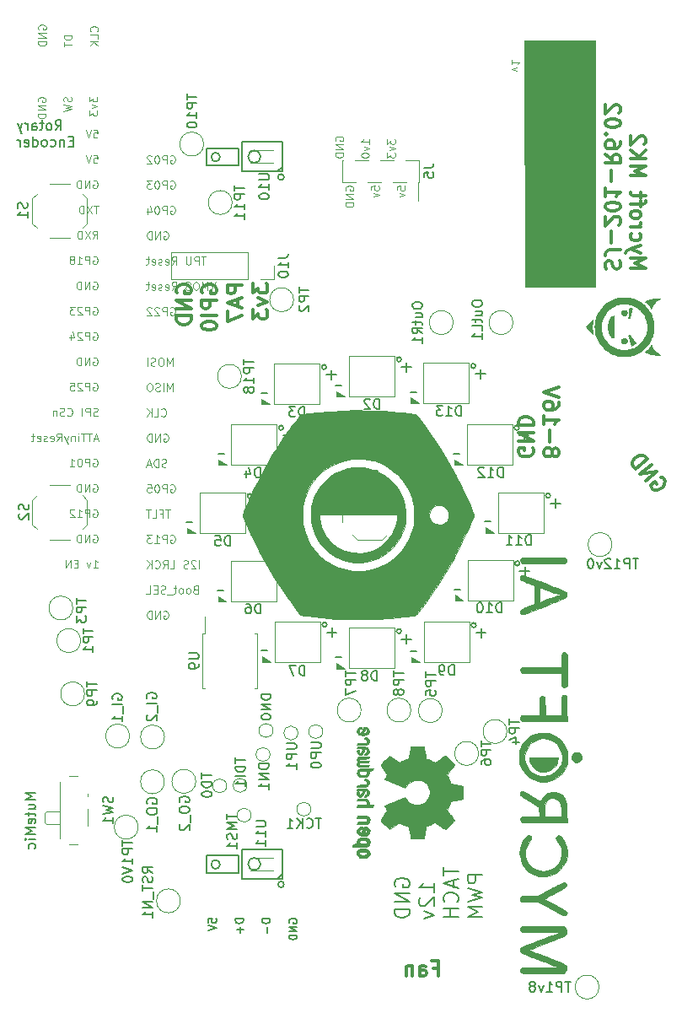
<source format=gbr>
G04 #@! TF.GenerationSoftware,KiCad,Pcbnew,(5.1.9)-1*
G04 #@! TF.CreationDate,2021-01-16T15:24:30-08:00*
G04 #@! TF.ProjectId,SJ-201-R6,534a2d32-3031-42d5-9236-2e6b69636164,rev?*
G04 #@! TF.SameCoordinates,Original*
G04 #@! TF.FileFunction,Legend,Bot*
G04 #@! TF.FilePolarity,Positive*
%FSLAX46Y46*%
G04 Gerber Fmt 4.6, Leading zero omitted, Abs format (unit mm)*
G04 Created by KiCad (PCBNEW (5.1.9)-1) date 2021-01-16 15:24:30*
%MOMM*%
%LPD*%
G01*
G04 APERTURE LIST*
%ADD10C,0.300000*%
%ADD11C,0.100000*%
%ADD12C,0.200000*%
%ADD13C,0.150000*%
%ADD14C,0.070000*%
%ADD15C,0.120000*%
%ADD16C,0.010000*%
G04 APERTURE END LIST*
D10*
X16275000Y-26987857D02*
X16203571Y-26845000D01*
X16203571Y-26630714D01*
X16275000Y-26416428D01*
X16417857Y-26273571D01*
X16560714Y-26202142D01*
X16846428Y-26130714D01*
X17060714Y-26130714D01*
X17346428Y-26202142D01*
X17489285Y-26273571D01*
X17632142Y-26416428D01*
X17703571Y-26630714D01*
X17703571Y-26773571D01*
X17632142Y-26987857D01*
X17560714Y-27059285D01*
X17060714Y-27059285D01*
X17060714Y-26773571D01*
X17703571Y-27702142D02*
X16203571Y-27702142D01*
X17703571Y-28559285D01*
X16203571Y-28559285D01*
X17703571Y-29273571D02*
X16203571Y-29273571D01*
X16203571Y-29630714D01*
X16275000Y-29845000D01*
X16417857Y-29987857D01*
X16560714Y-30059285D01*
X16846428Y-30130714D01*
X17060714Y-30130714D01*
X17346428Y-30059285D01*
X17489285Y-29987857D01*
X17632142Y-29845000D01*
X17703571Y-29630714D01*
X17703571Y-29273571D01*
X18825000Y-26987857D02*
X18753571Y-26845000D01*
X18753571Y-26630714D01*
X18825000Y-26416428D01*
X18967857Y-26273571D01*
X19110714Y-26202142D01*
X19396428Y-26130714D01*
X19610714Y-26130714D01*
X19896428Y-26202142D01*
X20039285Y-26273571D01*
X20182142Y-26416428D01*
X20253571Y-26630714D01*
X20253571Y-26773571D01*
X20182142Y-26987857D01*
X20110714Y-27059285D01*
X19610714Y-27059285D01*
X19610714Y-26773571D01*
X20253571Y-27702142D02*
X18753571Y-27702142D01*
X18753571Y-28273571D01*
X18825000Y-28416428D01*
X18896428Y-28487857D01*
X19039285Y-28559285D01*
X19253571Y-28559285D01*
X19396428Y-28487857D01*
X19467857Y-28416428D01*
X19539285Y-28273571D01*
X19539285Y-27702142D01*
X20253571Y-29202142D02*
X18753571Y-29202142D01*
X18753571Y-30202142D02*
X18753571Y-30345000D01*
X18825000Y-30487857D01*
X18896428Y-30559285D01*
X19039285Y-30630714D01*
X19325000Y-30702142D01*
X19682142Y-30702142D01*
X19967857Y-30630714D01*
X20110714Y-30559285D01*
X20182142Y-30487857D01*
X20253571Y-30345000D01*
X20253571Y-30202142D01*
X20182142Y-30059285D01*
X20110714Y-29987857D01*
X19967857Y-29916428D01*
X19682142Y-29845000D01*
X19325000Y-29845000D01*
X19039285Y-29916428D01*
X18896428Y-29987857D01*
X18825000Y-30059285D01*
X18753571Y-30202142D01*
X22803571Y-26202142D02*
X21303571Y-26202142D01*
X21303571Y-26773571D01*
X21375000Y-26916428D01*
X21446428Y-26987857D01*
X21589285Y-27059285D01*
X21803571Y-27059285D01*
X21946428Y-26987857D01*
X22017857Y-26916428D01*
X22089285Y-26773571D01*
X22089285Y-26202142D01*
X22375000Y-27630714D02*
X22375000Y-28345000D01*
X22803571Y-27487857D02*
X21303571Y-27987857D01*
X22803571Y-28487857D01*
X21303571Y-28845000D02*
X21303571Y-29845000D01*
X22803571Y-29202142D01*
X23853571Y-26059285D02*
X23853571Y-26987857D01*
X24425000Y-26487857D01*
X24425000Y-26702142D01*
X24496428Y-26845000D01*
X24567857Y-26916428D01*
X24710714Y-26987857D01*
X25067857Y-26987857D01*
X25210714Y-26916428D01*
X25282142Y-26845000D01*
X25353571Y-26702142D01*
X25353571Y-26273571D01*
X25282142Y-26130714D01*
X25210714Y-26059285D01*
X24353571Y-27487857D02*
X25353571Y-27845000D01*
X24353571Y-28202142D01*
X23853571Y-28630714D02*
X23853571Y-29559285D01*
X24425000Y-29059285D01*
X24425000Y-29273571D01*
X24496428Y-29416428D01*
X24567857Y-29487857D01*
X24710714Y-29559285D01*
X25067857Y-29559285D01*
X25210714Y-29487857D01*
X25282142Y-29416428D01*
X25353571Y-29273571D01*
X25353571Y-28845000D01*
X25282142Y-28702142D01*
X25210714Y-28630714D01*
X42042857Y-94742857D02*
X42542857Y-94742857D01*
X42542857Y-95528571D02*
X42542857Y-94028571D01*
X41828571Y-94028571D01*
X40614285Y-95528571D02*
X40614285Y-94742857D01*
X40685714Y-94600000D01*
X40828571Y-94528571D01*
X41114285Y-94528571D01*
X41257142Y-94600000D01*
X40614285Y-95457142D02*
X40757142Y-95528571D01*
X41114285Y-95528571D01*
X41257142Y-95457142D01*
X41328571Y-95314285D01*
X41328571Y-95171428D01*
X41257142Y-95028571D01*
X41114285Y-94957142D01*
X40757142Y-94957142D01*
X40614285Y-94885714D01*
X39900000Y-94528571D02*
X39900000Y-95528571D01*
X39900000Y-94671428D02*
X39828571Y-94600000D01*
X39685714Y-94528571D01*
X39471428Y-94528571D01*
X39328571Y-94600000D01*
X39257142Y-94742857D01*
X39257142Y-95528571D01*
D11*
X2350000Y-506428D02*
X2311904Y-430238D01*
X2311904Y-315952D01*
X2350000Y-201666D01*
X2426190Y-125476D01*
X2502380Y-87380D01*
X2654761Y-49285D01*
X2769047Y-49285D01*
X2921428Y-87380D01*
X2997619Y-125476D01*
X3073809Y-201666D01*
X3111904Y-315952D01*
X3111904Y-392142D01*
X3073809Y-506428D01*
X3035714Y-544523D01*
X2769047Y-544523D01*
X2769047Y-392142D01*
X3111904Y-887380D02*
X2311904Y-887380D01*
X3111904Y-1344523D01*
X2311904Y-1344523D01*
X3111904Y-1725476D02*
X2311904Y-1725476D01*
X2311904Y-1915952D01*
X2350000Y-2030238D01*
X2426190Y-2106428D01*
X2502380Y-2144523D01*
X2654761Y-2182619D01*
X2769047Y-2182619D01*
X2921428Y-2144523D01*
X2997619Y-2106428D01*
X3073809Y-2030238D01*
X3111904Y-1915952D01*
X3111904Y-1725476D01*
X5711904Y-1115952D02*
X4911904Y-1115952D01*
X4911904Y-1306428D01*
X4950000Y-1420714D01*
X5026190Y-1496904D01*
X5102380Y-1535000D01*
X5254761Y-1573095D01*
X5369047Y-1573095D01*
X5521428Y-1535000D01*
X5597619Y-1496904D01*
X5673809Y-1420714D01*
X5711904Y-1306428D01*
X5711904Y-1115952D01*
X4911904Y-1801666D02*
X4911904Y-2258809D01*
X5711904Y-2030238D02*
X4911904Y-2030238D01*
X8235714Y-735000D02*
X8273809Y-696904D01*
X8311904Y-582619D01*
X8311904Y-506428D01*
X8273809Y-392142D01*
X8197619Y-315952D01*
X8121428Y-277857D01*
X7969047Y-239761D01*
X7854761Y-239761D01*
X7702380Y-277857D01*
X7626190Y-315952D01*
X7550000Y-392142D01*
X7511904Y-506428D01*
X7511904Y-582619D01*
X7550000Y-696904D01*
X7588095Y-735000D01*
X8311904Y-1458809D02*
X8311904Y-1077857D01*
X7511904Y-1077857D01*
X8311904Y-1725476D02*
X7511904Y-1725476D01*
X8311904Y-2182619D02*
X7854761Y-1839761D01*
X7511904Y-2182619D02*
X7969047Y-1725476D01*
X2300000Y-7774523D02*
X2261904Y-7698333D01*
X2261904Y-7584047D01*
X2300000Y-7469761D01*
X2376190Y-7393571D01*
X2452380Y-7355476D01*
X2604761Y-7317380D01*
X2719047Y-7317380D01*
X2871428Y-7355476D01*
X2947619Y-7393571D01*
X3023809Y-7469761D01*
X3061904Y-7584047D01*
X3061904Y-7660238D01*
X3023809Y-7774523D01*
X2985714Y-7812619D01*
X2719047Y-7812619D01*
X2719047Y-7660238D01*
X3061904Y-8155476D02*
X2261904Y-8155476D01*
X3061904Y-8612619D01*
X2261904Y-8612619D01*
X3061904Y-8993571D02*
X2261904Y-8993571D01*
X2261904Y-9184047D01*
X2300000Y-9298333D01*
X2376190Y-9374523D01*
X2452380Y-9412619D01*
X2604761Y-9450714D01*
X2719047Y-9450714D01*
X2871428Y-9412619D01*
X2947619Y-9374523D01*
X3023809Y-9298333D01*
X3061904Y-9184047D01*
X3061904Y-8993571D01*
X5623809Y-7317380D02*
X5661904Y-7431666D01*
X5661904Y-7622142D01*
X5623809Y-7698333D01*
X5585714Y-7736428D01*
X5509523Y-7774523D01*
X5433333Y-7774523D01*
X5357142Y-7736428D01*
X5319047Y-7698333D01*
X5280952Y-7622142D01*
X5242857Y-7469761D01*
X5204761Y-7393571D01*
X5166666Y-7355476D01*
X5090476Y-7317380D01*
X5014285Y-7317380D01*
X4938095Y-7355476D01*
X4900000Y-7393571D01*
X4861904Y-7469761D01*
X4861904Y-7660238D01*
X4900000Y-7774523D01*
X4861904Y-8041190D02*
X5661904Y-8231666D01*
X5090476Y-8384047D01*
X5661904Y-8536428D01*
X4861904Y-8726904D01*
X7461904Y-7279285D02*
X7461904Y-7774523D01*
X7766666Y-7507857D01*
X7766666Y-7622142D01*
X7804761Y-7698333D01*
X7842857Y-7736428D01*
X7919047Y-7774523D01*
X8109523Y-7774523D01*
X8185714Y-7736428D01*
X8223809Y-7698333D01*
X8261904Y-7622142D01*
X8261904Y-7393571D01*
X8223809Y-7317380D01*
X8185714Y-7279285D01*
X7728571Y-8041190D02*
X8261904Y-8231666D01*
X7728571Y-8422142D01*
X7461904Y-8650714D02*
X7461904Y-9145952D01*
X7766666Y-8879285D01*
X7766666Y-8993571D01*
X7804761Y-9069761D01*
X7842857Y-9107857D01*
X7919047Y-9145952D01*
X8109523Y-9145952D01*
X8185714Y-9107857D01*
X8223809Y-9069761D01*
X8261904Y-8993571D01*
X8261904Y-8765000D01*
X8223809Y-8688809D01*
X8185714Y-8650714D01*
D12*
X38175000Y-86541428D02*
X38103571Y-86398571D01*
X38103571Y-86184285D01*
X38175000Y-85970000D01*
X38317857Y-85827142D01*
X38460714Y-85755714D01*
X38746428Y-85684285D01*
X38960714Y-85684285D01*
X39246428Y-85755714D01*
X39389285Y-85827142D01*
X39532142Y-85970000D01*
X39603571Y-86184285D01*
X39603571Y-86327142D01*
X39532142Y-86541428D01*
X39460714Y-86612857D01*
X38960714Y-86612857D01*
X38960714Y-86327142D01*
X39603571Y-87255714D02*
X38103571Y-87255714D01*
X39603571Y-88112857D01*
X38103571Y-88112857D01*
X39603571Y-88827142D02*
X38103571Y-88827142D01*
X38103571Y-89184285D01*
X38175000Y-89398571D01*
X38317857Y-89541428D01*
X38460714Y-89612857D01*
X38746428Y-89684285D01*
X38960714Y-89684285D01*
X39246428Y-89612857D01*
X39389285Y-89541428D01*
X39532142Y-89398571D01*
X39603571Y-89184285D01*
X39603571Y-88827142D01*
X42053571Y-87112857D02*
X42053571Y-86255714D01*
X42053571Y-86684285D02*
X40553571Y-86684285D01*
X40767857Y-86541428D01*
X40910714Y-86398571D01*
X40982142Y-86255714D01*
X40696428Y-87684285D02*
X40625000Y-87755714D01*
X40553571Y-87898571D01*
X40553571Y-88255714D01*
X40625000Y-88398571D01*
X40696428Y-88470000D01*
X40839285Y-88541428D01*
X40982142Y-88541428D01*
X41196428Y-88470000D01*
X42053571Y-87612857D01*
X42053571Y-88541428D01*
X41053571Y-89041428D02*
X42053571Y-89398571D01*
X41053571Y-89755714D01*
X43003571Y-84612857D02*
X43003571Y-85470000D01*
X44503571Y-85041428D02*
X43003571Y-85041428D01*
X44075000Y-85898571D02*
X44075000Y-86612857D01*
X44503571Y-85755714D02*
X43003571Y-86255714D01*
X44503571Y-86755714D01*
X44360714Y-88112857D02*
X44432142Y-88041428D01*
X44503571Y-87827142D01*
X44503571Y-87684285D01*
X44432142Y-87470000D01*
X44289285Y-87327142D01*
X44146428Y-87255714D01*
X43860714Y-87184285D01*
X43646428Y-87184285D01*
X43360714Y-87255714D01*
X43217857Y-87327142D01*
X43075000Y-87470000D01*
X43003571Y-87684285D01*
X43003571Y-87827142D01*
X43075000Y-88041428D01*
X43146428Y-88112857D01*
X44503571Y-88755714D02*
X43003571Y-88755714D01*
X43717857Y-88755714D02*
X43717857Y-89612857D01*
X44503571Y-89612857D02*
X43003571Y-89612857D01*
X46953571Y-85398571D02*
X45453571Y-85398571D01*
X45453571Y-85970000D01*
X45525000Y-86112857D01*
X45596428Y-86184285D01*
X45739285Y-86255714D01*
X45953571Y-86255714D01*
X46096428Y-86184285D01*
X46167857Y-86112857D01*
X46239285Y-85970000D01*
X46239285Y-85398571D01*
X45453571Y-86755714D02*
X46953571Y-87112857D01*
X45882142Y-87398571D01*
X46953571Y-87684285D01*
X45453571Y-88041428D01*
X46953571Y-88612857D02*
X45453571Y-88612857D01*
X46525000Y-89112857D01*
X45453571Y-89612857D01*
X46953571Y-89612857D01*
D13*
X4049880Y-10627380D02*
X4383214Y-10151190D01*
X4621309Y-10627380D02*
X4621309Y-9627380D01*
X4240357Y-9627380D01*
X4145119Y-9675000D01*
X4097500Y-9722619D01*
X4049880Y-9817857D01*
X4049880Y-9960714D01*
X4097500Y-10055952D01*
X4145119Y-10103571D01*
X4240357Y-10151190D01*
X4621309Y-10151190D01*
X3478452Y-10627380D02*
X3573690Y-10579761D01*
X3621309Y-10532142D01*
X3668928Y-10436904D01*
X3668928Y-10151190D01*
X3621309Y-10055952D01*
X3573690Y-10008333D01*
X3478452Y-9960714D01*
X3335595Y-9960714D01*
X3240357Y-10008333D01*
X3192738Y-10055952D01*
X3145119Y-10151190D01*
X3145119Y-10436904D01*
X3192738Y-10532142D01*
X3240357Y-10579761D01*
X3335595Y-10627380D01*
X3478452Y-10627380D01*
X2859404Y-9960714D02*
X2478452Y-9960714D01*
X2716547Y-9627380D02*
X2716547Y-10484523D01*
X2668928Y-10579761D01*
X2573690Y-10627380D01*
X2478452Y-10627380D01*
X1716547Y-10627380D02*
X1716547Y-10103571D01*
X1764166Y-10008333D01*
X1859404Y-9960714D01*
X2049880Y-9960714D01*
X2145119Y-10008333D01*
X1716547Y-10579761D02*
X1811785Y-10627380D01*
X2049880Y-10627380D01*
X2145119Y-10579761D01*
X2192738Y-10484523D01*
X2192738Y-10389285D01*
X2145119Y-10294047D01*
X2049880Y-10246428D01*
X1811785Y-10246428D01*
X1716547Y-10198809D01*
X1240357Y-10627380D02*
X1240357Y-9960714D01*
X1240357Y-10151190D02*
X1192738Y-10055952D01*
X1145119Y-10008333D01*
X1049880Y-9960714D01*
X954642Y-9960714D01*
X716547Y-9960714D02*
X478452Y-10627380D01*
X240357Y-9960714D02*
X478452Y-10627380D01*
X573690Y-10865476D01*
X621309Y-10913095D01*
X716547Y-10960714D01*
X5811785Y-11753571D02*
X5478452Y-11753571D01*
X5335595Y-12277380D02*
X5811785Y-12277380D01*
X5811785Y-11277380D01*
X5335595Y-11277380D01*
X4907023Y-11610714D02*
X4907023Y-12277380D01*
X4907023Y-11705952D02*
X4859404Y-11658333D01*
X4764166Y-11610714D01*
X4621309Y-11610714D01*
X4526071Y-11658333D01*
X4478452Y-11753571D01*
X4478452Y-12277380D01*
X3573690Y-12229761D02*
X3668928Y-12277380D01*
X3859404Y-12277380D01*
X3954642Y-12229761D01*
X4002261Y-12182142D01*
X4049880Y-12086904D01*
X4049880Y-11801190D01*
X4002261Y-11705952D01*
X3954642Y-11658333D01*
X3859404Y-11610714D01*
X3668928Y-11610714D01*
X3573690Y-11658333D01*
X3002261Y-12277380D02*
X3097500Y-12229761D01*
X3145119Y-12182142D01*
X3192738Y-12086904D01*
X3192738Y-11801190D01*
X3145119Y-11705952D01*
X3097500Y-11658333D01*
X3002261Y-11610714D01*
X2859404Y-11610714D01*
X2764166Y-11658333D01*
X2716547Y-11705952D01*
X2668928Y-11801190D01*
X2668928Y-12086904D01*
X2716547Y-12182142D01*
X2764166Y-12229761D01*
X2859404Y-12277380D01*
X3002261Y-12277380D01*
X1811785Y-12277380D02*
X1811785Y-11277380D01*
X1811785Y-12229761D02*
X1907023Y-12277380D01*
X2097499Y-12277380D01*
X2192738Y-12229761D01*
X2240357Y-12182142D01*
X2287976Y-12086904D01*
X2287976Y-11801190D01*
X2240357Y-11705952D01*
X2192738Y-11658333D01*
X2097499Y-11610714D01*
X1907023Y-11610714D01*
X1811785Y-11658333D01*
X954642Y-12229761D02*
X1049880Y-12277380D01*
X1240357Y-12277380D01*
X1335595Y-12229761D01*
X1383214Y-12134523D01*
X1383214Y-11753571D01*
X1335595Y-11658333D01*
X1240357Y-11610714D01*
X1049880Y-11610714D01*
X954642Y-11658333D01*
X907023Y-11753571D01*
X907023Y-11848809D01*
X1383214Y-11944047D01*
X478452Y-12277380D02*
X478452Y-11610714D01*
X478452Y-11801190D02*
X430833Y-11705952D01*
X383214Y-11658333D01*
X287976Y-11610714D01*
X192738Y-11610714D01*
D11*
X50405008Y-4696388D02*
X49871675Y-4505912D01*
X50405008Y-4315436D01*
X49871675Y-3591626D02*
X49871675Y-4048769D01*
X49871675Y-3820198D02*
X50671675Y-3820198D01*
X50557389Y-3896388D01*
X50481199Y-3972579D01*
X50443103Y-4048769D01*
D13*
X19411904Y-90168928D02*
X19411904Y-89787976D01*
X19792857Y-89749880D01*
X19754761Y-89787976D01*
X19716666Y-89864166D01*
X19716666Y-90054642D01*
X19754761Y-90130833D01*
X19792857Y-90168928D01*
X19869047Y-90207023D01*
X20059523Y-90207023D01*
X20135714Y-90168928D01*
X20173809Y-90130833D01*
X20211904Y-90054642D01*
X20211904Y-89864166D01*
X20173809Y-89787976D01*
X20135714Y-89749880D01*
X19411904Y-90435595D02*
X20211904Y-90702261D01*
X19411904Y-90968928D01*
X22911904Y-89787976D02*
X22111904Y-89787976D01*
X22111904Y-89978452D01*
X22150000Y-90092738D01*
X22226190Y-90168928D01*
X22302380Y-90207023D01*
X22454761Y-90245119D01*
X22569047Y-90245119D01*
X22721428Y-90207023D01*
X22797619Y-90168928D01*
X22873809Y-90092738D01*
X22911904Y-89978452D01*
X22911904Y-89787976D01*
X22607142Y-90587976D02*
X22607142Y-91197500D01*
X22911904Y-90892738D02*
X22302380Y-90892738D01*
X25611904Y-89787976D02*
X24811904Y-89787976D01*
X24811904Y-89978452D01*
X24850000Y-90092738D01*
X24926190Y-90168928D01*
X25002380Y-90207023D01*
X25154761Y-90245119D01*
X25269047Y-90245119D01*
X25421428Y-90207023D01*
X25497619Y-90168928D01*
X25573809Y-90092738D01*
X25611904Y-89978452D01*
X25611904Y-89787976D01*
X25307142Y-90587976D02*
X25307142Y-91197500D01*
X27550000Y-90207023D02*
X27511904Y-90130833D01*
X27511904Y-90016547D01*
X27550000Y-89902261D01*
X27626190Y-89826071D01*
X27702380Y-89787976D01*
X27854761Y-89749880D01*
X27969047Y-89749880D01*
X28121428Y-89787976D01*
X28197619Y-89826071D01*
X28273809Y-89902261D01*
X28311904Y-90016547D01*
X28311904Y-90092738D01*
X28273809Y-90207023D01*
X28235714Y-90245119D01*
X27969047Y-90245119D01*
X27969047Y-90092738D01*
X28311904Y-90587976D02*
X27511904Y-90587976D01*
X28311904Y-91045119D01*
X27511904Y-91045119D01*
X28311904Y-91426071D02*
X27511904Y-91426071D01*
X27511904Y-91616547D01*
X27550000Y-91730833D01*
X27626190Y-91807023D01*
X27702380Y-91845119D01*
X27854761Y-91883214D01*
X27969047Y-91883214D01*
X28121428Y-91845119D01*
X28197619Y-91807023D01*
X28273809Y-91730833D01*
X28311904Y-91616547D01*
X28311904Y-91426071D01*
D11*
X32200000Y-11706428D02*
X32161904Y-11630238D01*
X32161904Y-11515952D01*
X32200000Y-11401666D01*
X32276190Y-11325476D01*
X32352380Y-11287380D01*
X32504761Y-11249285D01*
X32619047Y-11249285D01*
X32771428Y-11287380D01*
X32847619Y-11325476D01*
X32923809Y-11401666D01*
X32961904Y-11515952D01*
X32961904Y-11592142D01*
X32923809Y-11706428D01*
X32885714Y-11744523D01*
X32619047Y-11744523D01*
X32619047Y-11592142D01*
X32961904Y-12087380D02*
X32161904Y-12087380D01*
X32961904Y-12544523D01*
X32161904Y-12544523D01*
X32961904Y-12925476D02*
X32161904Y-12925476D01*
X32161904Y-13115952D01*
X32200000Y-13230238D01*
X32276190Y-13306428D01*
X32352380Y-13344523D01*
X32504761Y-13382619D01*
X32619047Y-13382619D01*
X32771428Y-13344523D01*
X32847619Y-13306428D01*
X32923809Y-13230238D01*
X32961904Y-13115952D01*
X32961904Y-12925476D01*
X35561904Y-12011190D02*
X35561904Y-11554047D01*
X35561904Y-11782619D02*
X34761904Y-11782619D01*
X34876190Y-11706428D01*
X34952380Y-11630238D01*
X34990476Y-11554047D01*
X35028571Y-12277857D02*
X35561904Y-12468333D01*
X35028571Y-12658809D01*
X34761904Y-13115952D02*
X34761904Y-13192142D01*
X34800000Y-13268333D01*
X34838095Y-13306428D01*
X34914285Y-13344523D01*
X35066666Y-13382619D01*
X35257142Y-13382619D01*
X35409523Y-13344523D01*
X35485714Y-13306428D01*
X35523809Y-13268333D01*
X35561904Y-13192142D01*
X35561904Y-13115952D01*
X35523809Y-13039761D01*
X35485714Y-13001666D01*
X35409523Y-12963571D01*
X35257142Y-12925476D01*
X35066666Y-12925476D01*
X34914285Y-12963571D01*
X34838095Y-13001666D01*
X34800000Y-13039761D01*
X34761904Y-13115952D01*
X37361904Y-11515952D02*
X37361904Y-12011190D01*
X37666666Y-11744523D01*
X37666666Y-11858809D01*
X37704761Y-11935000D01*
X37742857Y-11973095D01*
X37819047Y-12011190D01*
X38009523Y-12011190D01*
X38085714Y-11973095D01*
X38123809Y-11935000D01*
X38161904Y-11858809D01*
X38161904Y-11630238D01*
X38123809Y-11554047D01*
X38085714Y-11515952D01*
X37628571Y-12277857D02*
X38161904Y-12468333D01*
X37628571Y-12658809D01*
X37361904Y-12887380D02*
X37361904Y-13382619D01*
X37666666Y-13115952D01*
X37666666Y-13230238D01*
X37704761Y-13306428D01*
X37742857Y-13344523D01*
X37819047Y-13382619D01*
X38009523Y-13382619D01*
X38085714Y-13344523D01*
X38123809Y-13306428D01*
X38161904Y-13230238D01*
X38161904Y-13001666D01*
X38123809Y-12925476D01*
X38085714Y-12887380D01*
X33200000Y-16674523D02*
X33161904Y-16598333D01*
X33161904Y-16484047D01*
X33200000Y-16369761D01*
X33276190Y-16293571D01*
X33352380Y-16255476D01*
X33504761Y-16217380D01*
X33619047Y-16217380D01*
X33771428Y-16255476D01*
X33847619Y-16293571D01*
X33923809Y-16369761D01*
X33961904Y-16484047D01*
X33961904Y-16560238D01*
X33923809Y-16674523D01*
X33885714Y-16712619D01*
X33619047Y-16712619D01*
X33619047Y-16560238D01*
X33961904Y-17055476D02*
X33161904Y-17055476D01*
X33961904Y-17512619D01*
X33161904Y-17512619D01*
X33961904Y-17893571D02*
X33161904Y-17893571D01*
X33161904Y-18084047D01*
X33200000Y-18198333D01*
X33276190Y-18274523D01*
X33352380Y-18312619D01*
X33504761Y-18350714D01*
X33619047Y-18350714D01*
X33771428Y-18312619D01*
X33847619Y-18274523D01*
X33923809Y-18198333D01*
X33961904Y-18084047D01*
X33961904Y-17893571D01*
X35761904Y-16636428D02*
X35761904Y-16255476D01*
X36142857Y-16217380D01*
X36104761Y-16255476D01*
X36066666Y-16331666D01*
X36066666Y-16522142D01*
X36104761Y-16598333D01*
X36142857Y-16636428D01*
X36219047Y-16674523D01*
X36409523Y-16674523D01*
X36485714Y-16636428D01*
X36523809Y-16598333D01*
X36561904Y-16522142D01*
X36561904Y-16331666D01*
X36523809Y-16255476D01*
X36485714Y-16217380D01*
X36028571Y-16941190D02*
X36561904Y-17131666D01*
X36028571Y-17322142D01*
X38361904Y-16636428D02*
X38361904Y-16255476D01*
X38742857Y-16217380D01*
X38704761Y-16255476D01*
X38666666Y-16331666D01*
X38666666Y-16522142D01*
X38704761Y-16598333D01*
X38742857Y-16636428D01*
X38819047Y-16674523D01*
X39009523Y-16674523D01*
X39085714Y-16636428D01*
X39123809Y-16598333D01*
X39161904Y-16522142D01*
X39161904Y-16331666D01*
X39123809Y-16255476D01*
X39085714Y-16217380D01*
X38628571Y-16941190D02*
X39161904Y-17131666D01*
X38628571Y-17322142D01*
D14*
X15609785Y-13215000D02*
X15685976Y-13176904D01*
X15800261Y-13176904D01*
X15914547Y-13215000D01*
X15990738Y-13291190D01*
X16028833Y-13367380D01*
X16066928Y-13519761D01*
X16066928Y-13634047D01*
X16028833Y-13786428D01*
X15990738Y-13862619D01*
X15914547Y-13938809D01*
X15800261Y-13976904D01*
X15724071Y-13976904D01*
X15609785Y-13938809D01*
X15571690Y-13900714D01*
X15571690Y-13634047D01*
X15724071Y-13634047D01*
X15228833Y-13976904D02*
X15228833Y-13176904D01*
X14924071Y-13176904D01*
X14847880Y-13215000D01*
X14809785Y-13253095D01*
X14771690Y-13329285D01*
X14771690Y-13443571D01*
X14809785Y-13519761D01*
X14847880Y-13557857D01*
X14924071Y-13595952D01*
X15228833Y-13595952D01*
X14276452Y-13176904D02*
X14200261Y-13176904D01*
X14124071Y-13215000D01*
X14085976Y-13253095D01*
X14047880Y-13329285D01*
X14009785Y-13481666D01*
X14009785Y-13672142D01*
X14047880Y-13824523D01*
X14085976Y-13900714D01*
X14124071Y-13938809D01*
X14200261Y-13976904D01*
X14276452Y-13976904D01*
X14352642Y-13938809D01*
X14390738Y-13900714D01*
X14428833Y-13824523D01*
X14466928Y-13672142D01*
X14466928Y-13481666D01*
X14428833Y-13329285D01*
X14390738Y-13253095D01*
X14352642Y-13215000D01*
X14276452Y-13176904D01*
X13705023Y-13253095D02*
X13666928Y-13215000D01*
X13590738Y-13176904D01*
X13400261Y-13176904D01*
X13324071Y-13215000D01*
X13285976Y-13253095D01*
X13247880Y-13329285D01*
X13247880Y-13405476D01*
X13285976Y-13519761D01*
X13743119Y-13976904D01*
X13247880Y-13976904D01*
X15609785Y-15755000D02*
X15685976Y-15716904D01*
X15800261Y-15716904D01*
X15914547Y-15755000D01*
X15990738Y-15831190D01*
X16028833Y-15907380D01*
X16066928Y-16059761D01*
X16066928Y-16174047D01*
X16028833Y-16326428D01*
X15990738Y-16402619D01*
X15914547Y-16478809D01*
X15800261Y-16516904D01*
X15724071Y-16516904D01*
X15609785Y-16478809D01*
X15571690Y-16440714D01*
X15571690Y-16174047D01*
X15724071Y-16174047D01*
X15228833Y-16516904D02*
X15228833Y-15716904D01*
X14924071Y-15716904D01*
X14847880Y-15755000D01*
X14809785Y-15793095D01*
X14771690Y-15869285D01*
X14771690Y-15983571D01*
X14809785Y-16059761D01*
X14847880Y-16097857D01*
X14924071Y-16135952D01*
X15228833Y-16135952D01*
X14276452Y-15716904D02*
X14200261Y-15716904D01*
X14124071Y-15755000D01*
X14085976Y-15793095D01*
X14047880Y-15869285D01*
X14009785Y-16021666D01*
X14009785Y-16212142D01*
X14047880Y-16364523D01*
X14085976Y-16440714D01*
X14124071Y-16478809D01*
X14200261Y-16516904D01*
X14276452Y-16516904D01*
X14352642Y-16478809D01*
X14390738Y-16440714D01*
X14428833Y-16364523D01*
X14466928Y-16212142D01*
X14466928Y-16021666D01*
X14428833Y-15869285D01*
X14390738Y-15793095D01*
X14352642Y-15755000D01*
X14276452Y-15716904D01*
X13743119Y-15716904D02*
X13247880Y-15716904D01*
X13514547Y-16021666D01*
X13400261Y-16021666D01*
X13324071Y-16059761D01*
X13285976Y-16097857D01*
X13247880Y-16174047D01*
X13247880Y-16364523D01*
X13285976Y-16440714D01*
X13324071Y-16478809D01*
X13400261Y-16516904D01*
X13628833Y-16516904D01*
X13705023Y-16478809D01*
X13743119Y-16440714D01*
X15609785Y-18295000D02*
X15685976Y-18256904D01*
X15800261Y-18256904D01*
X15914547Y-18295000D01*
X15990738Y-18371190D01*
X16028833Y-18447380D01*
X16066928Y-18599761D01*
X16066928Y-18714047D01*
X16028833Y-18866428D01*
X15990738Y-18942619D01*
X15914547Y-19018809D01*
X15800261Y-19056904D01*
X15724071Y-19056904D01*
X15609785Y-19018809D01*
X15571690Y-18980714D01*
X15571690Y-18714047D01*
X15724071Y-18714047D01*
X15228833Y-19056904D02*
X15228833Y-18256904D01*
X14924071Y-18256904D01*
X14847880Y-18295000D01*
X14809785Y-18333095D01*
X14771690Y-18409285D01*
X14771690Y-18523571D01*
X14809785Y-18599761D01*
X14847880Y-18637857D01*
X14924071Y-18675952D01*
X15228833Y-18675952D01*
X14276452Y-18256904D02*
X14200261Y-18256904D01*
X14124071Y-18295000D01*
X14085976Y-18333095D01*
X14047880Y-18409285D01*
X14009785Y-18561666D01*
X14009785Y-18752142D01*
X14047880Y-18904523D01*
X14085976Y-18980714D01*
X14124071Y-19018809D01*
X14200261Y-19056904D01*
X14276452Y-19056904D01*
X14352642Y-19018809D01*
X14390738Y-18980714D01*
X14428833Y-18904523D01*
X14466928Y-18752142D01*
X14466928Y-18561666D01*
X14428833Y-18409285D01*
X14390738Y-18333095D01*
X14352642Y-18295000D01*
X14276452Y-18256904D01*
X13324071Y-18523571D02*
X13324071Y-19056904D01*
X13514547Y-18218809D02*
X13705023Y-18790238D01*
X13209785Y-18790238D01*
X14924071Y-20835000D02*
X15000261Y-20796904D01*
X15114547Y-20796904D01*
X15228833Y-20835000D01*
X15305023Y-20911190D01*
X15343119Y-20987380D01*
X15381214Y-21139761D01*
X15381214Y-21254047D01*
X15343119Y-21406428D01*
X15305023Y-21482619D01*
X15228833Y-21558809D01*
X15114547Y-21596904D01*
X15038357Y-21596904D01*
X14924071Y-21558809D01*
X14885976Y-21520714D01*
X14885976Y-21254047D01*
X15038357Y-21254047D01*
X14543119Y-21596904D02*
X14543119Y-20796904D01*
X14085976Y-21596904D01*
X14085976Y-20796904D01*
X13705023Y-21596904D02*
X13705023Y-20796904D01*
X13514547Y-20796904D01*
X13400261Y-20835000D01*
X13324071Y-20911190D01*
X13285976Y-20987380D01*
X13247880Y-21139761D01*
X13247880Y-21254047D01*
X13285976Y-21406428D01*
X13324071Y-21482619D01*
X13400261Y-21558809D01*
X13514547Y-21596904D01*
X13705023Y-21596904D01*
X19152642Y-23336904D02*
X18695500Y-23336904D01*
X18924071Y-24136904D02*
X18924071Y-23336904D01*
X18428833Y-24136904D02*
X18428833Y-23336904D01*
X18124071Y-23336904D01*
X18047880Y-23375000D01*
X18009785Y-23413095D01*
X17971690Y-23489285D01*
X17971690Y-23603571D01*
X18009785Y-23679761D01*
X18047880Y-23717857D01*
X18124071Y-23755952D01*
X18428833Y-23755952D01*
X17628833Y-23336904D02*
X17628833Y-23984523D01*
X17590738Y-24060714D01*
X17552642Y-24098809D01*
X17476452Y-24136904D01*
X17324071Y-24136904D01*
X17247880Y-24098809D01*
X17209785Y-24060714D01*
X17171690Y-23984523D01*
X17171690Y-23336904D01*
X15724071Y-24136904D02*
X15990738Y-23755952D01*
X16181214Y-24136904D02*
X16181214Y-23336904D01*
X15876452Y-23336904D01*
X15800261Y-23375000D01*
X15762166Y-23413095D01*
X15724071Y-23489285D01*
X15724071Y-23603571D01*
X15762166Y-23679761D01*
X15800261Y-23717857D01*
X15876452Y-23755952D01*
X16181214Y-23755952D01*
X15076452Y-24098809D02*
X15152642Y-24136904D01*
X15305023Y-24136904D01*
X15381214Y-24098809D01*
X15419309Y-24022619D01*
X15419309Y-23717857D01*
X15381214Y-23641666D01*
X15305023Y-23603571D01*
X15152642Y-23603571D01*
X15076452Y-23641666D01*
X15038357Y-23717857D01*
X15038357Y-23794047D01*
X15419309Y-23870238D01*
X14733595Y-24098809D02*
X14657404Y-24136904D01*
X14505023Y-24136904D01*
X14428833Y-24098809D01*
X14390738Y-24022619D01*
X14390738Y-23984523D01*
X14428833Y-23908333D01*
X14505023Y-23870238D01*
X14619309Y-23870238D01*
X14695499Y-23832142D01*
X14733595Y-23755952D01*
X14733595Y-23717857D01*
X14695499Y-23641666D01*
X14619309Y-23603571D01*
X14505023Y-23603571D01*
X14428833Y-23641666D01*
X13743119Y-24098809D02*
X13819309Y-24136904D01*
X13971690Y-24136904D01*
X14047880Y-24098809D01*
X14085976Y-24022619D01*
X14085976Y-23717857D01*
X14047880Y-23641666D01*
X13971690Y-23603571D01*
X13819309Y-23603571D01*
X13743119Y-23641666D01*
X13705023Y-23717857D01*
X13705023Y-23794047D01*
X14085976Y-23870238D01*
X13476452Y-23603571D02*
X13171690Y-23603571D01*
X13362166Y-23336904D02*
X13362166Y-24022619D01*
X13324071Y-24098809D01*
X13247880Y-24136904D01*
X13171690Y-24136904D01*
X20143119Y-25876904D02*
X19609785Y-26676904D01*
X19609785Y-25876904D02*
X20143119Y-26676904D01*
X19305023Y-26676904D02*
X19305023Y-25876904D01*
X19038357Y-26448333D01*
X18771690Y-25876904D01*
X18771690Y-26676904D01*
X18238357Y-25876904D02*
X18085976Y-25876904D01*
X18009785Y-25915000D01*
X17933595Y-25991190D01*
X17895500Y-26143571D01*
X17895500Y-26410238D01*
X17933595Y-26562619D01*
X18009785Y-26638809D01*
X18085976Y-26676904D01*
X18238357Y-26676904D01*
X18314547Y-26638809D01*
X18390738Y-26562619D01*
X18428833Y-26410238D01*
X18428833Y-26143571D01*
X18390738Y-25991190D01*
X18314547Y-25915000D01*
X18238357Y-25876904D01*
X17590738Y-26638809D02*
X17476452Y-26676904D01*
X17285976Y-26676904D01*
X17209785Y-26638809D01*
X17171690Y-26600714D01*
X17133595Y-26524523D01*
X17133595Y-26448333D01*
X17171690Y-26372142D01*
X17209785Y-26334047D01*
X17285976Y-26295952D01*
X17438357Y-26257857D01*
X17514547Y-26219761D01*
X17552642Y-26181666D01*
X17590738Y-26105476D01*
X17590738Y-26029285D01*
X17552642Y-25953095D01*
X17514547Y-25915000D01*
X17438357Y-25876904D01*
X17247880Y-25876904D01*
X17133595Y-25915000D01*
X15724071Y-26676904D02*
X15990738Y-26295952D01*
X16181214Y-26676904D02*
X16181214Y-25876904D01*
X15876452Y-25876904D01*
X15800261Y-25915000D01*
X15762166Y-25953095D01*
X15724071Y-26029285D01*
X15724071Y-26143571D01*
X15762166Y-26219761D01*
X15800261Y-26257857D01*
X15876452Y-26295952D01*
X16181214Y-26295952D01*
X15076452Y-26638809D02*
X15152642Y-26676904D01*
X15305023Y-26676904D01*
X15381214Y-26638809D01*
X15419309Y-26562619D01*
X15419309Y-26257857D01*
X15381214Y-26181666D01*
X15305023Y-26143571D01*
X15152642Y-26143571D01*
X15076452Y-26181666D01*
X15038357Y-26257857D01*
X15038357Y-26334047D01*
X15419309Y-26410238D01*
X14733595Y-26638809D02*
X14657404Y-26676904D01*
X14505023Y-26676904D01*
X14428833Y-26638809D01*
X14390738Y-26562619D01*
X14390738Y-26524523D01*
X14428833Y-26448333D01*
X14505023Y-26410238D01*
X14619309Y-26410238D01*
X14695499Y-26372142D01*
X14733595Y-26295952D01*
X14733595Y-26257857D01*
X14695499Y-26181666D01*
X14619309Y-26143571D01*
X14505023Y-26143571D01*
X14428833Y-26181666D01*
X13743119Y-26638809D02*
X13819309Y-26676904D01*
X13971690Y-26676904D01*
X14047880Y-26638809D01*
X14085976Y-26562619D01*
X14085976Y-26257857D01*
X14047880Y-26181666D01*
X13971690Y-26143571D01*
X13819309Y-26143571D01*
X13743119Y-26181666D01*
X13705023Y-26257857D01*
X13705023Y-26334047D01*
X14085976Y-26410238D01*
X13476452Y-26143571D02*
X13171690Y-26143571D01*
X13362166Y-25876904D02*
X13362166Y-26562619D01*
X13324071Y-26638809D01*
X13247880Y-26676904D01*
X13171690Y-26676904D01*
X15609785Y-28455000D02*
X15685976Y-28416904D01*
X15800261Y-28416904D01*
X15914547Y-28455000D01*
X15990738Y-28531190D01*
X16028833Y-28607380D01*
X16066928Y-28759761D01*
X16066928Y-28874047D01*
X16028833Y-29026428D01*
X15990738Y-29102619D01*
X15914547Y-29178809D01*
X15800261Y-29216904D01*
X15724071Y-29216904D01*
X15609785Y-29178809D01*
X15571690Y-29140714D01*
X15571690Y-28874047D01*
X15724071Y-28874047D01*
X15228833Y-29216904D02*
X15228833Y-28416904D01*
X14924071Y-28416904D01*
X14847880Y-28455000D01*
X14809785Y-28493095D01*
X14771690Y-28569285D01*
X14771690Y-28683571D01*
X14809785Y-28759761D01*
X14847880Y-28797857D01*
X14924071Y-28835952D01*
X15228833Y-28835952D01*
X14466928Y-28493095D02*
X14428833Y-28455000D01*
X14352642Y-28416904D01*
X14162166Y-28416904D01*
X14085976Y-28455000D01*
X14047880Y-28493095D01*
X14009785Y-28569285D01*
X14009785Y-28645476D01*
X14047880Y-28759761D01*
X14505023Y-29216904D01*
X14009785Y-29216904D01*
X13705023Y-28493095D02*
X13666928Y-28455000D01*
X13590738Y-28416904D01*
X13400261Y-28416904D01*
X13324071Y-28455000D01*
X13285976Y-28493095D01*
X13247880Y-28569285D01*
X13247880Y-28645476D01*
X13285976Y-28759761D01*
X13743119Y-29216904D01*
X13247880Y-29216904D01*
X15800261Y-34296904D02*
X15800261Y-33496904D01*
X15533595Y-34068333D01*
X15266928Y-33496904D01*
X15266928Y-34296904D01*
X14733595Y-33496904D02*
X14581214Y-33496904D01*
X14505023Y-33535000D01*
X14428833Y-33611190D01*
X14390738Y-33763571D01*
X14390738Y-34030238D01*
X14428833Y-34182619D01*
X14505023Y-34258809D01*
X14581214Y-34296904D01*
X14733595Y-34296904D01*
X14809785Y-34258809D01*
X14885976Y-34182619D01*
X14924071Y-34030238D01*
X14924071Y-33763571D01*
X14885976Y-33611190D01*
X14809785Y-33535000D01*
X14733595Y-33496904D01*
X14085976Y-34258809D02*
X13971690Y-34296904D01*
X13781214Y-34296904D01*
X13705023Y-34258809D01*
X13666928Y-34220714D01*
X13628833Y-34144523D01*
X13628833Y-34068333D01*
X13666928Y-33992142D01*
X13705023Y-33954047D01*
X13781214Y-33915952D01*
X13933595Y-33877857D01*
X14009785Y-33839761D01*
X14047880Y-33801666D01*
X14085976Y-33725476D01*
X14085976Y-33649285D01*
X14047880Y-33573095D01*
X14009785Y-33535000D01*
X13933595Y-33496904D01*
X13743119Y-33496904D01*
X13628833Y-33535000D01*
X13285976Y-34296904D02*
X13285976Y-33496904D01*
X15800261Y-36836904D02*
X15800261Y-36036904D01*
X15533595Y-36608333D01*
X15266928Y-36036904D01*
X15266928Y-36836904D01*
X14885976Y-36836904D02*
X14885976Y-36036904D01*
X14543119Y-36798809D02*
X14428833Y-36836904D01*
X14238357Y-36836904D01*
X14162166Y-36798809D01*
X14124071Y-36760714D01*
X14085976Y-36684523D01*
X14085976Y-36608333D01*
X14124071Y-36532142D01*
X14162166Y-36494047D01*
X14238357Y-36455952D01*
X14390738Y-36417857D01*
X14466928Y-36379761D01*
X14505023Y-36341666D01*
X14543119Y-36265476D01*
X14543119Y-36189285D01*
X14505023Y-36113095D01*
X14466928Y-36075000D01*
X14390738Y-36036904D01*
X14200261Y-36036904D01*
X14085976Y-36075000D01*
X13590738Y-36036904D02*
X13438357Y-36036904D01*
X13362166Y-36075000D01*
X13285976Y-36151190D01*
X13247880Y-36303571D01*
X13247880Y-36570238D01*
X13285976Y-36722619D01*
X13362166Y-36798809D01*
X13438357Y-36836904D01*
X13590738Y-36836904D01*
X13666928Y-36798809D01*
X13743119Y-36722619D01*
X13781214Y-36570238D01*
X13781214Y-36303571D01*
X13743119Y-36151190D01*
X13666928Y-36075000D01*
X13590738Y-36036904D01*
X14695500Y-39300714D02*
X14733595Y-39338809D01*
X14847880Y-39376904D01*
X14924071Y-39376904D01*
X15038357Y-39338809D01*
X15114547Y-39262619D01*
X15152642Y-39186428D01*
X15190738Y-39034047D01*
X15190738Y-38919761D01*
X15152642Y-38767380D01*
X15114547Y-38691190D01*
X15038357Y-38615000D01*
X14924071Y-38576904D01*
X14847880Y-38576904D01*
X14733595Y-38615000D01*
X14695500Y-38653095D01*
X13971690Y-39376904D02*
X14352642Y-39376904D01*
X14352642Y-38576904D01*
X13705023Y-39376904D02*
X13705023Y-38576904D01*
X13247880Y-39376904D02*
X13590738Y-38919761D01*
X13247880Y-38576904D02*
X13705023Y-39034047D01*
X14924071Y-41155000D02*
X15000261Y-41116904D01*
X15114547Y-41116904D01*
X15228833Y-41155000D01*
X15305023Y-41231190D01*
X15343119Y-41307380D01*
X15381214Y-41459761D01*
X15381214Y-41574047D01*
X15343119Y-41726428D01*
X15305023Y-41802619D01*
X15228833Y-41878809D01*
X15114547Y-41916904D01*
X15038357Y-41916904D01*
X14924071Y-41878809D01*
X14885976Y-41840714D01*
X14885976Y-41574047D01*
X15038357Y-41574047D01*
X14543119Y-41916904D02*
X14543119Y-41116904D01*
X14085976Y-41916904D01*
X14085976Y-41116904D01*
X13705023Y-41916904D02*
X13705023Y-41116904D01*
X13514547Y-41116904D01*
X13400261Y-41155000D01*
X13324071Y-41231190D01*
X13285976Y-41307380D01*
X13247880Y-41459761D01*
X13247880Y-41574047D01*
X13285976Y-41726428D01*
X13324071Y-41802619D01*
X13400261Y-41878809D01*
X13514547Y-41916904D01*
X13705023Y-41916904D01*
X15190738Y-44418809D02*
X15076452Y-44456904D01*
X14885976Y-44456904D01*
X14809785Y-44418809D01*
X14771690Y-44380714D01*
X14733595Y-44304523D01*
X14733595Y-44228333D01*
X14771690Y-44152142D01*
X14809785Y-44114047D01*
X14885976Y-44075952D01*
X15038357Y-44037857D01*
X15114547Y-43999761D01*
X15152642Y-43961666D01*
X15190738Y-43885476D01*
X15190738Y-43809285D01*
X15152642Y-43733095D01*
X15114547Y-43695000D01*
X15038357Y-43656904D01*
X14847880Y-43656904D01*
X14733595Y-43695000D01*
X14390738Y-44456904D02*
X14390738Y-43656904D01*
X14200261Y-43656904D01*
X14085976Y-43695000D01*
X14009785Y-43771190D01*
X13971690Y-43847380D01*
X13933595Y-43999761D01*
X13933595Y-44114047D01*
X13971690Y-44266428D01*
X14009785Y-44342619D01*
X14085976Y-44418809D01*
X14200261Y-44456904D01*
X14390738Y-44456904D01*
X13628833Y-44228333D02*
X13247880Y-44228333D01*
X13705023Y-44456904D02*
X13438357Y-43656904D01*
X13171690Y-44456904D01*
X15609785Y-46235000D02*
X15685976Y-46196904D01*
X15800261Y-46196904D01*
X15914547Y-46235000D01*
X15990738Y-46311190D01*
X16028833Y-46387380D01*
X16066928Y-46539761D01*
X16066928Y-46654047D01*
X16028833Y-46806428D01*
X15990738Y-46882619D01*
X15914547Y-46958809D01*
X15800261Y-46996904D01*
X15724071Y-46996904D01*
X15609785Y-46958809D01*
X15571690Y-46920714D01*
X15571690Y-46654047D01*
X15724071Y-46654047D01*
X15228833Y-46996904D02*
X15228833Y-46196904D01*
X14924071Y-46196904D01*
X14847880Y-46235000D01*
X14809785Y-46273095D01*
X14771690Y-46349285D01*
X14771690Y-46463571D01*
X14809785Y-46539761D01*
X14847880Y-46577857D01*
X14924071Y-46615952D01*
X15228833Y-46615952D01*
X14276452Y-46196904D02*
X14200261Y-46196904D01*
X14124071Y-46235000D01*
X14085976Y-46273095D01*
X14047880Y-46349285D01*
X14009785Y-46501666D01*
X14009785Y-46692142D01*
X14047880Y-46844523D01*
X14085976Y-46920714D01*
X14124071Y-46958809D01*
X14200261Y-46996904D01*
X14276452Y-46996904D01*
X14352642Y-46958809D01*
X14390738Y-46920714D01*
X14428833Y-46844523D01*
X14466928Y-46692142D01*
X14466928Y-46501666D01*
X14428833Y-46349285D01*
X14390738Y-46273095D01*
X14352642Y-46235000D01*
X14276452Y-46196904D01*
X13285976Y-46196904D02*
X13666928Y-46196904D01*
X13705023Y-46577857D01*
X13666928Y-46539761D01*
X13590738Y-46501666D01*
X13400261Y-46501666D01*
X13324071Y-46539761D01*
X13285976Y-46577857D01*
X13247880Y-46654047D01*
X13247880Y-46844523D01*
X13285976Y-46920714D01*
X13324071Y-46958809D01*
X13400261Y-46996904D01*
X13590738Y-46996904D01*
X13666928Y-46958809D01*
X13705023Y-46920714D01*
X15571690Y-48736904D02*
X15114547Y-48736904D01*
X15343119Y-49536904D02*
X15343119Y-48736904D01*
X14581214Y-49117857D02*
X14847880Y-49117857D01*
X14847880Y-49536904D02*
X14847880Y-48736904D01*
X14466928Y-48736904D01*
X13781214Y-49536904D02*
X14162166Y-49536904D01*
X14162166Y-48736904D01*
X13628833Y-48736904D02*
X13171690Y-48736904D01*
X13400261Y-49536904D02*
X13400261Y-48736904D01*
X15609785Y-51315000D02*
X15685976Y-51276904D01*
X15800261Y-51276904D01*
X15914547Y-51315000D01*
X15990738Y-51391190D01*
X16028833Y-51467380D01*
X16066928Y-51619761D01*
X16066928Y-51734047D01*
X16028833Y-51886428D01*
X15990738Y-51962619D01*
X15914547Y-52038809D01*
X15800261Y-52076904D01*
X15724071Y-52076904D01*
X15609785Y-52038809D01*
X15571690Y-52000714D01*
X15571690Y-51734047D01*
X15724071Y-51734047D01*
X15228833Y-52076904D02*
X15228833Y-51276904D01*
X14924071Y-51276904D01*
X14847880Y-51315000D01*
X14809785Y-51353095D01*
X14771690Y-51429285D01*
X14771690Y-51543571D01*
X14809785Y-51619761D01*
X14847880Y-51657857D01*
X14924071Y-51695952D01*
X15228833Y-51695952D01*
X14009785Y-52076904D02*
X14466928Y-52076904D01*
X14238357Y-52076904D02*
X14238357Y-51276904D01*
X14314547Y-51391190D01*
X14390738Y-51467380D01*
X14466928Y-51505476D01*
X13743119Y-51276904D02*
X13247880Y-51276904D01*
X13514547Y-51581666D01*
X13400261Y-51581666D01*
X13324071Y-51619761D01*
X13285976Y-51657857D01*
X13247880Y-51734047D01*
X13247880Y-51924523D01*
X13285976Y-52000714D01*
X13324071Y-52038809D01*
X13400261Y-52076904D01*
X13628833Y-52076904D01*
X13705023Y-52038809D01*
X13743119Y-52000714D01*
X18466928Y-54616904D02*
X18466928Y-53816904D01*
X18124071Y-53893095D02*
X18085976Y-53855000D01*
X18009785Y-53816904D01*
X17819309Y-53816904D01*
X17743119Y-53855000D01*
X17705023Y-53893095D01*
X17666928Y-53969285D01*
X17666928Y-54045476D01*
X17705023Y-54159761D01*
X18162166Y-54616904D01*
X17666928Y-54616904D01*
X17362166Y-54578809D02*
X17247880Y-54616904D01*
X17057404Y-54616904D01*
X16981214Y-54578809D01*
X16943119Y-54540714D01*
X16905023Y-54464523D01*
X16905023Y-54388333D01*
X16943119Y-54312142D01*
X16981214Y-54274047D01*
X17057404Y-54235952D01*
X17209785Y-54197857D01*
X17285976Y-54159761D01*
X17324071Y-54121666D01*
X17362166Y-54045476D01*
X17362166Y-53969285D01*
X17324071Y-53893095D01*
X17285976Y-53855000D01*
X17209785Y-53816904D01*
X17019309Y-53816904D01*
X16905023Y-53855000D01*
X15571690Y-54616904D02*
X15952642Y-54616904D01*
X15952642Y-53816904D01*
X14847880Y-54616904D02*
X15114547Y-54235952D01*
X15305023Y-54616904D02*
X15305023Y-53816904D01*
X15000261Y-53816904D01*
X14924071Y-53855000D01*
X14885976Y-53893095D01*
X14847880Y-53969285D01*
X14847880Y-54083571D01*
X14885976Y-54159761D01*
X14924071Y-54197857D01*
X15000261Y-54235952D01*
X15305023Y-54235952D01*
X14047880Y-54540714D02*
X14085976Y-54578809D01*
X14200261Y-54616904D01*
X14276452Y-54616904D01*
X14390738Y-54578809D01*
X14466928Y-54502619D01*
X14505023Y-54426428D01*
X14543119Y-54274047D01*
X14543119Y-54159761D01*
X14505023Y-54007380D01*
X14466928Y-53931190D01*
X14390738Y-53855000D01*
X14276452Y-53816904D01*
X14200261Y-53816904D01*
X14085976Y-53855000D01*
X14047880Y-53893095D01*
X13705023Y-54616904D02*
X13705023Y-53816904D01*
X13247880Y-54616904D02*
X13590738Y-54159761D01*
X13247880Y-53816904D02*
X13705023Y-54274047D01*
X18085976Y-56737857D02*
X17971690Y-56775952D01*
X17933595Y-56814047D01*
X17895500Y-56890238D01*
X17895500Y-57004523D01*
X17933595Y-57080714D01*
X17971690Y-57118809D01*
X18047880Y-57156904D01*
X18352642Y-57156904D01*
X18352642Y-56356904D01*
X18085976Y-56356904D01*
X18009785Y-56395000D01*
X17971690Y-56433095D01*
X17933595Y-56509285D01*
X17933595Y-56585476D01*
X17971690Y-56661666D01*
X18009785Y-56699761D01*
X18085976Y-56737857D01*
X18352642Y-56737857D01*
X17438357Y-57156904D02*
X17514547Y-57118809D01*
X17552642Y-57080714D01*
X17590738Y-57004523D01*
X17590738Y-56775952D01*
X17552642Y-56699761D01*
X17514547Y-56661666D01*
X17438357Y-56623571D01*
X17324071Y-56623571D01*
X17247880Y-56661666D01*
X17209785Y-56699761D01*
X17171690Y-56775952D01*
X17171690Y-57004523D01*
X17209785Y-57080714D01*
X17247880Y-57118809D01*
X17324071Y-57156904D01*
X17438357Y-57156904D01*
X16714547Y-57156904D02*
X16790738Y-57118809D01*
X16828833Y-57080714D01*
X16866928Y-57004523D01*
X16866928Y-56775952D01*
X16828833Y-56699761D01*
X16790738Y-56661666D01*
X16714547Y-56623571D01*
X16600261Y-56623571D01*
X16524071Y-56661666D01*
X16485976Y-56699761D01*
X16447880Y-56775952D01*
X16447880Y-57004523D01*
X16485976Y-57080714D01*
X16524071Y-57118809D01*
X16600261Y-57156904D01*
X16714547Y-57156904D01*
X16219309Y-56623571D02*
X15914547Y-56623571D01*
X16105023Y-56356904D02*
X16105023Y-57042619D01*
X16066928Y-57118809D01*
X15990738Y-57156904D01*
X15914547Y-57156904D01*
X15838357Y-57233095D02*
X15228833Y-57233095D01*
X15076452Y-57118809D02*
X14962166Y-57156904D01*
X14771690Y-57156904D01*
X14695500Y-57118809D01*
X14657404Y-57080714D01*
X14619309Y-57004523D01*
X14619309Y-56928333D01*
X14657404Y-56852142D01*
X14695500Y-56814047D01*
X14771690Y-56775952D01*
X14924071Y-56737857D01*
X15000261Y-56699761D01*
X15038357Y-56661666D01*
X15076452Y-56585476D01*
X15076452Y-56509285D01*
X15038357Y-56433095D01*
X15000261Y-56395000D01*
X14924071Y-56356904D01*
X14733595Y-56356904D01*
X14619309Y-56395000D01*
X14276452Y-56737857D02*
X14009785Y-56737857D01*
X13895500Y-57156904D02*
X14276452Y-57156904D01*
X14276452Y-56356904D01*
X13895500Y-56356904D01*
X13171690Y-57156904D02*
X13552642Y-57156904D01*
X13552642Y-56356904D01*
X14924071Y-58935000D02*
X15000261Y-58896904D01*
X15114547Y-58896904D01*
X15228833Y-58935000D01*
X15305023Y-59011190D01*
X15343119Y-59087380D01*
X15381214Y-59239761D01*
X15381214Y-59354047D01*
X15343119Y-59506428D01*
X15305023Y-59582619D01*
X15228833Y-59658809D01*
X15114547Y-59696904D01*
X15038357Y-59696904D01*
X14924071Y-59658809D01*
X14885976Y-59620714D01*
X14885976Y-59354047D01*
X15038357Y-59354047D01*
X14543119Y-59696904D02*
X14543119Y-58896904D01*
X14085976Y-59696904D01*
X14085976Y-58896904D01*
X13705023Y-59696904D02*
X13705023Y-58896904D01*
X13514547Y-58896904D01*
X13400261Y-58935000D01*
X13324071Y-59011190D01*
X13285976Y-59087380D01*
X13247880Y-59239761D01*
X13247880Y-59354047D01*
X13285976Y-59506428D01*
X13324071Y-59582619D01*
X13400261Y-59658809D01*
X13514547Y-59696904D01*
X13705023Y-59696904D01*
X7883071Y-10571904D02*
X8264023Y-10571904D01*
X8302119Y-10952857D01*
X8264023Y-10914761D01*
X8187833Y-10876666D01*
X7997357Y-10876666D01*
X7921166Y-10914761D01*
X7883071Y-10952857D01*
X7844976Y-11029047D01*
X7844976Y-11219523D01*
X7883071Y-11295714D01*
X7921166Y-11333809D01*
X7997357Y-11371904D01*
X8187833Y-11371904D01*
X8264023Y-11333809D01*
X8302119Y-11295714D01*
X7616404Y-10571904D02*
X7349738Y-11371904D01*
X7083071Y-10571904D01*
X7883071Y-13111904D02*
X8264023Y-13111904D01*
X8302119Y-13492857D01*
X8264023Y-13454761D01*
X8187833Y-13416666D01*
X7997357Y-13416666D01*
X7921166Y-13454761D01*
X7883071Y-13492857D01*
X7844976Y-13569047D01*
X7844976Y-13759523D01*
X7883071Y-13835714D01*
X7921166Y-13873809D01*
X7997357Y-13911904D01*
X8187833Y-13911904D01*
X8264023Y-13873809D01*
X8302119Y-13835714D01*
X7616404Y-13111904D02*
X7349738Y-13911904D01*
X7083071Y-13111904D01*
X7844976Y-15690000D02*
X7921166Y-15651904D01*
X8035452Y-15651904D01*
X8149738Y-15690000D01*
X8225928Y-15766190D01*
X8264023Y-15842380D01*
X8302119Y-15994761D01*
X8302119Y-16109047D01*
X8264023Y-16261428D01*
X8225928Y-16337619D01*
X8149738Y-16413809D01*
X8035452Y-16451904D01*
X7959261Y-16451904D01*
X7844976Y-16413809D01*
X7806880Y-16375714D01*
X7806880Y-16109047D01*
X7959261Y-16109047D01*
X7464023Y-16451904D02*
X7464023Y-15651904D01*
X7006880Y-16451904D01*
X7006880Y-15651904D01*
X6625928Y-16451904D02*
X6625928Y-15651904D01*
X6435452Y-15651904D01*
X6321166Y-15690000D01*
X6244976Y-15766190D01*
X6206880Y-15842380D01*
X6168785Y-15994761D01*
X6168785Y-16109047D01*
X6206880Y-16261428D01*
X6244976Y-16337619D01*
X6321166Y-16413809D01*
X6435452Y-16451904D01*
X6625928Y-16451904D01*
X8378309Y-18191904D02*
X7921166Y-18191904D01*
X8149738Y-18991904D02*
X8149738Y-18191904D01*
X7730690Y-18191904D02*
X7197357Y-18991904D01*
X7197357Y-18191904D02*
X7730690Y-18991904D01*
X6892595Y-18991904D02*
X6892595Y-18191904D01*
X6702119Y-18191904D01*
X6587833Y-18230000D01*
X6511642Y-18306190D01*
X6473547Y-18382380D01*
X6435452Y-18534761D01*
X6435452Y-18649047D01*
X6473547Y-18801428D01*
X6511642Y-18877619D01*
X6587833Y-18953809D01*
X6702119Y-18991904D01*
X6892595Y-18991904D01*
X7806880Y-21531904D02*
X8073547Y-21150952D01*
X8264023Y-21531904D02*
X8264023Y-20731904D01*
X7959261Y-20731904D01*
X7883071Y-20770000D01*
X7844976Y-20808095D01*
X7806880Y-20884285D01*
X7806880Y-20998571D01*
X7844976Y-21074761D01*
X7883071Y-21112857D01*
X7959261Y-21150952D01*
X8264023Y-21150952D01*
X7540214Y-20731904D02*
X7006880Y-21531904D01*
X7006880Y-20731904D02*
X7540214Y-21531904D01*
X6702119Y-21531904D02*
X6702119Y-20731904D01*
X6511642Y-20731904D01*
X6397357Y-20770000D01*
X6321166Y-20846190D01*
X6283071Y-20922380D01*
X6244976Y-21074761D01*
X6244976Y-21189047D01*
X6283071Y-21341428D01*
X6321166Y-21417619D01*
X6397357Y-21493809D01*
X6511642Y-21531904D01*
X6702119Y-21531904D01*
X7844976Y-23310000D02*
X7921166Y-23271904D01*
X8035452Y-23271904D01*
X8149738Y-23310000D01*
X8225928Y-23386190D01*
X8264023Y-23462380D01*
X8302119Y-23614761D01*
X8302119Y-23729047D01*
X8264023Y-23881428D01*
X8225928Y-23957619D01*
X8149738Y-24033809D01*
X8035452Y-24071904D01*
X7959261Y-24071904D01*
X7844976Y-24033809D01*
X7806880Y-23995714D01*
X7806880Y-23729047D01*
X7959261Y-23729047D01*
X7464023Y-24071904D02*
X7464023Y-23271904D01*
X7159261Y-23271904D01*
X7083071Y-23310000D01*
X7044976Y-23348095D01*
X7006880Y-23424285D01*
X7006880Y-23538571D01*
X7044976Y-23614761D01*
X7083071Y-23652857D01*
X7159261Y-23690952D01*
X7464023Y-23690952D01*
X6244976Y-24071904D02*
X6702119Y-24071904D01*
X6473547Y-24071904D02*
X6473547Y-23271904D01*
X6549738Y-23386190D01*
X6625928Y-23462380D01*
X6702119Y-23500476D01*
X5787833Y-23614761D02*
X5864023Y-23576666D01*
X5902119Y-23538571D01*
X5940214Y-23462380D01*
X5940214Y-23424285D01*
X5902119Y-23348095D01*
X5864023Y-23310000D01*
X5787833Y-23271904D01*
X5635452Y-23271904D01*
X5559261Y-23310000D01*
X5521166Y-23348095D01*
X5483071Y-23424285D01*
X5483071Y-23462380D01*
X5521166Y-23538571D01*
X5559261Y-23576666D01*
X5635452Y-23614761D01*
X5787833Y-23614761D01*
X5864023Y-23652857D01*
X5902119Y-23690952D01*
X5940214Y-23767142D01*
X5940214Y-23919523D01*
X5902119Y-23995714D01*
X5864023Y-24033809D01*
X5787833Y-24071904D01*
X5635452Y-24071904D01*
X5559261Y-24033809D01*
X5521166Y-23995714D01*
X5483071Y-23919523D01*
X5483071Y-23767142D01*
X5521166Y-23690952D01*
X5559261Y-23652857D01*
X5635452Y-23614761D01*
X7844976Y-25850000D02*
X7921166Y-25811904D01*
X8035452Y-25811904D01*
X8149738Y-25850000D01*
X8225928Y-25926190D01*
X8264023Y-26002380D01*
X8302119Y-26154761D01*
X8302119Y-26269047D01*
X8264023Y-26421428D01*
X8225928Y-26497619D01*
X8149738Y-26573809D01*
X8035452Y-26611904D01*
X7959261Y-26611904D01*
X7844976Y-26573809D01*
X7806880Y-26535714D01*
X7806880Y-26269047D01*
X7959261Y-26269047D01*
X7464023Y-26611904D02*
X7464023Y-25811904D01*
X7006880Y-26611904D01*
X7006880Y-25811904D01*
X6625928Y-26611904D02*
X6625928Y-25811904D01*
X6435452Y-25811904D01*
X6321166Y-25850000D01*
X6244976Y-25926190D01*
X6206880Y-26002380D01*
X6168785Y-26154761D01*
X6168785Y-26269047D01*
X6206880Y-26421428D01*
X6244976Y-26497619D01*
X6321166Y-26573809D01*
X6435452Y-26611904D01*
X6625928Y-26611904D01*
X7844976Y-28390000D02*
X7921166Y-28351904D01*
X8035452Y-28351904D01*
X8149738Y-28390000D01*
X8225928Y-28466190D01*
X8264023Y-28542380D01*
X8302119Y-28694761D01*
X8302119Y-28809047D01*
X8264023Y-28961428D01*
X8225928Y-29037619D01*
X8149738Y-29113809D01*
X8035452Y-29151904D01*
X7959261Y-29151904D01*
X7844976Y-29113809D01*
X7806880Y-29075714D01*
X7806880Y-28809047D01*
X7959261Y-28809047D01*
X7464023Y-29151904D02*
X7464023Y-28351904D01*
X7159261Y-28351904D01*
X7083071Y-28390000D01*
X7044976Y-28428095D01*
X7006880Y-28504285D01*
X7006880Y-28618571D01*
X7044976Y-28694761D01*
X7083071Y-28732857D01*
X7159261Y-28770952D01*
X7464023Y-28770952D01*
X6702119Y-28428095D02*
X6664023Y-28390000D01*
X6587833Y-28351904D01*
X6397357Y-28351904D01*
X6321166Y-28390000D01*
X6283071Y-28428095D01*
X6244976Y-28504285D01*
X6244976Y-28580476D01*
X6283071Y-28694761D01*
X6740214Y-29151904D01*
X6244976Y-29151904D01*
X5978309Y-28351904D02*
X5483071Y-28351904D01*
X5749738Y-28656666D01*
X5635452Y-28656666D01*
X5559261Y-28694761D01*
X5521166Y-28732857D01*
X5483071Y-28809047D01*
X5483071Y-28999523D01*
X5521166Y-29075714D01*
X5559261Y-29113809D01*
X5635452Y-29151904D01*
X5864023Y-29151904D01*
X5940214Y-29113809D01*
X5978309Y-29075714D01*
X7844976Y-30930000D02*
X7921166Y-30891904D01*
X8035452Y-30891904D01*
X8149738Y-30930000D01*
X8225928Y-31006190D01*
X8264023Y-31082380D01*
X8302119Y-31234761D01*
X8302119Y-31349047D01*
X8264023Y-31501428D01*
X8225928Y-31577619D01*
X8149738Y-31653809D01*
X8035452Y-31691904D01*
X7959261Y-31691904D01*
X7844976Y-31653809D01*
X7806880Y-31615714D01*
X7806880Y-31349047D01*
X7959261Y-31349047D01*
X7464023Y-31691904D02*
X7464023Y-30891904D01*
X7159261Y-30891904D01*
X7083071Y-30930000D01*
X7044976Y-30968095D01*
X7006880Y-31044285D01*
X7006880Y-31158571D01*
X7044976Y-31234761D01*
X7083071Y-31272857D01*
X7159261Y-31310952D01*
X7464023Y-31310952D01*
X6702119Y-30968095D02*
X6664023Y-30930000D01*
X6587833Y-30891904D01*
X6397357Y-30891904D01*
X6321166Y-30930000D01*
X6283071Y-30968095D01*
X6244976Y-31044285D01*
X6244976Y-31120476D01*
X6283071Y-31234761D01*
X6740214Y-31691904D01*
X6244976Y-31691904D01*
X5559261Y-31158571D02*
X5559261Y-31691904D01*
X5749738Y-30853809D02*
X5940214Y-31425238D01*
X5444976Y-31425238D01*
X7844976Y-33470000D02*
X7921166Y-33431904D01*
X8035452Y-33431904D01*
X8149738Y-33470000D01*
X8225928Y-33546190D01*
X8264023Y-33622380D01*
X8302119Y-33774761D01*
X8302119Y-33889047D01*
X8264023Y-34041428D01*
X8225928Y-34117619D01*
X8149738Y-34193809D01*
X8035452Y-34231904D01*
X7959261Y-34231904D01*
X7844976Y-34193809D01*
X7806880Y-34155714D01*
X7806880Y-33889047D01*
X7959261Y-33889047D01*
X7464023Y-34231904D02*
X7464023Y-33431904D01*
X7006880Y-34231904D01*
X7006880Y-33431904D01*
X6625928Y-34231904D02*
X6625928Y-33431904D01*
X6435452Y-33431904D01*
X6321166Y-33470000D01*
X6244976Y-33546190D01*
X6206880Y-33622380D01*
X6168785Y-33774761D01*
X6168785Y-33889047D01*
X6206880Y-34041428D01*
X6244976Y-34117619D01*
X6321166Y-34193809D01*
X6435452Y-34231904D01*
X6625928Y-34231904D01*
X7844976Y-36010000D02*
X7921166Y-35971904D01*
X8035452Y-35971904D01*
X8149738Y-36010000D01*
X8225928Y-36086190D01*
X8264023Y-36162380D01*
X8302119Y-36314761D01*
X8302119Y-36429047D01*
X8264023Y-36581428D01*
X8225928Y-36657619D01*
X8149738Y-36733809D01*
X8035452Y-36771904D01*
X7959261Y-36771904D01*
X7844976Y-36733809D01*
X7806880Y-36695714D01*
X7806880Y-36429047D01*
X7959261Y-36429047D01*
X7464023Y-36771904D02*
X7464023Y-35971904D01*
X7159261Y-35971904D01*
X7083071Y-36010000D01*
X7044976Y-36048095D01*
X7006880Y-36124285D01*
X7006880Y-36238571D01*
X7044976Y-36314761D01*
X7083071Y-36352857D01*
X7159261Y-36390952D01*
X7464023Y-36390952D01*
X6702119Y-36048095D02*
X6664023Y-36010000D01*
X6587833Y-35971904D01*
X6397357Y-35971904D01*
X6321166Y-36010000D01*
X6283071Y-36048095D01*
X6244976Y-36124285D01*
X6244976Y-36200476D01*
X6283071Y-36314761D01*
X6740214Y-36771904D01*
X6244976Y-36771904D01*
X5521166Y-35971904D02*
X5902119Y-35971904D01*
X5940214Y-36352857D01*
X5902119Y-36314761D01*
X5825928Y-36276666D01*
X5635452Y-36276666D01*
X5559261Y-36314761D01*
X5521166Y-36352857D01*
X5483071Y-36429047D01*
X5483071Y-36619523D01*
X5521166Y-36695714D01*
X5559261Y-36733809D01*
X5635452Y-36771904D01*
X5825928Y-36771904D01*
X5902119Y-36733809D01*
X5940214Y-36695714D01*
X8302119Y-39273809D02*
X8187833Y-39311904D01*
X7997357Y-39311904D01*
X7921166Y-39273809D01*
X7883071Y-39235714D01*
X7844976Y-39159523D01*
X7844976Y-39083333D01*
X7883071Y-39007142D01*
X7921166Y-38969047D01*
X7997357Y-38930952D01*
X8149738Y-38892857D01*
X8225928Y-38854761D01*
X8264023Y-38816666D01*
X8302119Y-38740476D01*
X8302119Y-38664285D01*
X8264023Y-38588095D01*
X8225928Y-38550000D01*
X8149738Y-38511904D01*
X7959261Y-38511904D01*
X7844976Y-38550000D01*
X7502119Y-39311904D02*
X7502119Y-38511904D01*
X7197357Y-38511904D01*
X7121166Y-38550000D01*
X7083071Y-38588095D01*
X7044976Y-38664285D01*
X7044976Y-38778571D01*
X7083071Y-38854761D01*
X7121166Y-38892857D01*
X7197357Y-38930952D01*
X7502119Y-38930952D01*
X6702119Y-39311904D02*
X6702119Y-38511904D01*
X5254500Y-39235714D02*
X5292595Y-39273809D01*
X5406880Y-39311904D01*
X5483071Y-39311904D01*
X5597357Y-39273809D01*
X5673547Y-39197619D01*
X5711642Y-39121428D01*
X5749738Y-38969047D01*
X5749738Y-38854761D01*
X5711642Y-38702380D01*
X5673547Y-38626190D01*
X5597357Y-38550000D01*
X5483071Y-38511904D01*
X5406880Y-38511904D01*
X5292595Y-38550000D01*
X5254500Y-38588095D01*
X4949738Y-39273809D02*
X4835452Y-39311904D01*
X4644976Y-39311904D01*
X4568785Y-39273809D01*
X4530690Y-39235714D01*
X4492595Y-39159523D01*
X4492595Y-39083333D01*
X4530690Y-39007142D01*
X4568785Y-38969047D01*
X4644976Y-38930952D01*
X4797357Y-38892857D01*
X4873547Y-38854761D01*
X4911642Y-38816666D01*
X4949738Y-38740476D01*
X4949738Y-38664285D01*
X4911642Y-38588095D01*
X4873547Y-38550000D01*
X4797357Y-38511904D01*
X4606880Y-38511904D01*
X4492595Y-38550000D01*
X4149738Y-38778571D02*
X4149738Y-39311904D01*
X4149738Y-38854761D02*
X4111642Y-38816666D01*
X4035452Y-38778571D01*
X3921166Y-38778571D01*
X3844976Y-38816666D01*
X3806880Y-38892857D01*
X3806880Y-39311904D01*
X8302119Y-41623333D02*
X7921166Y-41623333D01*
X8378309Y-41851904D02*
X8111642Y-41051904D01*
X7844976Y-41851904D01*
X7692595Y-41051904D02*
X7235452Y-41051904D01*
X7464023Y-41851904D02*
X7464023Y-41051904D01*
X7083071Y-41051904D02*
X6625928Y-41051904D01*
X6854500Y-41851904D02*
X6854500Y-41051904D01*
X6359261Y-41851904D02*
X6359261Y-41318571D01*
X6359261Y-41051904D02*
X6397357Y-41090000D01*
X6359261Y-41128095D01*
X6321166Y-41090000D01*
X6359261Y-41051904D01*
X6359261Y-41128095D01*
X5978309Y-41318571D02*
X5978309Y-41851904D01*
X5978309Y-41394761D02*
X5940214Y-41356666D01*
X5864023Y-41318571D01*
X5749738Y-41318571D01*
X5673547Y-41356666D01*
X5635452Y-41432857D01*
X5635452Y-41851904D01*
X5330690Y-41318571D02*
X5140214Y-41851904D01*
X4949738Y-41318571D02*
X5140214Y-41851904D01*
X5216404Y-42042380D01*
X5254500Y-42080476D01*
X5330690Y-42118571D01*
X4187833Y-41851904D02*
X4454500Y-41470952D01*
X4644976Y-41851904D02*
X4644976Y-41051904D01*
X4340214Y-41051904D01*
X4264023Y-41090000D01*
X4225928Y-41128095D01*
X4187833Y-41204285D01*
X4187833Y-41318571D01*
X4225928Y-41394761D01*
X4264023Y-41432857D01*
X4340214Y-41470952D01*
X4644976Y-41470952D01*
X3540214Y-41813809D02*
X3616404Y-41851904D01*
X3768785Y-41851904D01*
X3844976Y-41813809D01*
X3883071Y-41737619D01*
X3883071Y-41432857D01*
X3844976Y-41356666D01*
X3768785Y-41318571D01*
X3616404Y-41318571D01*
X3540214Y-41356666D01*
X3502119Y-41432857D01*
X3502119Y-41509047D01*
X3883071Y-41585238D01*
X3197357Y-41813809D02*
X3121166Y-41851904D01*
X2968785Y-41851904D01*
X2892595Y-41813809D01*
X2854500Y-41737619D01*
X2854500Y-41699523D01*
X2892595Y-41623333D01*
X2968785Y-41585238D01*
X3083071Y-41585238D01*
X3159261Y-41547142D01*
X3197357Y-41470952D01*
X3197357Y-41432857D01*
X3159261Y-41356666D01*
X3083071Y-41318571D01*
X2968785Y-41318571D01*
X2892595Y-41356666D01*
X2206880Y-41813809D02*
X2283071Y-41851904D01*
X2435452Y-41851904D01*
X2511642Y-41813809D01*
X2549738Y-41737619D01*
X2549738Y-41432857D01*
X2511642Y-41356666D01*
X2435452Y-41318571D01*
X2283071Y-41318571D01*
X2206880Y-41356666D01*
X2168785Y-41432857D01*
X2168785Y-41509047D01*
X2549738Y-41585238D01*
X1940214Y-41318571D02*
X1635452Y-41318571D01*
X1825928Y-41051904D02*
X1825928Y-41737619D01*
X1787833Y-41813809D01*
X1711642Y-41851904D01*
X1635452Y-41851904D01*
X7844976Y-43630000D02*
X7921166Y-43591904D01*
X8035452Y-43591904D01*
X8149738Y-43630000D01*
X8225928Y-43706190D01*
X8264023Y-43782380D01*
X8302119Y-43934761D01*
X8302119Y-44049047D01*
X8264023Y-44201428D01*
X8225928Y-44277619D01*
X8149738Y-44353809D01*
X8035452Y-44391904D01*
X7959261Y-44391904D01*
X7844976Y-44353809D01*
X7806880Y-44315714D01*
X7806880Y-44049047D01*
X7959261Y-44049047D01*
X7464023Y-44391904D02*
X7464023Y-43591904D01*
X7159261Y-43591904D01*
X7083071Y-43630000D01*
X7044976Y-43668095D01*
X7006880Y-43744285D01*
X7006880Y-43858571D01*
X7044976Y-43934761D01*
X7083071Y-43972857D01*
X7159261Y-44010952D01*
X7464023Y-44010952D01*
X6511642Y-43591904D02*
X6435452Y-43591904D01*
X6359261Y-43630000D01*
X6321166Y-43668095D01*
X6283071Y-43744285D01*
X6244976Y-43896666D01*
X6244976Y-44087142D01*
X6283071Y-44239523D01*
X6321166Y-44315714D01*
X6359261Y-44353809D01*
X6435452Y-44391904D01*
X6511642Y-44391904D01*
X6587833Y-44353809D01*
X6625928Y-44315714D01*
X6664023Y-44239523D01*
X6702119Y-44087142D01*
X6702119Y-43896666D01*
X6664023Y-43744285D01*
X6625928Y-43668095D01*
X6587833Y-43630000D01*
X6511642Y-43591904D01*
X5483071Y-44391904D02*
X5940214Y-44391904D01*
X5711642Y-44391904D02*
X5711642Y-43591904D01*
X5787833Y-43706190D01*
X5864023Y-43782380D01*
X5940214Y-43820476D01*
X7844976Y-46170000D02*
X7921166Y-46131904D01*
X8035452Y-46131904D01*
X8149738Y-46170000D01*
X8225928Y-46246190D01*
X8264023Y-46322380D01*
X8302119Y-46474761D01*
X8302119Y-46589047D01*
X8264023Y-46741428D01*
X8225928Y-46817619D01*
X8149738Y-46893809D01*
X8035452Y-46931904D01*
X7959261Y-46931904D01*
X7844976Y-46893809D01*
X7806880Y-46855714D01*
X7806880Y-46589047D01*
X7959261Y-46589047D01*
X7464023Y-46931904D02*
X7464023Y-46131904D01*
X7006880Y-46931904D01*
X7006880Y-46131904D01*
X6625928Y-46931904D02*
X6625928Y-46131904D01*
X6435452Y-46131904D01*
X6321166Y-46170000D01*
X6244976Y-46246190D01*
X6206880Y-46322380D01*
X6168785Y-46474761D01*
X6168785Y-46589047D01*
X6206880Y-46741428D01*
X6244976Y-46817619D01*
X6321166Y-46893809D01*
X6435452Y-46931904D01*
X6625928Y-46931904D01*
X7844976Y-48710000D02*
X7921166Y-48671904D01*
X8035452Y-48671904D01*
X8149738Y-48710000D01*
X8225928Y-48786190D01*
X8264023Y-48862380D01*
X8302119Y-49014761D01*
X8302119Y-49129047D01*
X8264023Y-49281428D01*
X8225928Y-49357619D01*
X8149738Y-49433809D01*
X8035452Y-49471904D01*
X7959261Y-49471904D01*
X7844976Y-49433809D01*
X7806880Y-49395714D01*
X7806880Y-49129047D01*
X7959261Y-49129047D01*
X7464023Y-49471904D02*
X7464023Y-48671904D01*
X7159261Y-48671904D01*
X7083071Y-48710000D01*
X7044976Y-48748095D01*
X7006880Y-48824285D01*
X7006880Y-48938571D01*
X7044976Y-49014761D01*
X7083071Y-49052857D01*
X7159261Y-49090952D01*
X7464023Y-49090952D01*
X6244976Y-49471904D02*
X6702119Y-49471904D01*
X6473547Y-49471904D02*
X6473547Y-48671904D01*
X6549738Y-48786190D01*
X6625928Y-48862380D01*
X6702119Y-48900476D01*
X5940214Y-48748095D02*
X5902119Y-48710000D01*
X5825928Y-48671904D01*
X5635452Y-48671904D01*
X5559261Y-48710000D01*
X5521166Y-48748095D01*
X5483071Y-48824285D01*
X5483071Y-48900476D01*
X5521166Y-49014761D01*
X5978309Y-49471904D01*
X5483071Y-49471904D01*
X7844976Y-51250000D02*
X7921166Y-51211904D01*
X8035452Y-51211904D01*
X8149738Y-51250000D01*
X8225928Y-51326190D01*
X8264023Y-51402380D01*
X8302119Y-51554761D01*
X8302119Y-51669047D01*
X8264023Y-51821428D01*
X8225928Y-51897619D01*
X8149738Y-51973809D01*
X8035452Y-52011904D01*
X7959261Y-52011904D01*
X7844976Y-51973809D01*
X7806880Y-51935714D01*
X7806880Y-51669047D01*
X7959261Y-51669047D01*
X7464023Y-52011904D02*
X7464023Y-51211904D01*
X7006880Y-52011904D01*
X7006880Y-51211904D01*
X6625928Y-52011904D02*
X6625928Y-51211904D01*
X6435452Y-51211904D01*
X6321166Y-51250000D01*
X6244976Y-51326190D01*
X6206880Y-51402380D01*
X6168785Y-51554761D01*
X6168785Y-51669047D01*
X6206880Y-51821428D01*
X6244976Y-51897619D01*
X6321166Y-51973809D01*
X6435452Y-52011904D01*
X6625928Y-52011904D01*
X7844976Y-54551904D02*
X8302119Y-54551904D01*
X8073547Y-54551904D02*
X8073547Y-53751904D01*
X8149738Y-53866190D01*
X8225928Y-53942380D01*
X8302119Y-53980476D01*
X7578309Y-54018571D02*
X7387833Y-54551904D01*
X7197357Y-54018571D01*
X6283071Y-54132857D02*
X6016404Y-54132857D01*
X5902119Y-54551904D02*
X6283071Y-54551904D01*
X6283071Y-53751904D01*
X5902119Y-53751904D01*
X5559261Y-54551904D02*
X5559261Y-53751904D01*
X5102119Y-54551904D01*
X5102119Y-53751904D01*
D10*
X64882807Y-45468228D02*
X65029352Y-45531750D01*
X65167092Y-45695902D01*
X65250114Y-45905968D01*
X65232506Y-46107230D01*
X65168985Y-46253774D01*
X64996028Y-46492145D01*
X64831876Y-46629885D01*
X64567093Y-46758821D01*
X64411744Y-46795931D01*
X64210483Y-46778322D01*
X64018025Y-46660083D01*
X63926198Y-46550649D01*
X63843175Y-46340583D01*
X63851980Y-46239952D01*
X64235002Y-45918558D01*
X64418655Y-46137428D01*
X63329324Y-45839322D02*
X64478391Y-44875140D01*
X62778363Y-45182712D01*
X63927430Y-44218531D01*
X62319229Y-44635537D02*
X63468296Y-43671356D01*
X63238729Y-43397769D01*
X63046271Y-43279530D01*
X62845009Y-43261922D01*
X62689661Y-43299031D01*
X62424878Y-43427967D01*
X62260726Y-43565707D01*
X62087769Y-43804078D01*
X62024248Y-43950623D01*
X62006639Y-44151884D01*
X62089662Y-44361950D01*
X62319229Y-44635537D01*
X53953571Y-43133571D02*
X54025000Y-43276428D01*
X54096428Y-43347857D01*
X54239285Y-43419285D01*
X54310714Y-43419285D01*
X54453571Y-43347857D01*
X54525000Y-43276428D01*
X54596428Y-43133571D01*
X54596428Y-42847857D01*
X54525000Y-42705000D01*
X54453571Y-42633571D01*
X54310714Y-42562142D01*
X54239285Y-42562142D01*
X54096428Y-42633571D01*
X54025000Y-42705000D01*
X53953571Y-42847857D01*
X53953571Y-43133571D01*
X53882142Y-43276428D01*
X53810714Y-43347857D01*
X53667857Y-43419285D01*
X53382142Y-43419285D01*
X53239285Y-43347857D01*
X53167857Y-43276428D01*
X53096428Y-43133571D01*
X53096428Y-42847857D01*
X53167857Y-42705000D01*
X53239285Y-42633571D01*
X53382142Y-42562142D01*
X53667857Y-42562142D01*
X53810714Y-42633571D01*
X53882142Y-42705000D01*
X53953571Y-42847857D01*
X53667857Y-41919285D02*
X53667857Y-40776428D01*
X53096428Y-39276428D02*
X53096428Y-40133571D01*
X53096428Y-39705000D02*
X54596428Y-39705000D01*
X54382142Y-39847857D01*
X54239285Y-39990714D01*
X54167857Y-40133571D01*
X54596428Y-37990714D02*
X54596428Y-38276428D01*
X54525000Y-38419285D01*
X54453571Y-38490714D01*
X54239285Y-38633571D01*
X53953571Y-38705000D01*
X53382142Y-38705000D01*
X53239285Y-38633571D01*
X53167857Y-38562142D01*
X53096428Y-38419285D01*
X53096428Y-38133571D01*
X53167857Y-37990714D01*
X53239285Y-37919285D01*
X53382142Y-37847857D01*
X53739285Y-37847857D01*
X53882142Y-37919285D01*
X53953571Y-37990714D01*
X54025000Y-38133571D01*
X54025000Y-38419285D01*
X53953571Y-38562142D01*
X53882142Y-38633571D01*
X53739285Y-38705000D01*
X54596428Y-37419285D02*
X53096428Y-36919285D01*
X54596428Y-36419285D01*
X51975000Y-42562142D02*
X52046428Y-42705000D01*
X52046428Y-42919285D01*
X51975000Y-43133571D01*
X51832142Y-43276428D01*
X51689285Y-43347857D01*
X51403571Y-43419285D01*
X51189285Y-43419285D01*
X50903571Y-43347857D01*
X50760714Y-43276428D01*
X50617857Y-43133571D01*
X50546428Y-42919285D01*
X50546428Y-42776428D01*
X50617857Y-42562142D01*
X50689285Y-42490714D01*
X51189285Y-42490714D01*
X51189285Y-42776428D01*
X50546428Y-41847857D02*
X52046428Y-41847857D01*
X50546428Y-40990714D01*
X52046428Y-40990714D01*
X50546428Y-40276428D02*
X52046428Y-40276428D01*
X52046428Y-39919285D01*
X51975000Y-39705000D01*
X51832142Y-39562142D01*
X51689285Y-39490714D01*
X51403571Y-39419285D01*
X51189285Y-39419285D01*
X50903571Y-39490714D01*
X50760714Y-39562142D01*
X50617857Y-39705000D01*
X50546428Y-39919285D01*
X50546428Y-40276428D01*
D11*
G36*
X58293000Y-26360120D02*
G01*
X51202749Y-26338213D01*
X51126231Y-1675448D01*
X58225849Y-1657033D01*
X58293000Y-26360120D01*
G37*
X58293000Y-26360120D02*
X51202749Y-26338213D01*
X51126231Y-1675448D01*
X58225849Y-1657033D01*
X58293000Y-26360120D01*
D10*
X61830748Y-24507497D02*
X63330748Y-24507497D01*
X62259320Y-24007497D01*
X63330748Y-23507497D01*
X61830748Y-23507497D01*
X62830748Y-22936068D02*
X61830748Y-22578925D01*
X62830748Y-22221782D02*
X61830748Y-22578925D01*
X61473605Y-22721782D01*
X61402177Y-22793211D01*
X61330748Y-22936068D01*
X61902177Y-21007497D02*
X61830748Y-21150354D01*
X61830748Y-21436068D01*
X61902177Y-21578925D01*
X61973605Y-21650354D01*
X62116462Y-21721782D01*
X62545034Y-21721782D01*
X62687891Y-21650354D01*
X62759320Y-21578925D01*
X62830748Y-21436068D01*
X62830748Y-21150354D01*
X62759320Y-21007497D01*
X61830748Y-20364640D02*
X62830748Y-20364640D01*
X62545034Y-20364640D02*
X62687891Y-20293211D01*
X62759320Y-20221782D01*
X62830748Y-20078925D01*
X62830748Y-19936068D01*
X61830748Y-19221782D02*
X61902177Y-19364640D01*
X61973605Y-19436068D01*
X62116462Y-19507497D01*
X62545034Y-19507497D01*
X62687891Y-19436068D01*
X62759320Y-19364640D01*
X62830748Y-19221782D01*
X62830748Y-19007497D01*
X62759320Y-18864640D01*
X62687891Y-18793211D01*
X62545034Y-18721782D01*
X62116462Y-18721782D01*
X61973605Y-18793211D01*
X61902177Y-18864640D01*
X61830748Y-19007497D01*
X61830748Y-19221782D01*
X62830748Y-18293211D02*
X62830748Y-17721782D01*
X61830748Y-18078925D02*
X63116462Y-18078925D01*
X63259320Y-18007497D01*
X63330748Y-17864640D01*
X63330748Y-17721782D01*
X62830748Y-17436068D02*
X62830748Y-16864640D01*
X63330748Y-17221782D02*
X62045034Y-17221782D01*
X61902177Y-17150354D01*
X61830748Y-17007497D01*
X61830748Y-16864640D01*
X61830748Y-15221782D02*
X63330748Y-15221782D01*
X62259320Y-14721782D01*
X63330748Y-14221782D01*
X61830748Y-14221782D01*
X61830748Y-13507497D02*
X63330748Y-13507497D01*
X61830748Y-12650354D02*
X62687891Y-13293211D01*
X63330748Y-12650354D02*
X62473605Y-13507497D01*
X63187891Y-12078925D02*
X63259320Y-12007497D01*
X63330748Y-11864640D01*
X63330748Y-11507497D01*
X63259320Y-11364640D01*
X63187891Y-11293211D01*
X63045034Y-11221782D01*
X62902177Y-11221782D01*
X62687891Y-11293211D01*
X61830748Y-12150354D01*
X61830748Y-11221782D01*
X59352177Y-24578925D02*
X59280748Y-24364640D01*
X59280748Y-24007497D01*
X59352177Y-23864640D01*
X59423605Y-23793211D01*
X59566462Y-23721782D01*
X59709320Y-23721782D01*
X59852177Y-23793211D01*
X59923605Y-23864640D01*
X59995034Y-24007497D01*
X60066462Y-24293211D01*
X60137891Y-24436068D01*
X60209320Y-24507497D01*
X60352177Y-24578925D01*
X60495034Y-24578925D01*
X60637891Y-24507497D01*
X60709320Y-24436068D01*
X60780748Y-24293211D01*
X60780748Y-23936068D01*
X60709320Y-23721782D01*
X60780748Y-22650354D02*
X59709320Y-22650354D01*
X59495034Y-22721782D01*
X59352177Y-22864640D01*
X59280748Y-23078925D01*
X59280748Y-23221782D01*
X59852177Y-21936068D02*
X59852177Y-20793211D01*
X60637891Y-20150354D02*
X60709320Y-20078925D01*
X60780748Y-19936068D01*
X60780748Y-19578925D01*
X60709320Y-19436068D01*
X60637891Y-19364640D01*
X60495034Y-19293211D01*
X60352177Y-19293211D01*
X60137891Y-19364640D01*
X59280748Y-20221782D01*
X59280748Y-19293211D01*
X60780748Y-18364640D02*
X60780748Y-18221782D01*
X60709320Y-18078925D01*
X60637891Y-18007497D01*
X60495034Y-17936068D01*
X60209320Y-17864640D01*
X59852177Y-17864640D01*
X59566462Y-17936068D01*
X59423605Y-18007497D01*
X59352177Y-18078925D01*
X59280748Y-18221782D01*
X59280748Y-18364640D01*
X59352177Y-18507497D01*
X59423605Y-18578925D01*
X59566462Y-18650354D01*
X59852177Y-18721782D01*
X60209320Y-18721782D01*
X60495034Y-18650354D01*
X60637891Y-18578925D01*
X60709320Y-18507497D01*
X60780748Y-18364640D01*
X59280748Y-16436068D02*
X59280748Y-17293211D01*
X59280748Y-16864640D02*
X60780748Y-16864640D01*
X60566462Y-17007497D01*
X60423605Y-17150354D01*
X60352177Y-17293211D01*
X59852177Y-15793211D02*
X59852177Y-14650354D01*
X59280748Y-13078925D02*
X59995034Y-13578925D01*
X59280748Y-13936068D02*
X60780748Y-13936068D01*
X60780748Y-13364640D01*
X60709320Y-13221782D01*
X60637891Y-13150354D01*
X60495034Y-13078925D01*
X60280748Y-13078925D01*
X60137891Y-13150354D01*
X60066462Y-13221782D01*
X59995034Y-13364640D01*
X59995034Y-13936068D01*
X60780748Y-11793211D02*
X60780748Y-12078925D01*
X60709320Y-12221782D01*
X60637891Y-12293211D01*
X60423605Y-12436068D01*
X60137891Y-12507497D01*
X59566462Y-12507497D01*
X59423605Y-12436068D01*
X59352177Y-12364640D01*
X59280748Y-12221782D01*
X59280748Y-11936068D01*
X59352177Y-11793211D01*
X59423605Y-11721782D01*
X59566462Y-11650354D01*
X59923605Y-11650354D01*
X60066462Y-11721782D01*
X60137891Y-11793211D01*
X60209320Y-11936068D01*
X60209320Y-12221782D01*
X60137891Y-12364640D01*
X60066462Y-12436068D01*
X59923605Y-12507497D01*
X59423605Y-11007497D02*
X59352177Y-10936068D01*
X59280748Y-11007497D01*
X59352177Y-11078925D01*
X59423605Y-11007497D01*
X59280748Y-11007497D01*
X60780748Y-10007497D02*
X60780748Y-9864640D01*
X60709320Y-9721782D01*
X60637891Y-9650354D01*
X60495034Y-9578925D01*
X60209320Y-9507497D01*
X59852177Y-9507497D01*
X59566462Y-9578925D01*
X59423605Y-9650354D01*
X59352177Y-9721782D01*
X59280748Y-9864640D01*
X59280748Y-10007497D01*
X59352177Y-10150354D01*
X59423605Y-10221782D01*
X59566462Y-10293211D01*
X59852177Y-10364640D01*
X60209320Y-10364640D01*
X60495034Y-10293211D01*
X60637891Y-10221782D01*
X60709320Y-10150354D01*
X60780748Y-10007497D01*
X60637891Y-8936068D02*
X60709320Y-8864640D01*
X60780748Y-8721782D01*
X60780748Y-8364640D01*
X60709320Y-8221782D01*
X60637891Y-8150354D01*
X60495034Y-8078925D01*
X60352177Y-8078925D01*
X60137891Y-8150354D01*
X59280748Y-9007497D01*
X59280748Y-8078925D01*
D15*
G04 #@! TO.C,J10*
X25970000Y-25580000D02*
X25970000Y-24250000D01*
X24640000Y-25580000D02*
X25970000Y-25580000D01*
X23370000Y-25580000D02*
X23370000Y-22920000D01*
X23370000Y-22920000D02*
X15690000Y-22920000D01*
X23370000Y-25580000D02*
X15690000Y-25580000D01*
X15690000Y-25580000D02*
X15690000Y-22920000D01*
G04 #@! TO.C,GO_2*
X18150000Y-76000000D02*
G75*
G03*
X18150000Y-76000000I-1200000J0D01*
G01*
G04 #@! TO.C,GO_1*
X15000000Y-76050000D02*
G75*
G03*
X15000000Y-76050000I-1200000J0D01*
G01*
G04 #@! TO.C,GI_2*
X15000000Y-71550000D02*
G75*
G03*
X15000000Y-71550000I-1200000J0D01*
G01*
G04 #@! TO.C,GI_1*
X11500000Y-71450000D02*
G75*
G03*
X11500000Y-71450000I-1200000J0D01*
G01*
G04 #@! TO.C,OutR1*
X44000000Y-29950000D02*
G75*
G03*
X44000000Y-29950000I-1200000J0D01*
G01*
G04 #@! TO.C,OutL1*
X50000000Y-29950000D02*
G75*
G03*
X50000000Y-29950000I-1200000J0D01*
G01*
D13*
G04 #@! TO.C,U11*
X26808180Y-85300000D02*
X26308180Y-85800000D01*
X24653180Y-84300000D02*
G75*
G03*
X24653180Y-84300000I-625000J0D01*
G01*
X22808180Y-85800000D02*
X22808180Y-82800000D01*
X26808180Y-85800000D02*
X22808180Y-85800000D01*
X26808180Y-82800000D02*
X26808180Y-85800000D01*
X22808180Y-82800000D02*
X26808180Y-82800000D01*
D16*
X25958180Y-84950000D02*
X23658180Y-84950000D01*
X25958180Y-83650000D02*
X23658180Y-83650000D01*
D13*
X27008347Y-86340000D02*
G75*
G03*
X27008347Y-86340000I-300167J0D01*
G01*
X20578181Y-84340000D02*
G75*
G03*
X20578181Y-84340000I-439318J0D01*
G01*
X19198180Y-83440000D02*
X22448180Y-83440000D01*
X22448180Y-83440000D02*
X22448180Y-85190000D01*
X22448180Y-85200000D02*
X19198180Y-85200000D01*
X19198180Y-85200000D02*
X19198180Y-83440000D01*
G04 #@! TO.C,U10*
X26808180Y-14300000D02*
X26308180Y-14800000D01*
X24653180Y-13300000D02*
G75*
G03*
X24653180Y-13300000I-625000J0D01*
G01*
X22808180Y-14800000D02*
X22808180Y-11800000D01*
X26808180Y-14800000D02*
X22808180Y-14800000D01*
X26808180Y-11800000D02*
X26808180Y-14800000D01*
X22808180Y-11800000D02*
X26808180Y-11800000D01*
D16*
X25958180Y-13950000D02*
X23658180Y-13950000D01*
X25958180Y-12650000D02*
X23658180Y-12650000D01*
D13*
X27008347Y-15340000D02*
G75*
G03*
X27008347Y-15340000I-300167J0D01*
G01*
X20578181Y-13340000D02*
G75*
G03*
X20578181Y-13340000I-439318J0D01*
G01*
X19198180Y-12440000D02*
X22448180Y-12440000D01*
X22448180Y-12440000D02*
X22448180Y-14190000D01*
X22448180Y-14200000D02*
X19198180Y-14200000D01*
X19198180Y-14200000D02*
X19198180Y-12440000D01*
D15*
G04 #@! TO.C,D3*
X26027380Y-38142520D02*
X30599380Y-38142520D01*
X26027380Y-36872520D02*
X26027380Y-38142520D01*
X26027380Y-34078520D02*
X30599380Y-34078520D01*
D13*
X31273380Y-35190520D02*
X32253380Y-35190520D01*
X31793380Y-35650520D02*
X31793380Y-34730520D01*
D11*
G36*
X24763380Y-37580520D02*
G01*
X24763380Y-38160520D01*
X25573380Y-38160520D01*
X24763380Y-37580520D01*
G37*
X24763380Y-37580520D02*
X24763380Y-38160520D01*
X25573380Y-38160520D01*
X24763380Y-37580520D01*
D13*
X25293380Y-37010520D02*
X24703380Y-37010520D01*
D15*
X30599380Y-34078520D02*
X30603380Y-38140520D01*
X26033380Y-38150520D02*
X26033380Y-34090520D01*
D13*
X31260284Y-34410520D02*
G75*
G03*
X31260284Y-34410520I-233452J0D01*
G01*
D15*
G04 #@! TO.C,D4*
X21709380Y-44238520D02*
X26281380Y-44238520D01*
X21709380Y-42968520D02*
X21709380Y-44238520D01*
X21709380Y-40174520D02*
X26281380Y-40174520D01*
D13*
X26955380Y-41286520D02*
X27935380Y-41286520D01*
X27475380Y-41746520D02*
X27475380Y-40826520D01*
D11*
G36*
X20445380Y-43676520D02*
G01*
X20445380Y-44256520D01*
X21255380Y-44256520D01*
X20445380Y-43676520D01*
G37*
X20445380Y-43676520D02*
X20445380Y-44256520D01*
X21255380Y-44256520D01*
X20445380Y-43676520D01*
D13*
X20975380Y-43106520D02*
X20385380Y-43106520D01*
D15*
X26281380Y-40174520D02*
X26285380Y-44236520D01*
X21715380Y-44246520D02*
X21715380Y-40186520D01*
D13*
X26942284Y-40506520D02*
G75*
G03*
X26942284Y-40506520I-233452J0D01*
G01*
D15*
G04 #@! TO.C,D5*
X18559780Y-51096520D02*
X23131780Y-51096520D01*
X18559780Y-49826520D02*
X18559780Y-51096520D01*
X18559780Y-47032520D02*
X23131780Y-47032520D01*
D13*
X23805780Y-48144520D02*
X24785780Y-48144520D01*
X24325780Y-48604520D02*
X24325780Y-47684520D01*
D11*
G36*
X17295780Y-50534520D02*
G01*
X17295780Y-51114520D01*
X18105780Y-51114520D01*
X17295780Y-50534520D01*
G37*
X17295780Y-50534520D02*
X17295780Y-51114520D01*
X18105780Y-51114520D01*
X17295780Y-50534520D01*
D13*
X17825780Y-49964520D02*
X17235780Y-49964520D01*
D15*
X23131780Y-47032520D02*
X23135780Y-51094520D01*
X18565780Y-51104520D02*
X18565780Y-47044520D01*
D13*
X23792684Y-47364520D02*
G75*
G03*
X23792684Y-47364520I-233452J0D01*
G01*
D15*
G04 #@! TO.C,D6*
X21658580Y-57954520D02*
X26230580Y-57954520D01*
X21658580Y-56684520D02*
X21658580Y-57954520D01*
X21658580Y-53890520D02*
X26230580Y-53890520D01*
D13*
X26904580Y-55002520D02*
X27884580Y-55002520D01*
X27424580Y-55462520D02*
X27424580Y-54542520D01*
D11*
G36*
X20394580Y-57392520D02*
G01*
X20394580Y-57972520D01*
X21204580Y-57972520D01*
X20394580Y-57392520D01*
G37*
X20394580Y-57392520D02*
X20394580Y-57972520D01*
X21204580Y-57972520D01*
X20394580Y-57392520D01*
D13*
X20924580Y-56822520D02*
X20334580Y-56822520D01*
D15*
X26230580Y-53890520D02*
X26234580Y-57952520D01*
X21664580Y-57962520D02*
X21664580Y-53902520D01*
D13*
X26891484Y-54222520D02*
G75*
G03*
X26891484Y-54222520I-233452J0D01*
G01*
D15*
G04 #@! TO.C,D7*
X26078180Y-63999720D02*
X30650180Y-63999720D01*
X26078180Y-62729720D02*
X26078180Y-63999720D01*
X26078180Y-59935720D02*
X30650180Y-59935720D01*
D13*
X31324180Y-61047720D02*
X32304180Y-61047720D01*
X31844180Y-61507720D02*
X31844180Y-60587720D01*
D11*
G36*
X24814180Y-63437720D02*
G01*
X24814180Y-64017720D01*
X25624180Y-64017720D01*
X24814180Y-63437720D01*
G37*
X24814180Y-63437720D02*
X24814180Y-64017720D01*
X25624180Y-64017720D01*
X24814180Y-63437720D01*
D13*
X25344180Y-62867720D02*
X24754180Y-62867720D01*
D15*
X30650180Y-59935720D02*
X30654180Y-63997720D01*
X26084180Y-64007720D02*
X26084180Y-59947720D01*
D13*
X31311084Y-60267720D02*
G75*
G03*
X31311084Y-60267720I-233452J0D01*
G01*
D15*
G04 #@! TO.C,D8*
X33545780Y-64660120D02*
X38117780Y-64660120D01*
X33545780Y-63390120D02*
X33545780Y-64660120D01*
X33545780Y-60596120D02*
X38117780Y-60596120D01*
D13*
X38791780Y-61708120D02*
X39771780Y-61708120D01*
X39311780Y-62168120D02*
X39311780Y-61248120D01*
D11*
G36*
X32281780Y-64098120D02*
G01*
X32281780Y-64678120D01*
X33091780Y-64678120D01*
X32281780Y-64098120D01*
G37*
X32281780Y-64098120D02*
X32281780Y-64678120D01*
X33091780Y-64678120D01*
X32281780Y-64098120D01*
D13*
X32811780Y-63528120D02*
X32221780Y-63528120D01*
D15*
X38117780Y-60596120D02*
X38121780Y-64658120D01*
X33551780Y-64668120D02*
X33551780Y-60608120D01*
D13*
X38778684Y-60928120D02*
G75*
G03*
X38778684Y-60928120I-233452J0D01*
G01*
D15*
G04 #@! TO.C,D9*
X41064180Y-64050520D02*
X45636180Y-64050520D01*
X41064180Y-62780520D02*
X41064180Y-64050520D01*
X41064180Y-59986520D02*
X45636180Y-59986520D01*
D13*
X46310180Y-61098520D02*
X47290180Y-61098520D01*
X46830180Y-61558520D02*
X46830180Y-60638520D01*
D11*
G36*
X39800180Y-63488520D02*
G01*
X39800180Y-64068520D01*
X40610180Y-64068520D01*
X39800180Y-63488520D01*
G37*
X39800180Y-63488520D02*
X39800180Y-64068520D01*
X40610180Y-64068520D01*
X39800180Y-63488520D01*
D13*
X40330180Y-62918520D02*
X39740180Y-62918520D01*
D15*
X45636180Y-59986520D02*
X45640180Y-64048520D01*
X41070180Y-64058520D02*
X41070180Y-59998520D01*
D13*
X46297084Y-60318520D02*
G75*
G03*
X46297084Y-60318520I-233452J0D01*
G01*
D15*
G04 #@! TO.C,D10*
X45432980Y-57852920D02*
X50004980Y-57852920D01*
X45432980Y-56582920D02*
X45432980Y-57852920D01*
X45432980Y-53788920D02*
X50004980Y-53788920D01*
D13*
X50678980Y-54900920D02*
X51658980Y-54900920D01*
X51198980Y-55360920D02*
X51198980Y-54440920D01*
D11*
G36*
X44168980Y-57290920D02*
G01*
X44168980Y-57870920D01*
X44978980Y-57870920D01*
X44168980Y-57290920D01*
G37*
X44168980Y-57290920D02*
X44168980Y-57870920D01*
X44978980Y-57870920D01*
X44168980Y-57290920D01*
D13*
X44698980Y-56720920D02*
X44108980Y-56720920D01*
D15*
X50004980Y-53788920D02*
X50008980Y-57850920D01*
X45438980Y-57860920D02*
X45438980Y-53800920D01*
D13*
X50665884Y-54120920D02*
G75*
G03*
X50665884Y-54120920I-233452J0D01*
G01*
D15*
G04 #@! TO.C,D11*
X48531780Y-51045720D02*
X53103780Y-51045720D01*
X48531780Y-49775720D02*
X48531780Y-51045720D01*
X48531780Y-46981720D02*
X53103780Y-46981720D01*
D13*
X53777780Y-48093720D02*
X54757780Y-48093720D01*
X54297780Y-48553720D02*
X54297780Y-47633720D01*
D11*
G36*
X47267780Y-50483720D02*
G01*
X47267780Y-51063720D01*
X48077780Y-51063720D01*
X47267780Y-50483720D01*
G37*
X47267780Y-50483720D02*
X47267780Y-51063720D01*
X48077780Y-51063720D01*
X47267780Y-50483720D01*
D13*
X47797780Y-49913720D02*
X47207780Y-49913720D01*
D15*
X53103780Y-46981720D02*
X53107780Y-51043720D01*
X48537780Y-51053720D02*
X48537780Y-46993720D01*
D13*
X53764684Y-47313720D02*
G75*
G03*
X53764684Y-47313720I-233452J0D01*
G01*
D15*
G04 #@! TO.C,D12*
X45382180Y-44238520D02*
X49954180Y-44238520D01*
X45382180Y-42968520D02*
X45382180Y-44238520D01*
X45382180Y-40174520D02*
X49954180Y-40174520D01*
D13*
X50628180Y-41286520D02*
X51608180Y-41286520D01*
X51148180Y-41746520D02*
X51148180Y-40826520D01*
D11*
G36*
X44118180Y-43676520D02*
G01*
X44118180Y-44256520D01*
X44928180Y-44256520D01*
X44118180Y-43676520D01*
G37*
X44118180Y-43676520D02*
X44118180Y-44256520D01*
X44928180Y-44256520D01*
X44118180Y-43676520D01*
D13*
X44648180Y-43106520D02*
X44058180Y-43106520D01*
D15*
X49954180Y-40174520D02*
X49958180Y-44236520D01*
X45388180Y-44246520D02*
X45388180Y-40186520D01*
D13*
X50615084Y-40506520D02*
G75*
G03*
X50615084Y-40506520I-233452J0D01*
G01*
D15*
G04 #@! TO.C,D13*
X41013380Y-38040920D02*
X45585380Y-38040920D01*
X41013380Y-36770920D02*
X41013380Y-38040920D01*
X41013380Y-33976920D02*
X45585380Y-33976920D01*
D13*
X46259380Y-35088920D02*
X47239380Y-35088920D01*
X46779380Y-35548920D02*
X46779380Y-34628920D01*
D11*
G36*
X39749380Y-37478920D02*
G01*
X39749380Y-38058920D01*
X40559380Y-38058920D01*
X39749380Y-37478920D01*
G37*
X39749380Y-37478920D02*
X39749380Y-38058920D01*
X40559380Y-38058920D01*
X39749380Y-37478920D01*
D13*
X40279380Y-36908920D02*
X39689380Y-36908920D01*
D15*
X45585380Y-33976920D02*
X45589380Y-38038920D01*
X41019380Y-38048920D02*
X41019380Y-33988920D01*
D13*
X46246284Y-34308920D02*
G75*
G03*
X46246284Y-34308920I-233452J0D01*
G01*
D15*
G04 #@! TO.C,D2*
X33545780Y-37380520D02*
X38117780Y-37380520D01*
X33545780Y-36110520D02*
X33545780Y-37380520D01*
X33545780Y-33316520D02*
X38117780Y-33316520D01*
D13*
X38791780Y-34428520D02*
X39771780Y-34428520D01*
X39311780Y-34888520D02*
X39311780Y-33968520D01*
D11*
G36*
X32281780Y-36818520D02*
G01*
X32281780Y-37398520D01*
X33091780Y-37398520D01*
X32281780Y-36818520D01*
G37*
X32281780Y-36818520D02*
X32281780Y-37398520D01*
X33091780Y-37398520D01*
X32281780Y-36818520D01*
D13*
X32811780Y-36248520D02*
X32221780Y-36248520D01*
D15*
X38117780Y-33316520D02*
X38121780Y-37378520D01*
X33551780Y-37388520D02*
X33551780Y-33328520D01*
D13*
X38778684Y-33648520D02*
G75*
G03*
X38778684Y-33648520I-233452J0D01*
G01*
D15*
G04 #@! TO.C,TP1v8*
X58650000Y-96650000D02*
G75*
G03*
X58650000Y-96650000I-1200000J0D01*
G01*
G04 #@! TO.C,UP1*
X28400000Y-71150000D02*
G75*
G03*
X28400000Y-71150000I-700000J0D01*
G01*
G04 #@! TO.C,UP0*
X30900000Y-71000000D02*
G75*
G03*
X30900000Y-71000000I-700000J0D01*
G01*
G04 #@! TO.C,TMS1*
X23700000Y-79400000D02*
G75*
G03*
X23700000Y-79400000I-700000J0D01*
G01*
G04 #@! TO.C,TD0*
X21250000Y-76450000D02*
G75*
G03*
X21250000Y-76450000I-700000J0D01*
G01*
G04 #@! TO.C,TDI1*
X23300000Y-76400000D02*
G75*
G03*
X23300000Y-76400000I-700000J0D01*
G01*
G04 #@! TO.C,TCK1*
X29700000Y-78800000D02*
G75*
G03*
X29700000Y-78800000I-700000J0D01*
G01*
G04 #@! TO.C,DN0*
X25900000Y-70900000D02*
G75*
G03*
X25900000Y-70900000I-700000J0D01*
G01*
G04 #@! TO.C,DN1*
X25600000Y-73300000D02*
G75*
G03*
X25600000Y-73300000I-700000J0D01*
G01*
G04 #@! TO.C,TP4*
X49400000Y-71000000D02*
G75*
G03*
X49400000Y-71000000I-1200000J0D01*
G01*
G04 #@! TO.C,TP3*
X5800000Y-58600000D02*
G75*
G03*
X5800000Y-58600000I-1200000J0D01*
G01*
G04 #@! TO.C,TP1*
X6584800Y-61874400D02*
G75*
G03*
X6584800Y-61874400I-1200000J0D01*
G01*
G04 #@! TO.C,TP5*
X42900000Y-68900000D02*
G75*
G03*
X42900000Y-68900000I-1200000J0D01*
G01*
G04 #@! TO.C,RST_N1*
X16600000Y-88000000D02*
G75*
G03*
X16600000Y-88000000I-1200000J0D01*
G01*
G04 #@! TO.C,TP8*
X39750000Y-68850000D02*
G75*
G03*
X39750000Y-68850000I-1200000J0D01*
G01*
G04 #@! TO.C,TP7*
X34750000Y-68850000D02*
G75*
G03*
X34750000Y-68850000I-1200000J0D01*
G01*
G04 #@! TO.C,TP6*
X46550000Y-73200000D02*
G75*
G03*
X46550000Y-73200000I-1200000J0D01*
G01*
G04 #@! TO.C,TP2*
X27969060Y-27663140D02*
G75*
G03*
X27969060Y-27663140I-1200000J0D01*
G01*
D16*
G04 #@! TO.C,H6*
G36*
X61942750Y-28535016D02*
G01*
X61926399Y-28529756D01*
X61902202Y-28522702D01*
X61872385Y-28514435D01*
X61839171Y-28505532D01*
X61804786Y-28496575D01*
X61771455Y-28488143D01*
X61741404Y-28480814D01*
X61716856Y-28475168D01*
X61700037Y-28471785D01*
X61693173Y-28471244D01*
X61693151Y-28471268D01*
X61692395Y-28477672D01*
X61690561Y-28495755D01*
X61687741Y-28524551D01*
X61684026Y-28563093D01*
X61679510Y-28610415D01*
X61674282Y-28665550D01*
X61668436Y-28727532D01*
X61662063Y-28795393D01*
X61655255Y-28868168D01*
X61648104Y-28944889D01*
X61646539Y-28961715D01*
X61639262Y-29039808D01*
X61632256Y-29114640D01*
X61625618Y-29185190D01*
X61619447Y-29250431D01*
X61613840Y-29309340D01*
X61608896Y-29360892D01*
X61604712Y-29404063D01*
X61601386Y-29437828D01*
X61599017Y-29461163D01*
X61597701Y-29473044D01*
X61597593Y-29473826D01*
X61596632Y-29489778D01*
X61598719Y-29499547D01*
X61599496Y-29500320D01*
X61608448Y-29503726D01*
X61625484Y-29508716D01*
X61647211Y-29514457D01*
X61670239Y-29520116D01*
X61691174Y-29524857D01*
X61706626Y-29527848D01*
X61713191Y-29528266D01*
X61715253Y-29521616D01*
X61719943Y-29503737D01*
X61726989Y-29475767D01*
X61736122Y-29438841D01*
X61747071Y-29394096D01*
X61759566Y-29342668D01*
X61773335Y-29285693D01*
X61788108Y-29224307D01*
X61803615Y-29159647D01*
X61819585Y-29092849D01*
X61835748Y-29025049D01*
X61851833Y-28957383D01*
X61867569Y-28890988D01*
X61882685Y-28826999D01*
X61896912Y-28766554D01*
X61909979Y-28710788D01*
X61921614Y-28660837D01*
X61931549Y-28617838D01*
X61939511Y-28582926D01*
X61945230Y-28557239D01*
X61948436Y-28541912D01*
X61949030Y-28537903D01*
X61942750Y-28535016D01*
G37*
X61942750Y-28535016D02*
X61926399Y-28529756D01*
X61902202Y-28522702D01*
X61872385Y-28514435D01*
X61839171Y-28505532D01*
X61804786Y-28496575D01*
X61771455Y-28488143D01*
X61741404Y-28480814D01*
X61716856Y-28475168D01*
X61700037Y-28471785D01*
X61693173Y-28471244D01*
X61693151Y-28471268D01*
X61692395Y-28477672D01*
X61690561Y-28495755D01*
X61687741Y-28524551D01*
X61684026Y-28563093D01*
X61679510Y-28610415D01*
X61674282Y-28665550D01*
X61668436Y-28727532D01*
X61662063Y-28795393D01*
X61655255Y-28868168D01*
X61648104Y-28944889D01*
X61646539Y-28961715D01*
X61639262Y-29039808D01*
X61632256Y-29114640D01*
X61625618Y-29185190D01*
X61619447Y-29250431D01*
X61613840Y-29309340D01*
X61608896Y-29360892D01*
X61604712Y-29404063D01*
X61601386Y-29437828D01*
X61599017Y-29461163D01*
X61597701Y-29473044D01*
X61597593Y-29473826D01*
X61596632Y-29489778D01*
X61598719Y-29499547D01*
X61599496Y-29500320D01*
X61608448Y-29503726D01*
X61625484Y-29508716D01*
X61647211Y-29514457D01*
X61670239Y-29520116D01*
X61691174Y-29524857D01*
X61706626Y-29527848D01*
X61713191Y-29528266D01*
X61715253Y-29521616D01*
X61719943Y-29503737D01*
X61726989Y-29475767D01*
X61736122Y-29438841D01*
X61747071Y-29394096D01*
X61759566Y-29342668D01*
X61773335Y-29285693D01*
X61788108Y-29224307D01*
X61803615Y-29159647D01*
X61819585Y-29092849D01*
X61835748Y-29025049D01*
X61851833Y-28957383D01*
X61867569Y-28890988D01*
X61882685Y-28826999D01*
X61896912Y-28766554D01*
X61909979Y-28710788D01*
X61921614Y-28660837D01*
X61931549Y-28617838D01*
X61939511Y-28582926D01*
X61945230Y-28557239D01*
X61948436Y-28541912D01*
X61949030Y-28537903D01*
X61942750Y-28535016D01*
G36*
X62306988Y-32000015D02*
G01*
X62295854Y-31984220D01*
X62278584Y-31960209D01*
X62255869Y-31928913D01*
X62228396Y-31891262D01*
X62196854Y-31848190D01*
X62161933Y-31800625D01*
X62124319Y-31749500D01*
X62084703Y-31695746D01*
X62043773Y-31640294D01*
X62002217Y-31584074D01*
X61960725Y-31528019D01*
X61919984Y-31473059D01*
X61880685Y-31420126D01*
X61843514Y-31370151D01*
X61809161Y-31324064D01*
X61778315Y-31282797D01*
X61751665Y-31247281D01*
X61729898Y-31218448D01*
X61713704Y-31197228D01*
X61703771Y-31184553D01*
X61700782Y-31181188D01*
X61693191Y-31184138D01*
X61678314Y-31191989D01*
X61659052Y-31202992D01*
X61638307Y-31215400D01*
X61618980Y-31227466D01*
X61603974Y-31237441D01*
X61596190Y-31243578D01*
X61595703Y-31244473D01*
X61597449Y-31250953D01*
X61602302Y-31268771D01*
X61610013Y-31297016D01*
X61620332Y-31334776D01*
X61633010Y-31381142D01*
X61647798Y-31435203D01*
X61664447Y-31496047D01*
X61682708Y-31562764D01*
X61702332Y-31634442D01*
X61723069Y-31710172D01*
X61734672Y-31752540D01*
X61757228Y-31834585D01*
X61778589Y-31911672D01*
X61798527Y-31983014D01*
X61816816Y-32047826D01*
X61833230Y-32105319D01*
X61847541Y-32154707D01*
X61859523Y-32195203D01*
X61868949Y-32226020D01*
X61875592Y-32246371D01*
X61879227Y-32255469D01*
X61879679Y-32255892D01*
X61887859Y-32252213D01*
X61905205Y-32243093D01*
X61930280Y-32229362D01*
X61961649Y-32211848D01*
X61997875Y-32191381D01*
X62037522Y-32168791D01*
X62079153Y-32144907D01*
X62121332Y-32120558D01*
X62162623Y-32096573D01*
X62201590Y-32073782D01*
X62236796Y-32053014D01*
X62266806Y-32035099D01*
X62290182Y-32020865D01*
X62305489Y-32011143D01*
X62311289Y-32006761D01*
X62311299Y-32006663D01*
X62306988Y-32000015D01*
G37*
X62306988Y-32000015D02*
X62295854Y-31984220D01*
X62278584Y-31960209D01*
X62255869Y-31928913D01*
X62228396Y-31891262D01*
X62196854Y-31848190D01*
X62161933Y-31800625D01*
X62124319Y-31749500D01*
X62084703Y-31695746D01*
X62043773Y-31640294D01*
X62002217Y-31584074D01*
X61960725Y-31528019D01*
X61919984Y-31473059D01*
X61880685Y-31420126D01*
X61843514Y-31370151D01*
X61809161Y-31324064D01*
X61778315Y-31282797D01*
X61751665Y-31247281D01*
X61729898Y-31218448D01*
X61713704Y-31197228D01*
X61703771Y-31184553D01*
X61700782Y-31181188D01*
X61693191Y-31184138D01*
X61678314Y-31191989D01*
X61659052Y-31202992D01*
X61638307Y-31215400D01*
X61618980Y-31227466D01*
X61603974Y-31237441D01*
X61596190Y-31243578D01*
X61595703Y-31244473D01*
X61597449Y-31250953D01*
X61602302Y-31268771D01*
X61610013Y-31297016D01*
X61620332Y-31334776D01*
X61633010Y-31381142D01*
X61647798Y-31435203D01*
X61664447Y-31496047D01*
X61682708Y-31562764D01*
X61702332Y-31634442D01*
X61723069Y-31710172D01*
X61734672Y-31752540D01*
X61757228Y-31834585D01*
X61778589Y-31911672D01*
X61798527Y-31983014D01*
X61816816Y-32047826D01*
X61833230Y-32105319D01*
X61847541Y-32154707D01*
X61859523Y-32195203D01*
X61868949Y-32226020D01*
X61875592Y-32246371D01*
X61879227Y-32255469D01*
X61879679Y-32255892D01*
X61887859Y-32252213D01*
X61905205Y-32243093D01*
X61930280Y-32229362D01*
X61961649Y-32211848D01*
X61997875Y-32191381D01*
X62037522Y-32168791D01*
X62079153Y-32144907D01*
X62121332Y-32120558D01*
X62162623Y-32096573D01*
X62201590Y-32073782D01*
X62236796Y-32053014D01*
X62266806Y-32035099D01*
X62290182Y-32020865D01*
X62305489Y-32011143D01*
X62311289Y-32006761D01*
X62311299Y-32006663D01*
X62306988Y-32000015D01*
G36*
X61439425Y-28901775D02*
G01*
X61419248Y-28846817D01*
X61419201Y-28846722D01*
X61388871Y-28798206D01*
X61350634Y-28758380D01*
X61306125Y-28727555D01*
X61256979Y-28706046D01*
X61204831Y-28694164D01*
X61151314Y-28692221D01*
X61098064Y-28700531D01*
X61046715Y-28719405D01*
X60998901Y-28749157D01*
X60982225Y-28763174D01*
X60944310Y-28805680D01*
X60916016Y-28854462D01*
X60897922Y-28907438D01*
X60890611Y-28962532D01*
X60894663Y-29017666D01*
X60902411Y-29048725D01*
X60926482Y-29104436D01*
X60960099Y-29152422D01*
X61002222Y-29191774D01*
X61051808Y-29221581D01*
X61107818Y-29240934D01*
X61126688Y-29244731D01*
X61183760Y-29248120D01*
X61239260Y-29239223D01*
X61291967Y-29218450D01*
X61340658Y-29186210D01*
X61363663Y-29165372D01*
X61401491Y-29119182D01*
X61428244Y-29068216D01*
X61443660Y-29013986D01*
X61447475Y-28958002D01*
X61439425Y-28901775D01*
G37*
X61439425Y-28901775D02*
X61419248Y-28846817D01*
X61419201Y-28846722D01*
X61388871Y-28798206D01*
X61350634Y-28758380D01*
X61306125Y-28727555D01*
X61256979Y-28706046D01*
X61204831Y-28694164D01*
X61151314Y-28692221D01*
X61098064Y-28700531D01*
X61046715Y-28719405D01*
X60998901Y-28749157D01*
X60982225Y-28763174D01*
X60944310Y-28805680D01*
X60916016Y-28854462D01*
X60897922Y-28907438D01*
X60890611Y-28962532D01*
X60894663Y-29017666D01*
X60902411Y-29048725D01*
X60926482Y-29104436D01*
X60960099Y-29152422D01*
X61002222Y-29191774D01*
X61051808Y-29221581D01*
X61107818Y-29240934D01*
X61126688Y-29244731D01*
X61183760Y-29248120D01*
X61239260Y-29239223D01*
X61291967Y-29218450D01*
X61340658Y-29186210D01*
X61363663Y-29165372D01*
X61401491Y-29119182D01*
X61428244Y-29068216D01*
X61443660Y-29013986D01*
X61447475Y-28958002D01*
X61439425Y-28901775D01*
G36*
X61440270Y-31723777D02*
G01*
X61423705Y-31673686D01*
X61396727Y-31626683D01*
X61360216Y-31585438D01*
X61311408Y-31548180D01*
X61258888Y-31522823D01*
X61203674Y-31509524D01*
X61146783Y-31508441D01*
X61089230Y-31519731D01*
X61045344Y-31536838D01*
X61012307Y-31557135D01*
X60978663Y-31585511D01*
X60948304Y-31618168D01*
X60925118Y-31651305D01*
X60921727Y-31657574D01*
X60900622Y-31712495D01*
X60891253Y-31770505D01*
X60893865Y-31829287D01*
X60900331Y-31860490D01*
X60920447Y-31911878D01*
X60951382Y-31958938D01*
X60991485Y-31999749D01*
X61039106Y-32032389D01*
X61054962Y-32040466D01*
X61102623Y-32056582D01*
X61155417Y-32063540D01*
X61209390Y-32061048D01*
X61243211Y-32054231D01*
X61296364Y-32033868D01*
X61342123Y-32004498D01*
X61380110Y-31967631D01*
X61409949Y-31924781D01*
X61431262Y-31877458D01*
X61443671Y-31827175D01*
X61446800Y-31775444D01*
X61440270Y-31723777D01*
G37*
X61440270Y-31723777D02*
X61423705Y-31673686D01*
X61396727Y-31626683D01*
X61360216Y-31585438D01*
X61311408Y-31548180D01*
X61258888Y-31522823D01*
X61203674Y-31509524D01*
X61146783Y-31508441D01*
X61089230Y-31519731D01*
X61045344Y-31536838D01*
X61012307Y-31557135D01*
X60978663Y-31585511D01*
X60948304Y-31618168D01*
X60925118Y-31651305D01*
X60921727Y-31657574D01*
X60900622Y-31712495D01*
X60891253Y-31770505D01*
X60893865Y-31829287D01*
X60900331Y-31860490D01*
X60920447Y-31911878D01*
X60951382Y-31958938D01*
X60991485Y-31999749D01*
X61039106Y-32032389D01*
X61054962Y-32040466D01*
X61102623Y-32056582D01*
X61155417Y-32063540D01*
X61209390Y-32061048D01*
X61243211Y-32054231D01*
X61296364Y-32033868D01*
X61342123Y-32004498D01*
X61380110Y-31967631D01*
X61409949Y-31924781D01*
X61431262Y-31877458D01*
X61443671Y-31827175D01*
X61446800Y-31775444D01*
X61440270Y-31723777D01*
G36*
X60045333Y-29284106D02*
G01*
X60006771Y-29292070D01*
X59964534Y-29308299D01*
X59922607Y-29330930D01*
X59884973Y-29358098D01*
X59882275Y-29360405D01*
X59824098Y-29418719D01*
X59770841Y-29488363D01*
X59722701Y-29568875D01*
X59679873Y-29659797D01*
X59642553Y-29760667D01*
X59610939Y-29871025D01*
X59585227Y-29990413D01*
X59568622Y-30095190D01*
X59565099Y-30127268D01*
X59561818Y-30168220D01*
X59558863Y-30215597D01*
X59556319Y-30266950D01*
X59554270Y-30319829D01*
X59552802Y-30371786D01*
X59552000Y-30420370D01*
X59551948Y-30463133D01*
X59552730Y-30497624D01*
X59554000Y-30517465D01*
X59559461Y-30572297D01*
X59564171Y-30616990D01*
X59568449Y-30654058D01*
X59572616Y-30686019D01*
X59576993Y-30715387D01*
X59581900Y-30744678D01*
X59585572Y-30765115D01*
X59609312Y-30876165D01*
X59638311Y-30979806D01*
X59672223Y-31075409D01*
X59710700Y-31162347D01*
X59753397Y-31239990D01*
X59799965Y-31307710D01*
X59850058Y-31364879D01*
X59903330Y-31410868D01*
X59959434Y-31445047D01*
X59961195Y-31445902D01*
X60007984Y-31464098D01*
X60045333Y-31471425D01*
X60083700Y-31474904D01*
X60083700Y-29280627D01*
X60045333Y-29284106D01*
G37*
X60045333Y-29284106D02*
X60006771Y-29292070D01*
X59964534Y-29308299D01*
X59922607Y-29330930D01*
X59884973Y-29358098D01*
X59882275Y-29360405D01*
X59824098Y-29418719D01*
X59770841Y-29488363D01*
X59722701Y-29568875D01*
X59679873Y-29659797D01*
X59642553Y-29760667D01*
X59610939Y-29871025D01*
X59585227Y-29990413D01*
X59568622Y-30095190D01*
X59565099Y-30127268D01*
X59561818Y-30168220D01*
X59558863Y-30215597D01*
X59556319Y-30266950D01*
X59554270Y-30319829D01*
X59552802Y-30371786D01*
X59552000Y-30420370D01*
X59551948Y-30463133D01*
X59552730Y-30497624D01*
X59554000Y-30517465D01*
X59559461Y-30572297D01*
X59564171Y-30616990D01*
X59568449Y-30654058D01*
X59572616Y-30686019D01*
X59576993Y-30715387D01*
X59581900Y-30744678D01*
X59585572Y-30765115D01*
X59609312Y-30876165D01*
X59638311Y-30979806D01*
X59672223Y-31075409D01*
X59710700Y-31162347D01*
X59753397Y-31239990D01*
X59799965Y-31307710D01*
X59850058Y-31364879D01*
X59903330Y-31410868D01*
X59959434Y-31445047D01*
X59961195Y-31445902D01*
X60007984Y-31464098D01*
X60045333Y-31471425D01*
X60083700Y-31474904D01*
X60083700Y-29280627D01*
X60045333Y-29284106D01*
G36*
X64752372Y-27540234D02*
G01*
X64741762Y-27537245D01*
X64735075Y-27535776D01*
X64719929Y-27533935D01*
X64694978Y-27532335D01*
X64663116Y-27531103D01*
X64627237Y-27530365D01*
X64608075Y-27530219D01*
X64442454Y-27534718D01*
X64276069Y-27548950D01*
X64110543Y-27572549D01*
X63947502Y-27605144D01*
X63788571Y-27646368D01*
X63635375Y-27695853D01*
X63489538Y-27753230D01*
X63363892Y-27812348D01*
X63335808Y-27827077D01*
X63312124Y-27840169D01*
X63295000Y-27850381D01*
X63286594Y-27856468D01*
X63286122Y-27857152D01*
X63289989Y-27863184D01*
X63301966Y-27875730D01*
X63320398Y-27893189D01*
X63343628Y-27913956D01*
X63354664Y-27923490D01*
X63427532Y-27989204D01*
X63503627Y-28064102D01*
X63580840Y-28145846D01*
X63657060Y-28232097D01*
X63730177Y-28320515D01*
X63798079Y-28408763D01*
X63821061Y-28440347D01*
X63840871Y-28467733D01*
X63858146Y-28491074D01*
X63871533Y-28508583D01*
X63879677Y-28518473D01*
X63881420Y-28520017D01*
X63885485Y-28514830D01*
X63892500Y-28500943D01*
X63899895Y-28483878D01*
X63954839Y-28364209D01*
X64021315Y-28245650D01*
X64098159Y-28129727D01*
X64184209Y-28017966D01*
X64278302Y-27911893D01*
X64379277Y-27813033D01*
X64470137Y-27735421D01*
X64493156Y-27717623D01*
X64521755Y-27696441D01*
X64554260Y-27673019D01*
X64588993Y-27648506D01*
X64624279Y-27624048D01*
X64658441Y-27600792D01*
X64689805Y-27579883D01*
X64716694Y-27562470D01*
X64737431Y-27549698D01*
X64750342Y-27542714D01*
X64753194Y-27541760D01*
X64752372Y-27540234D01*
G37*
X64752372Y-27540234D02*
X64741762Y-27537245D01*
X64735075Y-27535776D01*
X64719929Y-27533935D01*
X64694978Y-27532335D01*
X64663116Y-27531103D01*
X64627237Y-27530365D01*
X64608075Y-27530219D01*
X64442454Y-27534718D01*
X64276069Y-27548950D01*
X64110543Y-27572549D01*
X63947502Y-27605144D01*
X63788571Y-27646368D01*
X63635375Y-27695853D01*
X63489538Y-27753230D01*
X63363892Y-27812348D01*
X63335808Y-27827077D01*
X63312124Y-27840169D01*
X63295000Y-27850381D01*
X63286594Y-27856468D01*
X63286122Y-27857152D01*
X63289989Y-27863184D01*
X63301966Y-27875730D01*
X63320398Y-27893189D01*
X63343628Y-27913956D01*
X63354664Y-27923490D01*
X63427532Y-27989204D01*
X63503627Y-28064102D01*
X63580840Y-28145846D01*
X63657060Y-28232097D01*
X63730177Y-28320515D01*
X63798079Y-28408763D01*
X63821061Y-28440347D01*
X63840871Y-28467733D01*
X63858146Y-28491074D01*
X63871533Y-28508583D01*
X63879677Y-28518473D01*
X63881420Y-28520017D01*
X63885485Y-28514830D01*
X63892500Y-28500943D01*
X63899895Y-28483878D01*
X63954839Y-28364209D01*
X64021315Y-28245650D01*
X64098159Y-28129727D01*
X64184209Y-28017966D01*
X64278302Y-27911893D01*
X64379277Y-27813033D01*
X64470137Y-27735421D01*
X64493156Y-27717623D01*
X64521755Y-27696441D01*
X64554260Y-27673019D01*
X64588993Y-27648506D01*
X64624279Y-27624048D01*
X64658441Y-27600792D01*
X64689805Y-27579883D01*
X64716694Y-27562470D01*
X64737431Y-27549698D01*
X64750342Y-27542714D01*
X64753194Y-27541760D01*
X64752372Y-27540234D01*
G36*
X64743379Y-33196228D02*
G01*
X64731122Y-33185768D01*
X64712093Y-33172281D01*
X64695960Y-33161984D01*
X64569068Y-33077602D01*
X64448778Y-32984404D01*
X64336135Y-32883432D01*
X64232186Y-32775726D01*
X64137976Y-32662328D01*
X64054550Y-32544280D01*
X64020343Y-32489140D01*
X64001618Y-32456469D01*
X63980812Y-32418292D01*
X63959302Y-32377327D01*
X63938469Y-32336293D01*
X63919689Y-32297908D01*
X63904340Y-32264891D01*
X63893802Y-32239959D01*
X63893195Y-32238360D01*
X63883681Y-32213004D01*
X63855980Y-32251060D01*
X63758292Y-32380531D01*
X63660709Y-32500488D01*
X63563848Y-32610238D01*
X63468323Y-32709092D01*
X63374752Y-32796356D01*
X63357125Y-32811671D01*
X63332745Y-32832613D01*
X63311401Y-32850969D01*
X63295184Y-32864941D01*
X63286187Y-32872728D01*
X63285565Y-32873273D01*
X63284885Y-32877530D01*
X63291273Y-32884087D01*
X63305889Y-32893726D01*
X63329895Y-32907226D01*
X63358590Y-32922340D01*
X63503258Y-32990542D01*
X63656773Y-33050036D01*
X63818594Y-33100666D01*
X63988178Y-33142274D01*
X64164983Y-33174703D01*
X64287400Y-33191240D01*
X64316039Y-33194000D01*
X64352048Y-33196577D01*
X64393721Y-33198932D01*
X64439353Y-33201024D01*
X64487238Y-33202813D01*
X64535670Y-33204259D01*
X64582943Y-33205323D01*
X64627350Y-33205964D01*
X64667187Y-33206142D01*
X64700746Y-33205818D01*
X64726323Y-33204952D01*
X64742212Y-33203503D01*
X64746751Y-33201998D01*
X64743379Y-33196228D01*
G37*
X64743379Y-33196228D02*
X64731122Y-33185768D01*
X64712093Y-33172281D01*
X64695960Y-33161984D01*
X64569068Y-33077602D01*
X64448778Y-32984404D01*
X64336135Y-32883432D01*
X64232186Y-32775726D01*
X64137976Y-32662328D01*
X64054550Y-32544280D01*
X64020343Y-32489140D01*
X64001618Y-32456469D01*
X63980812Y-32418292D01*
X63959302Y-32377327D01*
X63938469Y-32336293D01*
X63919689Y-32297908D01*
X63904340Y-32264891D01*
X63893802Y-32239959D01*
X63893195Y-32238360D01*
X63883681Y-32213004D01*
X63855980Y-32251060D01*
X63758292Y-32380531D01*
X63660709Y-32500488D01*
X63563848Y-32610238D01*
X63468323Y-32709092D01*
X63374752Y-32796356D01*
X63357125Y-32811671D01*
X63332745Y-32832613D01*
X63311401Y-32850969D01*
X63295184Y-32864941D01*
X63286187Y-32872728D01*
X63285565Y-32873273D01*
X63284885Y-32877530D01*
X63291273Y-32884087D01*
X63305889Y-32893726D01*
X63329895Y-32907226D01*
X63358590Y-32922340D01*
X63503258Y-32990542D01*
X63656773Y-33050036D01*
X63818594Y-33100666D01*
X63988178Y-33142274D01*
X64164983Y-33174703D01*
X64287400Y-33191240D01*
X64316039Y-33194000D01*
X64352048Y-33196577D01*
X64393721Y-33198932D01*
X64439353Y-33201024D01*
X64487238Y-33202813D01*
X64535670Y-33204259D01*
X64582943Y-33205323D01*
X64627350Y-33205964D01*
X64667187Y-33206142D01*
X64700746Y-33205818D01*
X64726323Y-33204952D01*
X64742212Y-33203503D01*
X64746751Y-33201998D01*
X64743379Y-33196228D01*
G36*
X64120830Y-30269567D02*
G01*
X64116557Y-30169905D01*
X64108971Y-30074876D01*
X64097691Y-29980574D01*
X64082336Y-29883095D01*
X64064911Y-29790390D01*
X64021121Y-29603521D01*
X63965394Y-29420648D01*
X63898005Y-29242273D01*
X63819225Y-29068897D01*
X63729329Y-28901020D01*
X63628588Y-28739143D01*
X63517278Y-28583767D01*
X63395669Y-28435393D01*
X63264036Y-28294521D01*
X63231749Y-28262628D01*
X63086898Y-28130306D01*
X62935738Y-28008990D01*
X62778409Y-27898746D01*
X62615051Y-27799639D01*
X62445805Y-27711736D01*
X62270808Y-27635101D01*
X62090202Y-27569799D01*
X61904125Y-27515897D01*
X61712719Y-27473459D01*
X61516121Y-27442550D01*
X61467569Y-27436787D01*
X61424501Y-27433000D01*
X61371594Y-27429950D01*
X61311384Y-27427655D01*
X61246407Y-27426127D01*
X61179200Y-27425383D01*
X61112298Y-27425437D01*
X61048239Y-27426304D01*
X60989558Y-27427999D01*
X60938791Y-27430536D01*
X60902850Y-27433461D01*
X60703734Y-27459920D01*
X60510915Y-27497363D01*
X60324125Y-27545900D01*
X60143099Y-27605643D01*
X59967568Y-27676704D01*
X59797266Y-27759193D01*
X59631925Y-27853222D01*
X59471279Y-27958903D01*
X59315060Y-28076346D01*
X59267725Y-28114963D01*
X59202388Y-28171832D01*
X59133002Y-28236831D01*
X59062169Y-28307269D01*
X58992490Y-28380455D01*
X58926565Y-28453699D01*
X58866995Y-28524310D01*
X58843252Y-28554129D01*
X58727334Y-28712805D01*
X58623000Y-28876611D01*
X58530332Y-29045290D01*
X58449411Y-29218584D01*
X58380320Y-29396238D01*
X58323140Y-29577994D01*
X58277955Y-29763596D01*
X58244845Y-29952787D01*
X58223893Y-30145311D01*
X58215181Y-30340910D01*
X58217530Y-30511115D01*
X58231503Y-30700717D01*
X58257933Y-30888820D01*
X58296604Y-31074763D01*
X58347300Y-31257884D01*
X58409806Y-31437522D01*
X58483905Y-31613016D01*
X58569383Y-31783703D01*
X58666024Y-31948921D01*
X58706744Y-32011809D01*
X58761943Y-32092422D01*
X58816195Y-32166603D01*
X58871645Y-32236943D01*
X58930441Y-32306032D01*
X58994729Y-32376461D01*
X59066655Y-32450821D01*
X59089312Y-32473554D01*
X59229226Y-32604924D01*
X59374308Y-32724933D01*
X59525319Y-32834134D01*
X59683022Y-32933076D01*
X59847002Y-33021723D01*
X60020844Y-33101689D01*
X60199048Y-33169917D01*
X60380954Y-33226332D01*
X60565899Y-33270862D01*
X60753224Y-33303431D01*
X60942266Y-33323966D01*
X61132364Y-33332393D01*
X61146238Y-33332120D01*
X61146238Y-32708327D01*
X60980914Y-32700838D01*
X60816259Y-32681662D01*
X60652965Y-32650767D01*
X60491725Y-32608125D01*
X60333232Y-32553703D01*
X60178178Y-32487473D01*
X60105925Y-32451864D01*
X59955220Y-32367397D01*
X59812840Y-32273413D01*
X59678579Y-32169740D01*
X59552233Y-32056203D01*
X59433596Y-31932627D01*
X59322463Y-31798840D01*
X59298053Y-31766754D01*
X59202163Y-31628132D01*
X59116677Y-31482662D01*
X59041998Y-31331272D01*
X58978525Y-31174890D01*
X58926660Y-31014443D01*
X58886804Y-30850860D01*
X58874742Y-30787218D01*
X58867907Y-30746722D01*
X58862088Y-30708797D01*
X58856851Y-30670125D01*
X58851765Y-30627387D01*
X58846397Y-30577264D01*
X58842921Y-30542865D01*
X58841692Y-30521271D01*
X58841077Y-30489235D01*
X58841020Y-30449000D01*
X58841463Y-30402806D01*
X58842350Y-30352896D01*
X58843624Y-30301510D01*
X58845230Y-30250889D01*
X58847109Y-30203275D01*
X58849206Y-30160910D01*
X58851464Y-30126034D01*
X58853826Y-30100889D01*
X58854149Y-30098365D01*
X58864511Y-30025954D01*
X58875270Y-29961438D01*
X58887315Y-29900021D01*
X58901535Y-29836908D01*
X58906261Y-29817323D01*
X58952276Y-29655473D01*
X59009811Y-29498299D01*
X59078382Y-29346330D01*
X59157505Y-29200094D01*
X59246697Y-29060121D01*
X59345474Y-28926939D01*
X59453352Y-28801076D01*
X59569848Y-28683060D01*
X59694477Y-28573421D01*
X59826756Y-28472687D01*
X59966201Y-28381387D01*
X60112329Y-28300049D01*
X60264656Y-28229201D01*
X60410725Y-28173442D01*
X60574556Y-28123847D01*
X60740323Y-28086593D01*
X60907375Y-28061598D01*
X61075064Y-28048783D01*
X61242737Y-28048067D01*
X61409745Y-28059370D01*
X61575436Y-28082613D01*
X61739162Y-28117714D01*
X61900270Y-28164593D01*
X62058110Y-28223171D01*
X62212033Y-28293368D01*
X62361387Y-28375102D01*
X62439102Y-28423483D01*
X62578720Y-28521649D01*
X62709545Y-28628640D01*
X62831319Y-28743876D01*
X62943784Y-28866777D01*
X63046680Y-28996763D01*
X63139750Y-29133252D01*
X63222734Y-29275666D01*
X63295375Y-29423423D01*
X63357413Y-29575943D01*
X63408590Y-29732647D01*
X63448648Y-29892954D01*
X63477328Y-30056284D01*
X63494371Y-30222056D01*
X63499519Y-30389690D01*
X63492513Y-30558606D01*
X63473095Y-30728224D01*
X63471295Y-30739913D01*
X63438666Y-30907861D01*
X63394178Y-31071764D01*
X63338171Y-31231103D01*
X63270984Y-31385363D01*
X63192960Y-31534027D01*
X63104436Y-31676579D01*
X63005754Y-31812503D01*
X62897255Y-31941282D01*
X62779277Y-32062400D01*
X62652162Y-32175341D01*
X62516249Y-32279588D01*
X62409760Y-32351115D01*
X62264028Y-32436037D01*
X62113423Y-32509514D01*
X61958637Y-32571516D01*
X61800362Y-32622011D01*
X61639293Y-32660970D01*
X61476120Y-32688363D01*
X61311538Y-32704159D01*
X61146238Y-32708327D01*
X61146238Y-33332120D01*
X61322859Y-33328638D01*
X61513087Y-33312626D01*
X61702389Y-33284285D01*
X61871225Y-33248222D01*
X62057349Y-33196268D01*
X62238397Y-33132839D01*
X62413938Y-33058280D01*
X62583539Y-32972937D01*
X62746768Y-32877156D01*
X62903192Y-32771283D01*
X63052379Y-32655663D01*
X63193897Y-32530641D01*
X63327313Y-32396564D01*
X63452196Y-32253777D01*
X63568112Y-32102627D01*
X63674629Y-31943457D01*
X63771316Y-31776615D01*
X63813367Y-31695390D01*
X63877091Y-31560384D01*
X63931671Y-31428700D01*
X63978509Y-31296578D01*
X64019004Y-31160262D01*
X64033459Y-31104840D01*
X64065388Y-30965600D01*
X64089753Y-30830765D01*
X64107006Y-30696622D01*
X64117600Y-30559460D01*
X64121989Y-30415567D01*
X64122169Y-30377765D01*
X64120830Y-30269567D01*
G37*
X64120830Y-30269567D02*
X64116557Y-30169905D01*
X64108971Y-30074876D01*
X64097691Y-29980574D01*
X64082336Y-29883095D01*
X64064911Y-29790390D01*
X64021121Y-29603521D01*
X63965394Y-29420648D01*
X63898005Y-29242273D01*
X63819225Y-29068897D01*
X63729329Y-28901020D01*
X63628588Y-28739143D01*
X63517278Y-28583767D01*
X63395669Y-28435393D01*
X63264036Y-28294521D01*
X63231749Y-28262628D01*
X63086898Y-28130306D01*
X62935738Y-28008990D01*
X62778409Y-27898746D01*
X62615051Y-27799639D01*
X62445805Y-27711736D01*
X62270808Y-27635101D01*
X62090202Y-27569799D01*
X61904125Y-27515897D01*
X61712719Y-27473459D01*
X61516121Y-27442550D01*
X61467569Y-27436787D01*
X61424501Y-27433000D01*
X61371594Y-27429950D01*
X61311384Y-27427655D01*
X61246407Y-27426127D01*
X61179200Y-27425383D01*
X61112298Y-27425437D01*
X61048239Y-27426304D01*
X60989558Y-27427999D01*
X60938791Y-27430536D01*
X60902850Y-27433461D01*
X60703734Y-27459920D01*
X60510915Y-27497363D01*
X60324125Y-27545900D01*
X60143099Y-27605643D01*
X59967568Y-27676704D01*
X59797266Y-27759193D01*
X59631925Y-27853222D01*
X59471279Y-27958903D01*
X59315060Y-28076346D01*
X59267725Y-28114963D01*
X59202388Y-28171832D01*
X59133002Y-28236831D01*
X59062169Y-28307269D01*
X58992490Y-28380455D01*
X58926565Y-28453699D01*
X58866995Y-28524310D01*
X58843252Y-28554129D01*
X58727334Y-28712805D01*
X58623000Y-28876611D01*
X58530332Y-29045290D01*
X58449411Y-29218584D01*
X58380320Y-29396238D01*
X58323140Y-29577994D01*
X58277955Y-29763596D01*
X58244845Y-29952787D01*
X58223893Y-30145311D01*
X58215181Y-30340910D01*
X58217530Y-30511115D01*
X58231503Y-30700717D01*
X58257933Y-30888820D01*
X58296604Y-31074763D01*
X58347300Y-31257884D01*
X58409806Y-31437522D01*
X58483905Y-31613016D01*
X58569383Y-31783703D01*
X58666024Y-31948921D01*
X58706744Y-32011809D01*
X58761943Y-32092422D01*
X58816195Y-32166603D01*
X58871645Y-32236943D01*
X58930441Y-32306032D01*
X58994729Y-32376461D01*
X59066655Y-32450821D01*
X59089312Y-32473554D01*
X59229226Y-32604924D01*
X59374308Y-32724933D01*
X59525319Y-32834134D01*
X59683022Y-32933076D01*
X59847002Y-33021723D01*
X60020844Y-33101689D01*
X60199048Y-33169917D01*
X60380954Y-33226332D01*
X60565899Y-33270862D01*
X60753224Y-33303431D01*
X60942266Y-33323966D01*
X61132364Y-33332393D01*
X61146238Y-33332120D01*
X61146238Y-32708327D01*
X60980914Y-32700838D01*
X60816259Y-32681662D01*
X60652965Y-32650767D01*
X60491725Y-32608125D01*
X60333232Y-32553703D01*
X60178178Y-32487473D01*
X60105925Y-32451864D01*
X59955220Y-32367397D01*
X59812840Y-32273413D01*
X59678579Y-32169740D01*
X59552233Y-32056203D01*
X59433596Y-31932627D01*
X59322463Y-31798840D01*
X59298053Y-31766754D01*
X59202163Y-31628132D01*
X59116677Y-31482662D01*
X59041998Y-31331272D01*
X58978525Y-31174890D01*
X58926660Y-31014443D01*
X58886804Y-30850860D01*
X58874742Y-30787218D01*
X58867907Y-30746722D01*
X58862088Y-30708797D01*
X58856851Y-30670125D01*
X58851765Y-30627387D01*
X58846397Y-30577264D01*
X58842921Y-30542865D01*
X58841692Y-30521271D01*
X58841077Y-30489235D01*
X58841020Y-30449000D01*
X58841463Y-30402806D01*
X58842350Y-30352896D01*
X58843624Y-30301510D01*
X58845230Y-30250889D01*
X58847109Y-30203275D01*
X58849206Y-30160910D01*
X58851464Y-30126034D01*
X58853826Y-30100889D01*
X58854149Y-30098365D01*
X58864511Y-30025954D01*
X58875270Y-29961438D01*
X58887315Y-29900021D01*
X58901535Y-29836908D01*
X58906261Y-29817323D01*
X58952276Y-29655473D01*
X59009811Y-29498299D01*
X59078382Y-29346330D01*
X59157505Y-29200094D01*
X59246697Y-29060121D01*
X59345474Y-28926939D01*
X59453352Y-28801076D01*
X59569848Y-28683060D01*
X59694477Y-28573421D01*
X59826756Y-28472687D01*
X59966201Y-28381387D01*
X60112329Y-28300049D01*
X60264656Y-28229201D01*
X60410725Y-28173442D01*
X60574556Y-28123847D01*
X60740323Y-28086593D01*
X60907375Y-28061598D01*
X61075064Y-28048783D01*
X61242737Y-28048067D01*
X61409745Y-28059370D01*
X61575436Y-28082613D01*
X61739162Y-28117714D01*
X61900270Y-28164593D01*
X62058110Y-28223171D01*
X62212033Y-28293368D01*
X62361387Y-28375102D01*
X62439102Y-28423483D01*
X62578720Y-28521649D01*
X62709545Y-28628640D01*
X62831319Y-28743876D01*
X62943784Y-28866777D01*
X63046680Y-28996763D01*
X63139750Y-29133252D01*
X63222734Y-29275666D01*
X63295375Y-29423423D01*
X63357413Y-29575943D01*
X63408590Y-29732647D01*
X63448648Y-29892954D01*
X63477328Y-30056284D01*
X63494371Y-30222056D01*
X63499519Y-30389690D01*
X63492513Y-30558606D01*
X63473095Y-30728224D01*
X63471295Y-30739913D01*
X63438666Y-30907861D01*
X63394178Y-31071764D01*
X63338171Y-31231103D01*
X63270984Y-31385363D01*
X63192960Y-31534027D01*
X63104436Y-31676579D01*
X63005754Y-31812503D01*
X62897255Y-31941282D01*
X62779277Y-32062400D01*
X62652162Y-32175341D01*
X62516249Y-32279588D01*
X62409760Y-32351115D01*
X62264028Y-32436037D01*
X62113423Y-32509514D01*
X61958637Y-32571516D01*
X61800362Y-32622011D01*
X61639293Y-32660970D01*
X61476120Y-32688363D01*
X61311538Y-32704159D01*
X61146238Y-32708327D01*
X61146238Y-33332120D01*
X61322859Y-33328638D01*
X61513087Y-33312626D01*
X61702389Y-33284285D01*
X61871225Y-33248222D01*
X62057349Y-33196268D01*
X62238397Y-33132839D01*
X62413938Y-33058280D01*
X62583539Y-32972937D01*
X62746768Y-32877156D01*
X62903192Y-32771283D01*
X63052379Y-32655663D01*
X63193897Y-32530641D01*
X63327313Y-32396564D01*
X63452196Y-32253777D01*
X63568112Y-32102627D01*
X63674629Y-31943457D01*
X63771316Y-31776615D01*
X63813367Y-31695390D01*
X63877091Y-31560384D01*
X63931671Y-31428700D01*
X63978509Y-31296578D01*
X64019004Y-31160262D01*
X64033459Y-31104840D01*
X64065388Y-30965600D01*
X64089753Y-30830765D01*
X64107006Y-30696622D01*
X64117600Y-30559460D01*
X64121989Y-30415567D01*
X64122169Y-30377765D01*
X64120830Y-30269567D01*
G36*
X58021923Y-29677194D02*
G01*
X58009357Y-29688465D01*
X57989453Y-29707032D01*
X57963061Y-29732082D01*
X57931031Y-29762803D01*
X57894213Y-29798381D01*
X57853459Y-29838005D01*
X57809617Y-29880861D01*
X57797433Y-29892810D01*
X57746818Y-29942463D01*
X57694106Y-29994139D01*
X57640962Y-30046207D01*
X57589049Y-30097039D01*
X57540032Y-30145006D01*
X57495574Y-30188479D01*
X57457340Y-30225828D01*
X57435033Y-30247590D01*
X57301501Y-30377765D01*
X57662313Y-30731063D01*
X57718678Y-30786202D01*
X57772396Y-30838654D01*
X57822782Y-30887753D01*
X57869151Y-30932838D01*
X57910816Y-30973244D01*
X57947093Y-31008309D01*
X57977297Y-31037369D01*
X58000742Y-31059761D01*
X58016742Y-31074822D01*
X58024612Y-31081889D01*
X58025324Y-31082348D01*
X58025131Y-31075639D01*
X58022549Y-31059895D01*
X58018128Y-31038435D01*
X58017813Y-31037026D01*
X58006602Y-30981469D01*
X57995453Y-30915644D01*
X57984726Y-30841982D01*
X57974779Y-30762910D01*
X57967733Y-30698440D01*
X57965303Y-30666542D01*
X57963303Y-30624021D01*
X57961732Y-30572933D01*
X57960590Y-30515333D01*
X57959877Y-30453276D01*
X57959593Y-30388817D01*
X57959738Y-30324012D01*
X57960311Y-30260916D01*
X57961312Y-30201584D01*
X57962742Y-30148071D01*
X57964599Y-30102432D01*
X57966885Y-30066722D01*
X57967772Y-30057090D01*
X57974285Y-29998259D01*
X57981863Y-29937602D01*
X57990082Y-29878041D01*
X57998521Y-29822502D01*
X58006757Y-29773908D01*
X58014036Y-29736713D01*
X58019448Y-29711022D01*
X58023640Y-29689979D01*
X58025999Y-29676713D01*
X58026300Y-29674032D01*
X58021923Y-29677194D01*
G37*
X58021923Y-29677194D02*
X58009357Y-29688465D01*
X57989453Y-29707032D01*
X57963061Y-29732082D01*
X57931031Y-29762803D01*
X57894213Y-29798381D01*
X57853459Y-29838005D01*
X57809617Y-29880861D01*
X57797433Y-29892810D01*
X57746818Y-29942463D01*
X57694106Y-29994139D01*
X57640962Y-30046207D01*
X57589049Y-30097039D01*
X57540032Y-30145006D01*
X57495574Y-30188479D01*
X57457340Y-30225828D01*
X57435033Y-30247590D01*
X57301501Y-30377765D01*
X57662313Y-30731063D01*
X57718678Y-30786202D01*
X57772396Y-30838654D01*
X57822782Y-30887753D01*
X57869151Y-30932838D01*
X57910816Y-30973244D01*
X57947093Y-31008309D01*
X57977297Y-31037369D01*
X58000742Y-31059761D01*
X58016742Y-31074822D01*
X58024612Y-31081889D01*
X58025324Y-31082348D01*
X58025131Y-31075639D01*
X58022549Y-31059895D01*
X58018128Y-31038435D01*
X58017813Y-31037026D01*
X58006602Y-30981469D01*
X57995453Y-30915644D01*
X57984726Y-30841982D01*
X57974779Y-30762910D01*
X57967733Y-30698440D01*
X57965303Y-30666542D01*
X57963303Y-30624021D01*
X57961732Y-30572933D01*
X57960590Y-30515333D01*
X57959877Y-30453276D01*
X57959593Y-30388817D01*
X57959738Y-30324012D01*
X57960311Y-30260916D01*
X57961312Y-30201584D01*
X57962742Y-30148071D01*
X57964599Y-30102432D01*
X57966885Y-30066722D01*
X57967772Y-30057090D01*
X57974285Y-29998259D01*
X57981863Y-29937602D01*
X57990082Y-29878041D01*
X57998521Y-29822502D01*
X58006757Y-29773908D01*
X58014036Y-29736713D01*
X58019448Y-29711022D01*
X58023640Y-29689979D01*
X58025999Y-29676713D01*
X58026300Y-29674032D01*
X58021923Y-29677194D01*
D15*
G04 #@! TO.C,TP12v0*
X59940040Y-52237640D02*
G75*
G03*
X59940040Y-52237640I-1200000J0D01*
G01*
G04 #@! TO.C,TP11*
X21799400Y-17901920D02*
G75*
G03*
X21799400Y-17901920I-1200000J0D01*
G01*
G04 #@! TO.C,TP10*
X18939360Y-12034520D02*
G75*
G03*
X18939360Y-12034520I-1200000J0D01*
G01*
G04 #@! TO.C,TP9*
X6981040Y-67218560D02*
G75*
G03*
X6981040Y-67218560I-1200000J0D01*
G01*
D16*
G04 #@! TO.C,OpenHardware1*
G36*
X45005902Y-76905386D02*
G01*
X45005037Y-76747394D01*
X45002695Y-76633053D01*
X44998138Y-76554993D01*
X44990630Y-76505846D01*
X44979434Y-76478241D01*
X44963812Y-76464808D01*
X44943027Y-76458179D01*
X44940337Y-76457535D01*
X44891787Y-76447465D01*
X44795995Y-76428825D01*
X44663157Y-76403555D01*
X44503469Y-76373593D01*
X44327126Y-76340878D01*
X44320933Y-76339736D01*
X44148118Y-76306967D01*
X43995431Y-76276307D01*
X43872029Y-76249736D01*
X43787069Y-76229233D01*
X43749710Y-76216774D01*
X43749048Y-76216180D01*
X43730805Y-76179481D01*
X43700403Y-76103814D01*
X43664407Y-76005522D01*
X43664215Y-76004975D01*
X43617678Y-75881167D01*
X43558396Y-75735204D01*
X43498791Y-75597619D01*
X43495844Y-75591107D01*
X43394135Y-75367010D01*
X43733003Y-74870781D01*
X43836308Y-74718554D01*
X43928663Y-74580659D01*
X44004816Y-74465085D01*
X44059515Y-74379821D01*
X44087507Y-74332856D01*
X44089583Y-74328396D01*
X44080340Y-74294266D01*
X44035744Y-74230519D01*
X43953691Y-74134669D01*
X43832079Y-74004231D01*
X43702695Y-73871072D01*
X43575198Y-73742706D01*
X43458854Y-73627819D01*
X43360848Y-73533327D01*
X43288364Y-73466147D01*
X43248587Y-73433194D01*
X43246539Y-73431968D01*
X43219244Y-73428326D01*
X43174666Y-73442050D01*
X43106788Y-73476531D01*
X43009589Y-73535161D01*
X42877049Y-73621330D01*
X42706424Y-73736200D01*
X42556245Y-73838146D01*
X42421550Y-73929277D01*
X42310160Y-74004327D01*
X42229895Y-74058031D01*
X42188575Y-74085120D01*
X42185770Y-74086826D01*
X42146179Y-74083518D01*
X42069231Y-74058447D01*
X41969468Y-74016602D01*
X41937609Y-74001688D01*
X41795674Y-73936614D01*
X41634627Y-73867188D01*
X41495279Y-73810791D01*
X41391856Y-73770153D01*
X41313258Y-73737874D01*
X41272180Y-73719222D01*
X41269015Y-73716903D01*
X41263772Y-73682597D01*
X41249406Y-73601731D01*
X41227963Y-73485057D01*
X41201487Y-73343325D01*
X41172023Y-73187290D01*
X41141617Y-73027702D01*
X41112312Y-72875315D01*
X41086155Y-72740879D01*
X41065190Y-72635148D01*
X41051461Y-72568874D01*
X41047580Y-72552618D01*
X41038000Y-72535827D01*
X41016364Y-72523151D01*
X40975369Y-72514022D01*
X40907711Y-72507869D01*
X40806088Y-72504120D01*
X40663197Y-72502208D01*
X40471735Y-72501560D01*
X40393255Y-72501526D01*
X39754994Y-72501526D01*
X39724740Y-72654802D01*
X39708336Y-72740078D01*
X39684391Y-72867330D01*
X39655793Y-73021085D01*
X39625433Y-73185866D01*
X39617094Y-73231411D01*
X39587530Y-73383468D01*
X39558458Y-73515932D01*
X39532571Y-73617686D01*
X39512563Y-73677612D01*
X39506599Y-73687595D01*
X39464366Y-73712107D01*
X39382530Y-73747252D01*
X39277217Y-73786227D01*
X39254532Y-73793958D01*
X39113882Y-73845040D01*
X38955186Y-73908446D01*
X38812675Y-73970496D01*
X38812014Y-73970802D01*
X38588460Y-74074133D01*
X37588668Y-73394439D01*
X37151600Y-73830779D01*
X37021519Y-73962751D01*
X36906852Y-74083121D01*
X36813719Y-74185127D01*
X36748242Y-74262009D01*
X36716543Y-74307007D01*
X36714532Y-74313462D01*
X36730371Y-74351360D01*
X36774404Y-74428692D01*
X36841410Y-74537011D01*
X36926166Y-74667868D01*
X37021084Y-74809348D01*
X37117902Y-74952939D01*
X37202149Y-75080965D01*
X37268642Y-75185295D01*
X37312198Y-75257800D01*
X37327636Y-75290242D01*
X37314572Y-75329824D01*
X37280150Y-75404881D01*
X37231520Y-75499932D01*
X37226115Y-75510008D01*
X37161920Y-75638009D01*
X37130437Y-75725782D01*
X37130102Y-75780372D01*
X37159352Y-75808825D01*
X37159762Y-75808990D01*
X37194402Y-75823212D01*
X37276631Y-75857131D01*
X37400086Y-75908116D01*
X37558402Y-75973538D01*
X37745214Y-76050766D01*
X37954158Y-76137171D01*
X38156454Y-76220849D01*
X38379700Y-76312812D01*
X38586508Y-76397250D01*
X38770538Y-76471631D01*
X38925449Y-76533426D01*
X39044904Y-76580103D01*
X39122561Y-76609132D01*
X39151544Y-76618078D01*
X39184790Y-76595644D01*
X39237777Y-76536961D01*
X39296196Y-76458711D01*
X39480948Y-76235866D01*
X39692718Y-76061682D01*
X39927044Y-75938246D01*
X40179466Y-75867646D01*
X40445523Y-75851969D01*
X40568325Y-75863364D01*
X40823107Y-75925450D01*
X41048099Y-76032377D01*
X41241083Y-76177511D01*
X41399839Y-76354222D01*
X41522150Y-76555878D01*
X41605795Y-76775846D01*
X41648556Y-77007494D01*
X41648213Y-77244191D01*
X41602548Y-77479305D01*
X41509341Y-77706204D01*
X41366373Y-77918256D01*
X41285517Y-78006764D01*
X41077893Y-78176511D01*
X40851005Y-78294701D01*
X40611467Y-78362122D01*
X40365893Y-78379560D01*
X40120897Y-78347802D01*
X39883092Y-78267635D01*
X39659093Y-78139845D01*
X39455513Y-77965220D01*
X39296196Y-77770088D01*
X39235298Y-77688809D01*
X39182885Y-77631391D01*
X39151494Y-77610722D01*
X39117261Y-77621544D01*
X39035481Y-77652323D01*
X38912493Y-77700526D01*
X38754637Y-77763622D01*
X38568251Y-77839078D01*
X38359674Y-77924362D01*
X38156404Y-78008181D01*
X37932967Y-78100655D01*
X37725916Y-78186311D01*
X37541614Y-78262518D01*
X37386425Y-78326647D01*
X37266712Y-78376068D01*
X37188839Y-78408152D01*
X37159762Y-78420041D01*
X37130223Y-78448126D01*
X37130309Y-78502451D01*
X37161574Y-78590005D01*
X37225571Y-78717781D01*
X37226115Y-78718792D01*
X37275779Y-78814998D01*
X37311955Y-78892769D01*
X37327492Y-78936623D01*
X37327636Y-78938558D01*
X37311876Y-78971571D01*
X37268050Y-79044454D01*
X37201343Y-79149078D01*
X37116936Y-79277310D01*
X37021084Y-79419452D01*
X36924033Y-79564167D01*
X36839630Y-79694596D01*
X36773099Y-79802290D01*
X36729662Y-79878802D01*
X36714532Y-79915338D01*
X36734418Y-79948982D01*
X36789997Y-80016624D01*
X36875146Y-80111507D01*
X36983747Y-80226870D01*
X37109679Y-80355955D01*
X37151751Y-80398171D01*
X37588969Y-80834661D01*
X38076560Y-80502423D01*
X38226295Y-80401454D01*
X38360680Y-80312838D01*
X38471931Y-80241546D01*
X38552261Y-80192550D01*
X38593886Y-80170822D01*
X38596847Y-80170185D01*
X38636082Y-80181640D01*
X38715005Y-80212451D01*
X38820391Y-80257284D01*
X38890946Y-80288753D01*
X39026024Y-80347592D01*
X39162491Y-80403004D01*
X39277797Y-80445964D01*
X39312923Y-80457634D01*
X39406726Y-80490789D01*
X39479206Y-80523199D01*
X39506599Y-80541001D01*
X39523364Y-80580286D01*
X39547130Y-80666026D01*
X39575203Y-80787097D01*
X39604891Y-80932373D01*
X39617094Y-80997388D01*
X39647432Y-81162487D01*
X39676807Y-81320848D01*
X39702331Y-81456996D01*
X39721115Y-81555457D01*
X39724740Y-81573998D01*
X39754994Y-81727273D01*
X40393255Y-81727273D01*
X40603130Y-81726929D01*
X40761920Y-81725516D01*
X40876927Y-81722464D01*
X40955454Y-81717203D01*
X41004804Y-81709163D01*
X41032281Y-81697773D01*
X41045187Y-81682463D01*
X41047580Y-81676182D01*
X41056067Y-81638296D01*
X41073000Y-81554595D01*
X41096334Y-81435833D01*
X41124025Y-81292761D01*
X41154027Y-81136132D01*
X41184296Y-80976697D01*
X41212785Y-80825209D01*
X41237451Y-80692419D01*
X41256249Y-80589081D01*
X41267133Y-80525945D01*
X41269015Y-80511897D01*
X41294196Y-80499170D01*
X41361278Y-80471000D01*
X41457567Y-80432652D01*
X41495279Y-80418009D01*
X41640979Y-80358948D01*
X41801949Y-80289400D01*
X41937609Y-80227112D01*
X42041339Y-80181279D01*
X42126574Y-80150787D01*
X42178774Y-80140608D01*
X42185770Y-80142231D01*
X42218798Y-80163743D01*
X42292257Y-80212865D01*
X42398323Y-80284323D01*
X42529174Y-80372845D01*
X42676988Y-80473159D01*
X42706166Y-80492994D01*
X42879037Y-80609388D01*
X43010674Y-80694948D01*
X43107139Y-80753084D01*
X43174492Y-80787208D01*
X43218794Y-80800731D01*
X43246106Y-80797064D01*
X43246280Y-80796970D01*
X43282154Y-80768107D01*
X43351509Y-80704267D01*
X43447155Y-80612369D01*
X43561901Y-80499333D01*
X43688559Y-80372079D01*
X43702695Y-80357728D01*
X43857997Y-80197357D01*
X43972030Y-80073595D01*
X44046898Y-79983955D01*
X44084704Y-79925952D01*
X44089583Y-79900404D01*
X44068297Y-79863118D01*
X44019127Y-79785743D01*
X43947325Y-79676267D01*
X43858145Y-79542680D01*
X43756837Y-79392970D01*
X43733003Y-79358018D01*
X43394135Y-78861790D01*
X43495844Y-78637693D01*
X43555117Y-78501411D01*
X43614730Y-78355124D01*
X43662260Y-78229365D01*
X43664215Y-78223825D01*
X43700223Y-78125457D01*
X43730671Y-78049629D01*
X43748995Y-78012682D01*
X43749048Y-78012620D01*
X43782171Y-78000896D01*
X43863633Y-77980968D01*
X43984275Y-77954813D01*
X44134941Y-77924410D01*
X44306472Y-77891737D01*
X44320933Y-77889064D01*
X44497665Y-77856290D01*
X44658090Y-77826202D01*
X44792012Y-77800739D01*
X44889237Y-77781841D01*
X44939568Y-77771447D01*
X44940337Y-77771265D01*
X44961747Y-77764939D01*
X44977912Y-77752639D01*
X44989569Y-77726994D01*
X44997455Y-77680635D01*
X45002307Y-77606192D01*
X45004861Y-77496295D01*
X45005855Y-77343575D01*
X45006026Y-77140662D01*
X45006026Y-77114400D01*
X45005902Y-76905386D01*
G37*
X45005902Y-76905386D02*
X45005037Y-76747394D01*
X45002695Y-76633053D01*
X44998138Y-76554993D01*
X44990630Y-76505846D01*
X44979434Y-76478241D01*
X44963812Y-76464808D01*
X44943027Y-76458179D01*
X44940337Y-76457535D01*
X44891787Y-76447465D01*
X44795995Y-76428825D01*
X44663157Y-76403555D01*
X44503469Y-76373593D01*
X44327126Y-76340878D01*
X44320933Y-76339736D01*
X44148118Y-76306967D01*
X43995431Y-76276307D01*
X43872029Y-76249736D01*
X43787069Y-76229233D01*
X43749710Y-76216774D01*
X43749048Y-76216180D01*
X43730805Y-76179481D01*
X43700403Y-76103814D01*
X43664407Y-76005522D01*
X43664215Y-76004975D01*
X43617678Y-75881167D01*
X43558396Y-75735204D01*
X43498791Y-75597619D01*
X43495844Y-75591107D01*
X43394135Y-75367010D01*
X43733003Y-74870781D01*
X43836308Y-74718554D01*
X43928663Y-74580659D01*
X44004816Y-74465085D01*
X44059515Y-74379821D01*
X44087507Y-74332856D01*
X44089583Y-74328396D01*
X44080340Y-74294266D01*
X44035744Y-74230519D01*
X43953691Y-74134669D01*
X43832079Y-74004231D01*
X43702695Y-73871072D01*
X43575198Y-73742706D01*
X43458854Y-73627819D01*
X43360848Y-73533327D01*
X43288364Y-73466147D01*
X43248587Y-73433194D01*
X43246539Y-73431968D01*
X43219244Y-73428326D01*
X43174666Y-73442050D01*
X43106788Y-73476531D01*
X43009589Y-73535161D01*
X42877049Y-73621330D01*
X42706424Y-73736200D01*
X42556245Y-73838146D01*
X42421550Y-73929277D01*
X42310160Y-74004327D01*
X42229895Y-74058031D01*
X42188575Y-74085120D01*
X42185770Y-74086826D01*
X42146179Y-74083518D01*
X42069231Y-74058447D01*
X41969468Y-74016602D01*
X41937609Y-74001688D01*
X41795674Y-73936614D01*
X41634627Y-73867188D01*
X41495279Y-73810791D01*
X41391856Y-73770153D01*
X41313258Y-73737874D01*
X41272180Y-73719222D01*
X41269015Y-73716903D01*
X41263772Y-73682597D01*
X41249406Y-73601731D01*
X41227963Y-73485057D01*
X41201487Y-73343325D01*
X41172023Y-73187290D01*
X41141617Y-73027702D01*
X41112312Y-72875315D01*
X41086155Y-72740879D01*
X41065190Y-72635148D01*
X41051461Y-72568874D01*
X41047580Y-72552618D01*
X41038000Y-72535827D01*
X41016364Y-72523151D01*
X40975369Y-72514022D01*
X40907711Y-72507869D01*
X40806088Y-72504120D01*
X40663197Y-72502208D01*
X40471735Y-72501560D01*
X40393255Y-72501526D01*
X39754994Y-72501526D01*
X39724740Y-72654802D01*
X39708336Y-72740078D01*
X39684391Y-72867330D01*
X39655793Y-73021085D01*
X39625433Y-73185866D01*
X39617094Y-73231411D01*
X39587530Y-73383468D01*
X39558458Y-73515932D01*
X39532571Y-73617686D01*
X39512563Y-73677612D01*
X39506599Y-73687595D01*
X39464366Y-73712107D01*
X39382530Y-73747252D01*
X39277217Y-73786227D01*
X39254532Y-73793958D01*
X39113882Y-73845040D01*
X38955186Y-73908446D01*
X38812675Y-73970496D01*
X38812014Y-73970802D01*
X38588460Y-74074133D01*
X37588668Y-73394439D01*
X37151600Y-73830779D01*
X37021519Y-73962751D01*
X36906852Y-74083121D01*
X36813719Y-74185127D01*
X36748242Y-74262009D01*
X36716543Y-74307007D01*
X36714532Y-74313462D01*
X36730371Y-74351360D01*
X36774404Y-74428692D01*
X36841410Y-74537011D01*
X36926166Y-74667868D01*
X37021084Y-74809348D01*
X37117902Y-74952939D01*
X37202149Y-75080965D01*
X37268642Y-75185295D01*
X37312198Y-75257800D01*
X37327636Y-75290242D01*
X37314572Y-75329824D01*
X37280150Y-75404881D01*
X37231520Y-75499932D01*
X37226115Y-75510008D01*
X37161920Y-75638009D01*
X37130437Y-75725782D01*
X37130102Y-75780372D01*
X37159352Y-75808825D01*
X37159762Y-75808990D01*
X37194402Y-75823212D01*
X37276631Y-75857131D01*
X37400086Y-75908116D01*
X37558402Y-75973538D01*
X37745214Y-76050766D01*
X37954158Y-76137171D01*
X38156454Y-76220849D01*
X38379700Y-76312812D01*
X38586508Y-76397250D01*
X38770538Y-76471631D01*
X38925449Y-76533426D01*
X39044904Y-76580103D01*
X39122561Y-76609132D01*
X39151544Y-76618078D01*
X39184790Y-76595644D01*
X39237777Y-76536961D01*
X39296196Y-76458711D01*
X39480948Y-76235866D01*
X39692718Y-76061682D01*
X39927044Y-75938246D01*
X40179466Y-75867646D01*
X40445523Y-75851969D01*
X40568325Y-75863364D01*
X40823107Y-75925450D01*
X41048099Y-76032377D01*
X41241083Y-76177511D01*
X41399839Y-76354222D01*
X41522150Y-76555878D01*
X41605795Y-76775846D01*
X41648556Y-77007494D01*
X41648213Y-77244191D01*
X41602548Y-77479305D01*
X41509341Y-77706204D01*
X41366373Y-77918256D01*
X41285517Y-78006764D01*
X41077893Y-78176511D01*
X40851005Y-78294701D01*
X40611467Y-78362122D01*
X40365893Y-78379560D01*
X40120897Y-78347802D01*
X39883092Y-78267635D01*
X39659093Y-78139845D01*
X39455513Y-77965220D01*
X39296196Y-77770088D01*
X39235298Y-77688809D01*
X39182885Y-77631391D01*
X39151494Y-77610722D01*
X39117261Y-77621544D01*
X39035481Y-77652323D01*
X38912493Y-77700526D01*
X38754637Y-77763622D01*
X38568251Y-77839078D01*
X38359674Y-77924362D01*
X38156404Y-78008181D01*
X37932967Y-78100655D01*
X37725916Y-78186311D01*
X37541614Y-78262518D01*
X37386425Y-78326647D01*
X37266712Y-78376068D01*
X37188839Y-78408152D01*
X37159762Y-78420041D01*
X37130223Y-78448126D01*
X37130309Y-78502451D01*
X37161574Y-78590005D01*
X37225571Y-78717781D01*
X37226115Y-78718792D01*
X37275779Y-78814998D01*
X37311955Y-78892769D01*
X37327492Y-78936623D01*
X37327636Y-78938558D01*
X37311876Y-78971571D01*
X37268050Y-79044454D01*
X37201343Y-79149078D01*
X37116936Y-79277310D01*
X37021084Y-79419452D01*
X36924033Y-79564167D01*
X36839630Y-79694596D01*
X36773099Y-79802290D01*
X36729662Y-79878802D01*
X36714532Y-79915338D01*
X36734418Y-79948982D01*
X36789997Y-80016624D01*
X36875146Y-80111507D01*
X36983747Y-80226870D01*
X37109679Y-80355955D01*
X37151751Y-80398171D01*
X37588969Y-80834661D01*
X38076560Y-80502423D01*
X38226295Y-80401454D01*
X38360680Y-80312838D01*
X38471931Y-80241546D01*
X38552261Y-80192550D01*
X38593886Y-80170822D01*
X38596847Y-80170185D01*
X38636082Y-80181640D01*
X38715005Y-80212451D01*
X38820391Y-80257284D01*
X38890946Y-80288753D01*
X39026024Y-80347592D01*
X39162491Y-80403004D01*
X39277797Y-80445964D01*
X39312923Y-80457634D01*
X39406726Y-80490789D01*
X39479206Y-80523199D01*
X39506599Y-80541001D01*
X39523364Y-80580286D01*
X39547130Y-80666026D01*
X39575203Y-80787097D01*
X39604891Y-80932373D01*
X39617094Y-80997388D01*
X39647432Y-81162487D01*
X39676807Y-81320848D01*
X39702331Y-81456996D01*
X39721115Y-81555457D01*
X39724740Y-81573998D01*
X39754994Y-81727273D01*
X40393255Y-81727273D01*
X40603130Y-81726929D01*
X40761920Y-81725516D01*
X40876927Y-81722464D01*
X40955454Y-81717203D01*
X41004804Y-81709163D01*
X41032281Y-81697773D01*
X41045187Y-81682463D01*
X41047580Y-81676182D01*
X41056067Y-81638296D01*
X41073000Y-81554595D01*
X41096334Y-81435833D01*
X41124025Y-81292761D01*
X41154027Y-81136132D01*
X41184296Y-80976697D01*
X41212785Y-80825209D01*
X41237451Y-80692419D01*
X41256249Y-80589081D01*
X41267133Y-80525945D01*
X41269015Y-80511897D01*
X41294196Y-80499170D01*
X41361278Y-80471000D01*
X41457567Y-80432652D01*
X41495279Y-80418009D01*
X41640979Y-80358948D01*
X41801949Y-80289400D01*
X41937609Y-80227112D01*
X42041339Y-80181279D01*
X42126574Y-80150787D01*
X42178774Y-80140608D01*
X42185770Y-80142231D01*
X42218798Y-80163743D01*
X42292257Y-80212865D01*
X42398323Y-80284323D01*
X42529174Y-80372845D01*
X42676988Y-80473159D01*
X42706166Y-80492994D01*
X42879037Y-80609388D01*
X43010674Y-80694948D01*
X43107139Y-80753084D01*
X43174492Y-80787208D01*
X43218794Y-80800731D01*
X43246106Y-80797064D01*
X43246280Y-80796970D01*
X43282154Y-80768107D01*
X43351509Y-80704267D01*
X43447155Y-80612369D01*
X43561901Y-80499333D01*
X43688559Y-80372079D01*
X43702695Y-80357728D01*
X43857997Y-80197357D01*
X43972030Y-80073595D01*
X44046898Y-79983955D01*
X44084704Y-79925952D01*
X44089583Y-79900404D01*
X44068297Y-79863118D01*
X44019127Y-79785743D01*
X43947325Y-79676267D01*
X43858145Y-79542680D01*
X43756837Y-79392970D01*
X43733003Y-79358018D01*
X43394135Y-78861790D01*
X43495844Y-78637693D01*
X43555117Y-78501411D01*
X43614730Y-78355124D01*
X43662260Y-78229365D01*
X43664215Y-78223825D01*
X43700223Y-78125457D01*
X43730671Y-78049629D01*
X43748995Y-78012682D01*
X43749048Y-78012620D01*
X43782171Y-78000896D01*
X43863633Y-77980968D01*
X43984275Y-77954813D01*
X44134941Y-77924410D01*
X44306472Y-77891737D01*
X44320933Y-77889064D01*
X44497665Y-77856290D01*
X44658090Y-77826202D01*
X44792012Y-77800739D01*
X44889237Y-77781841D01*
X44939568Y-77771447D01*
X44940337Y-77771265D01*
X44961747Y-77764939D01*
X44977912Y-77752639D01*
X44989569Y-77726994D01*
X44997455Y-77680635D01*
X45002307Y-77606192D01*
X45004861Y-77496295D01*
X45005855Y-77343575D01*
X45006026Y-77140662D01*
X45006026Y-77114400D01*
X45005902Y-76905386D01*
G36*
X35502360Y-70770961D02*
G01*
X35426866Y-70655450D01*
X35359283Y-70599736D01*
X35236645Y-70555596D01*
X35139602Y-70552091D01*
X35009844Y-70560032D01*
X34878861Y-70859285D01*
X34811942Y-71004789D01*
X34758110Y-71099863D01*
X34711484Y-71149299D01*
X34666180Y-71157889D01*
X34616318Y-71130428D01*
X34583268Y-71100147D01*
X34530267Y-71012037D01*
X34526553Y-70916204D01*
X34567859Y-70828188D01*
X34649917Y-70763531D01*
X34678892Y-70751967D01*
X34769391Y-70696575D01*
X34807960Y-70632847D01*
X34840954Y-70545434D01*
X34715866Y-70545434D01*
X34630744Y-70553162D01*
X34558962Y-70583434D01*
X34476544Y-70646882D01*
X34465834Y-70656312D01*
X34392509Y-70726887D01*
X34353158Y-70787553D01*
X34335055Y-70863450D01*
X34329126Y-70926370D01*
X34327649Y-71038913D01*
X34346365Y-71119030D01*
X34374153Y-71169010D01*
X34435259Y-71247562D01*
X34501346Y-71301937D01*
X34584459Y-71336348D01*
X34696646Y-71355012D01*
X34849954Y-71362144D01*
X34927764Y-71362713D01*
X35021047Y-71360778D01*
X35021047Y-71184501D01*
X34971004Y-71182456D01*
X34962808Y-71177361D01*
X34973942Y-71143734D01*
X35003407Y-71071370D01*
X35045299Y-70974653D01*
X35054303Y-70954427D01*
X35116458Y-70832197D01*
X35171085Y-70764853D01*
X35222251Y-70750052D01*
X35274024Y-70785453D01*
X35296900Y-70814689D01*
X35342650Y-70920184D01*
X35335092Y-71018924D01*
X35279249Y-71101588D01*
X35180147Y-71158852D01*
X35101486Y-71177212D01*
X35021047Y-71184501D01*
X35021047Y-71360778D01*
X35109549Y-71358941D01*
X35244047Y-71345041D01*
X35341984Y-71317506D01*
X35414089Y-71272828D01*
X35471087Y-71207499D01*
X35489507Y-71179017D01*
X35537478Y-71049637D01*
X35540497Y-70907988D01*
X35502360Y-70770961D01*
G37*
X35502360Y-70770961D02*
X35426866Y-70655450D01*
X35359283Y-70599736D01*
X35236645Y-70555596D01*
X35139602Y-70552091D01*
X35009844Y-70560032D01*
X34878861Y-70859285D01*
X34811942Y-71004789D01*
X34758110Y-71099863D01*
X34711484Y-71149299D01*
X34666180Y-71157889D01*
X34616318Y-71130428D01*
X34583268Y-71100147D01*
X34530267Y-71012037D01*
X34526553Y-70916204D01*
X34567859Y-70828188D01*
X34649917Y-70763531D01*
X34678892Y-70751967D01*
X34769391Y-70696575D01*
X34807960Y-70632847D01*
X34840954Y-70545434D01*
X34715866Y-70545434D01*
X34630744Y-70553162D01*
X34558962Y-70583434D01*
X34476544Y-70646882D01*
X34465834Y-70656312D01*
X34392509Y-70726887D01*
X34353158Y-70787553D01*
X34335055Y-70863450D01*
X34329126Y-70926370D01*
X34327649Y-71038913D01*
X34346365Y-71119030D01*
X34374153Y-71169010D01*
X34435259Y-71247562D01*
X34501346Y-71301937D01*
X34584459Y-71336348D01*
X34696646Y-71355012D01*
X34849954Y-71362144D01*
X34927764Y-71362713D01*
X35021047Y-71360778D01*
X35021047Y-71184501D01*
X34971004Y-71182456D01*
X34962808Y-71177361D01*
X34973942Y-71143734D01*
X35003407Y-71071370D01*
X35045299Y-70974653D01*
X35054303Y-70954427D01*
X35116458Y-70832197D01*
X35171085Y-70764853D01*
X35222251Y-70750052D01*
X35274024Y-70785453D01*
X35296900Y-70814689D01*
X35342650Y-70920184D01*
X35335092Y-71018924D01*
X35279249Y-71101588D01*
X35180147Y-71158852D01*
X35101486Y-71177212D01*
X35021047Y-71184501D01*
X35021047Y-71360778D01*
X35109549Y-71358941D01*
X35244047Y-71345041D01*
X35341984Y-71317506D01*
X35414089Y-71272828D01*
X35471087Y-71207499D01*
X35489507Y-71179017D01*
X35537478Y-71049637D01*
X35540497Y-70907988D01*
X35502360Y-70770961D01*
G36*
X35518882Y-71778710D02*
G01*
X35503631Y-71743815D01*
X35437665Y-71660523D01*
X35342282Y-71589297D01*
X35240494Y-71545247D01*
X35190313Y-71538078D01*
X35120253Y-71562115D01*
X35083183Y-71614839D01*
X35060736Y-71671369D01*
X35056600Y-71697254D01*
X35086617Y-71709858D01*
X35151939Y-71734746D01*
X35181455Y-71745665D01*
X35283552Y-71806892D01*
X35334477Y-71895539D01*
X35332911Y-72009207D01*
X35330906Y-72017626D01*
X35302133Y-72078312D01*
X35246041Y-72122926D01*
X35155737Y-72153398D01*
X35024329Y-72171656D01*
X34844926Y-72179629D01*
X34749467Y-72180377D01*
X34598987Y-72180748D01*
X34496405Y-72183177D01*
X34431228Y-72189640D01*
X34392962Y-72202112D01*
X34371115Y-72222567D01*
X34355193Y-72252981D01*
X34354391Y-72254739D01*
X34329628Y-72313309D01*
X34320509Y-72342325D01*
X34348078Y-72346784D01*
X34424280Y-72350601D01*
X34539359Y-72353501D01*
X34683559Y-72355209D01*
X34789086Y-72355549D01*
X34993287Y-72353812D01*
X35148203Y-72347018D01*
X35262876Y-72332793D01*
X35346349Y-72308762D01*
X35407664Y-72272552D01*
X35455866Y-72221788D01*
X35489507Y-72171661D01*
X35534281Y-72051125D01*
X35544379Y-71910843D01*
X35518882Y-71778710D01*
G37*
X35518882Y-71778710D02*
X35503631Y-71743815D01*
X35437665Y-71660523D01*
X35342282Y-71589297D01*
X35240494Y-71545247D01*
X35190313Y-71538078D01*
X35120253Y-71562115D01*
X35083183Y-71614839D01*
X35060736Y-71671369D01*
X35056600Y-71697254D01*
X35086617Y-71709858D01*
X35151939Y-71734746D01*
X35181455Y-71745665D01*
X35283552Y-71806892D01*
X35334477Y-71895539D01*
X35332911Y-72009207D01*
X35330906Y-72017626D01*
X35302133Y-72078312D01*
X35246041Y-72122926D01*
X35155737Y-72153398D01*
X35024329Y-72171656D01*
X34844926Y-72179629D01*
X34749467Y-72180377D01*
X34598987Y-72180748D01*
X34496405Y-72183177D01*
X34431228Y-72189640D01*
X34392962Y-72202112D01*
X34371115Y-72222567D01*
X34355193Y-72252981D01*
X34354391Y-72254739D01*
X34329628Y-72313309D01*
X34320509Y-72342325D01*
X34348078Y-72346784D01*
X34424280Y-72350601D01*
X34539359Y-72353501D01*
X34683559Y-72355209D01*
X34789086Y-72355549D01*
X34993287Y-72353812D01*
X35148203Y-72347018D01*
X35262876Y-72332793D01*
X35346349Y-72308762D01*
X35407664Y-72272552D01*
X35455866Y-72221788D01*
X35489507Y-72171661D01*
X35534281Y-72051125D01*
X35544379Y-71910843D01*
X35518882Y-71778710D01*
G36*
X35523744Y-72799994D02*
G01*
X35485507Y-72715931D01*
X35439174Y-72649950D01*
X35387368Y-72601606D01*
X35320537Y-72568228D01*
X35229131Y-72547147D01*
X35103599Y-72535693D01*
X34934392Y-72531197D01*
X34822967Y-72530722D01*
X34388273Y-72530722D01*
X34354391Y-72605084D01*
X34329628Y-72663654D01*
X34320509Y-72692670D01*
X34347643Y-72698221D01*
X34420806Y-72702625D01*
X34527637Y-72705322D01*
X34612463Y-72705894D01*
X34735013Y-72708354D01*
X34832232Y-72714988D01*
X34891766Y-72724674D01*
X34904417Y-72732368D01*
X34891498Y-72784089D01*
X34858361Y-72865283D01*
X34813439Y-72959298D01*
X34765165Y-73049483D01*
X34721972Y-73119185D01*
X34692292Y-73151752D01*
X34691971Y-73151881D01*
X34637043Y-73149080D01*
X34584608Y-73123961D01*
X34542019Y-73079859D01*
X34527774Y-73015491D01*
X34529434Y-72960479D01*
X34530655Y-72882565D01*
X34512402Y-72841668D01*
X34464174Y-72817105D01*
X34455080Y-72814008D01*
X34386302Y-72803360D01*
X34344540Y-72831835D01*
X34324637Y-72906056D01*
X34320956Y-72986232D01*
X34348242Y-73130510D01*
X34387210Y-73205197D01*
X34478752Y-73297437D01*
X34591118Y-73346357D01*
X34709849Y-73350746D01*
X34820489Y-73309399D01*
X34889820Y-73247203D01*
X34928635Y-73185106D01*
X34977775Y-73087505D01*
X35027608Y-72973768D01*
X35035223Y-72954810D01*
X35090355Y-72829879D01*
X35138946Y-72757861D01*
X35187253Y-72734700D01*
X35241530Y-72756336D01*
X35283957Y-72793480D01*
X35336198Y-72881273D01*
X35340116Y-72977870D01*
X35299859Y-73066456D01*
X35219574Y-73130214D01*
X35198860Y-73138583D01*
X35122675Y-73187304D01*
X35066115Y-73258435D01*
X35019699Y-73348193D01*
X35151316Y-73348193D01*
X35231732Y-73342910D01*
X35295114Y-73320258D01*
X35362737Y-73270033D01*
X35414824Y-73221818D01*
X35488578Y-73146846D01*
X35528198Y-73088594D01*
X35544090Y-73026028D01*
X35546716Y-72955207D01*
X35523744Y-72799994D01*
G37*
X35523744Y-72799994D02*
X35485507Y-72715931D01*
X35439174Y-72649950D01*
X35387368Y-72601606D01*
X35320537Y-72568228D01*
X35229131Y-72547147D01*
X35103599Y-72535693D01*
X34934392Y-72531197D01*
X34822967Y-72530722D01*
X34388273Y-72530722D01*
X34354391Y-72605084D01*
X34329628Y-72663654D01*
X34320509Y-72692670D01*
X34347643Y-72698221D01*
X34420806Y-72702625D01*
X34527637Y-72705322D01*
X34612463Y-72705894D01*
X34735013Y-72708354D01*
X34832232Y-72714988D01*
X34891766Y-72724674D01*
X34904417Y-72732368D01*
X34891498Y-72784089D01*
X34858361Y-72865283D01*
X34813439Y-72959298D01*
X34765165Y-73049483D01*
X34721972Y-73119185D01*
X34692292Y-73151752D01*
X34691971Y-73151881D01*
X34637043Y-73149080D01*
X34584608Y-73123961D01*
X34542019Y-73079859D01*
X34527774Y-73015491D01*
X34529434Y-72960479D01*
X34530655Y-72882565D01*
X34512402Y-72841668D01*
X34464174Y-72817105D01*
X34455080Y-72814008D01*
X34386302Y-72803360D01*
X34344540Y-72831835D01*
X34324637Y-72906056D01*
X34320956Y-72986232D01*
X34348242Y-73130510D01*
X34387210Y-73205197D01*
X34478752Y-73297437D01*
X34591118Y-73346357D01*
X34709849Y-73350746D01*
X34820489Y-73309399D01*
X34889820Y-73247203D01*
X34928635Y-73185106D01*
X34977775Y-73087505D01*
X35027608Y-72973768D01*
X35035223Y-72954810D01*
X35090355Y-72829879D01*
X35138946Y-72757861D01*
X35187253Y-72734700D01*
X35241530Y-72756336D01*
X35283957Y-72793480D01*
X35336198Y-72881273D01*
X35340116Y-72977870D01*
X35299859Y-73066456D01*
X35219574Y-73130214D01*
X35198860Y-73138583D01*
X35122675Y-73187304D01*
X35066115Y-73258435D01*
X35019699Y-73348193D01*
X35151316Y-73348193D01*
X35231732Y-73342910D01*
X35295114Y-73320258D01*
X35362737Y-73270033D01*
X35414824Y-73221818D01*
X35488578Y-73146846D01*
X35528198Y-73088594D01*
X35544090Y-73026028D01*
X35546716Y-72955207D01*
X35523744Y-72799994D01*
G36*
X35519060Y-73534276D02*
G01*
X35442247Y-73529821D01*
X35325509Y-73526329D01*
X35178079Y-73524085D01*
X35023445Y-73523365D01*
X34500173Y-73523365D01*
X34407783Y-73615755D01*
X34350853Y-73679422D01*
X34327793Y-73735311D01*
X34329253Y-73811698D01*
X34332966Y-73842020D01*
X34343774Y-73936790D01*
X34349967Y-74015178D01*
X34350539Y-74034285D01*
X34346798Y-74098701D01*
X34337406Y-74190829D01*
X34332966Y-74226550D01*
X34326099Y-74314286D01*
X34341015Y-74373247D01*
X34387065Y-74431710D01*
X34407783Y-74452815D01*
X34500173Y-74545205D01*
X35478953Y-74545205D01*
X35512834Y-74470842D01*
X35537930Y-74406810D01*
X35546716Y-74369348D01*
X35518950Y-74359743D01*
X35441370Y-74350765D01*
X35322552Y-74343014D01*
X35171072Y-74337086D01*
X35043095Y-74334227D01*
X34539475Y-74326239D01*
X34529622Y-74256552D01*
X34536511Y-74193171D01*
X34558817Y-74162114D01*
X34600521Y-74153433D01*
X34689356Y-74146022D01*
X34814066Y-74140469D01*
X34963393Y-74137364D01*
X35040239Y-74136916D01*
X35482613Y-74136469D01*
X35514665Y-74044526D01*
X35536457Y-73979451D01*
X35546619Y-73944053D01*
X35546716Y-73943032D01*
X35519091Y-73939480D01*
X35442489Y-73935577D01*
X35326321Y-73931649D01*
X35179996Y-73928024D01*
X35043095Y-73925492D01*
X34539475Y-73917503D01*
X34539475Y-73742331D01*
X34998935Y-73734293D01*
X35458395Y-73726254D01*
X35502556Y-73640857D01*
X35532881Y-73577807D01*
X35546642Y-73540490D01*
X35546716Y-73539413D01*
X35519060Y-73534276D01*
G37*
X35519060Y-73534276D02*
X35442247Y-73529821D01*
X35325509Y-73526329D01*
X35178079Y-73524085D01*
X35023445Y-73523365D01*
X34500173Y-73523365D01*
X34407783Y-73615755D01*
X34350853Y-73679422D01*
X34327793Y-73735311D01*
X34329253Y-73811698D01*
X34332966Y-73842020D01*
X34343774Y-73936790D01*
X34349967Y-74015178D01*
X34350539Y-74034285D01*
X34346798Y-74098701D01*
X34337406Y-74190829D01*
X34332966Y-74226550D01*
X34326099Y-74314286D01*
X34341015Y-74373247D01*
X34387065Y-74431710D01*
X34407783Y-74452815D01*
X34500173Y-74545205D01*
X35478953Y-74545205D01*
X35512834Y-74470842D01*
X35537930Y-74406810D01*
X35546716Y-74369348D01*
X35518950Y-74359743D01*
X35441370Y-74350765D01*
X35322552Y-74343014D01*
X35171072Y-74337086D01*
X35043095Y-74334227D01*
X34539475Y-74326239D01*
X34529622Y-74256552D01*
X34536511Y-74193171D01*
X34558817Y-74162114D01*
X34600521Y-74153433D01*
X34689356Y-74146022D01*
X34814066Y-74140469D01*
X34963393Y-74137364D01*
X35040239Y-74136916D01*
X35482613Y-74136469D01*
X35514665Y-74044526D01*
X35536457Y-73979451D01*
X35546619Y-73944053D01*
X35546716Y-73943032D01*
X35519091Y-73939480D01*
X35442489Y-73935577D01*
X35326321Y-73931649D01*
X35179996Y-73928024D01*
X35043095Y-73925492D01*
X34539475Y-73917503D01*
X34539475Y-73742331D01*
X34998935Y-73734293D01*
X35458395Y-73726254D01*
X35502556Y-73640857D01*
X35532881Y-73577807D01*
X35546642Y-73540490D01*
X35546716Y-73539413D01*
X35519060Y-73534276D01*
G36*
X35304445Y-74720486D02*
G01*
X35086239Y-74720857D01*
X34918381Y-74722292D01*
X34792830Y-74725398D01*
X34701545Y-74730778D01*
X34636485Y-74739038D01*
X34589609Y-74750784D01*
X34552876Y-74766619D01*
X34531909Y-74778610D01*
X34418206Y-74877910D01*
X34346935Y-75003812D01*
X34321362Y-75143109D01*
X34344750Y-75282595D01*
X34386781Y-75365657D01*
X34459489Y-75452855D01*
X34548288Y-75512283D01*
X34664580Y-75548139D01*
X34819765Y-75564619D01*
X34933613Y-75566953D01*
X34941794Y-75566639D01*
X34941794Y-75362676D01*
X34811243Y-75361430D01*
X34724820Y-75355722D01*
X34668282Y-75342596D01*
X34627386Y-75319094D01*
X34596538Y-75291014D01*
X34536995Y-75196712D01*
X34531908Y-75095460D01*
X34581621Y-74999764D01*
X34588357Y-74992316D01*
X34623398Y-74960526D01*
X34665089Y-74940592D01*
X34727138Y-74929800D01*
X34823256Y-74925435D01*
X34929521Y-74924745D01*
X35063020Y-74926241D01*
X35152078Y-74932436D01*
X35210607Y-74945886D01*
X35252518Y-74969149D01*
X35274777Y-74988225D01*
X35330915Y-75076837D01*
X35337665Y-75178892D01*
X35294786Y-75276305D01*
X35278868Y-75295104D01*
X35243518Y-75327107D01*
X35201398Y-75347082D01*
X35138649Y-75357807D01*
X35041413Y-75362061D01*
X34941794Y-75362676D01*
X34941794Y-75566639D01*
X35116953Y-75559896D01*
X35254705Y-75535928D01*
X35358268Y-75490852D01*
X35439044Y-75420472D01*
X35480445Y-75365657D01*
X35525172Y-75266024D01*
X35545933Y-75150545D01*
X35540375Y-75043201D01*
X35517957Y-74983136D01*
X35511577Y-74959565D01*
X35535365Y-74943923D01*
X35599112Y-74933005D01*
X35696213Y-74924745D01*
X35804359Y-74915701D01*
X35869425Y-74903139D01*
X35906632Y-74880281D01*
X35931201Y-74840349D01*
X35942081Y-74815262D01*
X35981828Y-74720377D01*
X35304445Y-74720486D01*
G37*
X35304445Y-74720486D02*
X35086239Y-74720857D01*
X34918381Y-74722292D01*
X34792830Y-74725398D01*
X34701545Y-74730778D01*
X34636485Y-74739038D01*
X34589609Y-74750784D01*
X34552876Y-74766619D01*
X34531909Y-74778610D01*
X34418206Y-74877910D01*
X34346935Y-75003812D01*
X34321362Y-75143109D01*
X34344750Y-75282595D01*
X34386781Y-75365657D01*
X34459489Y-75452855D01*
X34548288Y-75512283D01*
X34664580Y-75548139D01*
X34819765Y-75564619D01*
X34933613Y-75566953D01*
X34941794Y-75566639D01*
X34941794Y-75362676D01*
X34811243Y-75361430D01*
X34724820Y-75355722D01*
X34668282Y-75342596D01*
X34627386Y-75319094D01*
X34596538Y-75291014D01*
X34536995Y-75196712D01*
X34531908Y-75095460D01*
X34581621Y-74999764D01*
X34588357Y-74992316D01*
X34623398Y-74960526D01*
X34665089Y-74940592D01*
X34727138Y-74929800D01*
X34823256Y-74925435D01*
X34929521Y-74924745D01*
X35063020Y-74926241D01*
X35152078Y-74932436D01*
X35210607Y-74945886D01*
X35252518Y-74969149D01*
X35274777Y-74988225D01*
X35330915Y-75076837D01*
X35337665Y-75178892D01*
X35294786Y-75276305D01*
X35278868Y-75295104D01*
X35243518Y-75327107D01*
X35201398Y-75347082D01*
X35138649Y-75357807D01*
X35041413Y-75362061D01*
X34941794Y-75362676D01*
X34941794Y-75566639D01*
X35116953Y-75559896D01*
X35254705Y-75535928D01*
X35358268Y-75490852D01*
X35439044Y-75420472D01*
X35480445Y-75365657D01*
X35525172Y-75266024D01*
X35545933Y-75150545D01*
X35540375Y-75043201D01*
X35517957Y-74983136D01*
X35511577Y-74959565D01*
X35535365Y-74943923D01*
X35599112Y-74933005D01*
X35696213Y-74924745D01*
X35804359Y-74915701D01*
X35869425Y-74903139D01*
X35906632Y-74880281D01*
X35931201Y-74840349D01*
X35942081Y-74815262D01*
X35981828Y-74720377D01*
X35304445Y-74720486D01*
G36*
X35536980Y-76048457D02*
G01*
X35488041Y-75915835D01*
X35401481Y-75808390D01*
X35340548Y-75766368D01*
X35228739Y-75720557D01*
X35147894Y-75721509D01*
X35093522Y-75769592D01*
X35084276Y-75787383D01*
X35055450Y-75864196D01*
X35062835Y-75903424D01*
X35111242Y-75916711D01*
X35137980Y-75917388D01*
X35236352Y-75941714D01*
X35305166Y-76005119D01*
X35338402Y-76093246D01*
X35330039Y-76191737D01*
X35286604Y-76271798D01*
X35261828Y-76298839D01*
X35231771Y-76318006D01*
X35186335Y-76330954D01*
X35115424Y-76339336D01*
X35008940Y-76344807D01*
X34856788Y-76349022D01*
X34808613Y-76350113D01*
X34643805Y-76354093D01*
X34527812Y-76358619D01*
X34451067Y-76365405D01*
X34404007Y-76376169D01*
X34377065Y-76392627D01*
X34360677Y-76416494D01*
X34353437Y-76431774D01*
X34328680Y-76496667D01*
X34320509Y-76534866D01*
X34347797Y-76547488D01*
X34430297Y-76555192D01*
X34568959Y-76558020D01*
X34764738Y-76556014D01*
X34794935Y-76555389D01*
X34973551Y-76550979D01*
X35103977Y-76545765D01*
X35196408Y-76538345D01*
X35261042Y-76527318D01*
X35308075Y-76511283D01*
X35347704Y-76488839D01*
X35364685Y-76477098D01*
X35439820Y-76409781D01*
X35498262Y-76334490D01*
X35503364Y-76325272D01*
X35543640Y-76190267D01*
X35536980Y-76048457D01*
G37*
X35536980Y-76048457D02*
X35488041Y-75915835D01*
X35401481Y-75808390D01*
X35340548Y-75766368D01*
X35228739Y-75720557D01*
X35147894Y-75721509D01*
X35093522Y-75769592D01*
X35084276Y-75787383D01*
X35055450Y-75864196D01*
X35062835Y-75903424D01*
X35111242Y-75916711D01*
X35137980Y-75917388D01*
X35236352Y-75941714D01*
X35305166Y-76005119D01*
X35338402Y-76093246D01*
X35330039Y-76191737D01*
X35286604Y-76271798D01*
X35261828Y-76298839D01*
X35231771Y-76318006D01*
X35186335Y-76330954D01*
X35115424Y-76339336D01*
X35008940Y-76344807D01*
X34856788Y-76349022D01*
X34808613Y-76350113D01*
X34643805Y-76354093D01*
X34527812Y-76358619D01*
X34451067Y-76365405D01*
X34404007Y-76376169D01*
X34377065Y-76392627D01*
X34360677Y-76416494D01*
X34353437Y-76431774D01*
X34328680Y-76496667D01*
X34320509Y-76534866D01*
X34347797Y-76547488D01*
X34430297Y-76555192D01*
X34568959Y-76558020D01*
X34764738Y-76556014D01*
X34794935Y-76555389D01*
X34973551Y-76550979D01*
X35103977Y-76545765D01*
X35196408Y-76538345D01*
X35261042Y-76527318D01*
X35308075Y-76511283D01*
X35347704Y-76488839D01*
X35364685Y-76477098D01*
X35439820Y-76409781D01*
X35498262Y-76334490D01*
X35503364Y-76325272D01*
X35543640Y-76190267D01*
X35536980Y-76048457D01*
G36*
X35534540Y-77034456D02*
G01*
X35492058Y-76920057D01*
X35491242Y-76918748D01*
X35439170Y-76847997D01*
X35378316Y-76795764D01*
X35299013Y-76759029D01*
X35191591Y-76734766D01*
X35046383Y-76719955D01*
X34853721Y-76711571D01*
X34826272Y-76710836D01*
X34412379Y-76700280D01*
X34366444Y-76789109D01*
X34335402Y-76853382D01*
X34320694Y-76892190D01*
X34320509Y-76893985D01*
X34347650Y-76900700D01*
X34420859Y-76906035D01*
X34527819Y-76909317D01*
X34614431Y-76910032D01*
X34754738Y-76910049D01*
X34842849Y-76916463D01*
X34884875Y-76938820D01*
X34886925Y-76986668D01*
X34855110Y-77069551D01*
X34796628Y-77194687D01*
X34748055Y-77286703D01*
X34705914Y-77334029D01*
X34659984Y-77347942D01*
X34657711Y-77347963D01*
X34578589Y-77325005D01*
X34535845Y-77257030D01*
X34529654Y-77153002D01*
X34530728Y-77078070D01*
X34509147Y-77038561D01*
X34457309Y-77013922D01*
X34391268Y-76999741D01*
X34353796Y-77020177D01*
X34348433Y-77027872D01*
X34326894Y-77100317D01*
X34323845Y-77201767D01*
X34338122Y-77306243D01*
X34364212Y-77380275D01*
X34451115Y-77482628D01*
X34572084Y-77540809D01*
X34666592Y-77552331D01*
X34751838Y-77543538D01*
X34821424Y-77511720D01*
X34883228Y-77448716D01*
X34945128Y-77346369D01*
X35015003Y-77196518D01*
X35018952Y-77187388D01*
X35081312Y-77052403D01*
X35132454Y-76969106D01*
X35178412Y-76933403D01*
X35225217Y-76941197D01*
X35278902Y-76988393D01*
X35291256Y-77002506D01*
X35339159Y-77097041D01*
X35337142Y-77194994D01*
X35290176Y-77280303D01*
X35203231Y-77336904D01*
X35186166Y-77342163D01*
X35103396Y-77393377D01*
X35063528Y-77458363D01*
X35024018Y-77552331D01*
X35126242Y-77552331D01*
X35274828Y-77523747D01*
X35411116Y-77438905D01*
X35456709Y-77394755D01*
X35515226Y-77294395D01*
X35541716Y-77166765D01*
X35534540Y-77034456D01*
G37*
X35534540Y-77034456D02*
X35492058Y-76920057D01*
X35491242Y-76918748D01*
X35439170Y-76847997D01*
X35378316Y-76795764D01*
X35299013Y-76759029D01*
X35191591Y-76734766D01*
X35046383Y-76719955D01*
X34853721Y-76711571D01*
X34826272Y-76710836D01*
X34412379Y-76700280D01*
X34366444Y-76789109D01*
X34335402Y-76853382D01*
X34320694Y-76892190D01*
X34320509Y-76893985D01*
X34347650Y-76900700D01*
X34420859Y-76906035D01*
X34527819Y-76909317D01*
X34614431Y-76910032D01*
X34754738Y-76910049D01*
X34842849Y-76916463D01*
X34884875Y-76938820D01*
X34886925Y-76986668D01*
X34855110Y-77069551D01*
X34796628Y-77194687D01*
X34748055Y-77286703D01*
X34705914Y-77334029D01*
X34659984Y-77347942D01*
X34657711Y-77347963D01*
X34578589Y-77325005D01*
X34535845Y-77257030D01*
X34529654Y-77153002D01*
X34530728Y-77078070D01*
X34509147Y-77038561D01*
X34457309Y-77013922D01*
X34391268Y-76999741D01*
X34353796Y-77020177D01*
X34348433Y-77027872D01*
X34326894Y-77100317D01*
X34323845Y-77201767D01*
X34338122Y-77306243D01*
X34364212Y-77380275D01*
X34451115Y-77482628D01*
X34572084Y-77540809D01*
X34666592Y-77552331D01*
X34751838Y-77543538D01*
X34821424Y-77511720D01*
X34883228Y-77448716D01*
X34945128Y-77346369D01*
X35015003Y-77196518D01*
X35018952Y-77187388D01*
X35081312Y-77052403D01*
X35132454Y-76969106D01*
X35178412Y-76933403D01*
X35225217Y-76941197D01*
X35278902Y-76988393D01*
X35291256Y-77002506D01*
X35339159Y-77097041D01*
X35337142Y-77194994D01*
X35290176Y-77280303D01*
X35203231Y-77336904D01*
X35186166Y-77342163D01*
X35103396Y-77393377D01*
X35063528Y-77458363D01*
X35024018Y-77552331D01*
X35126242Y-77552331D01*
X35274828Y-77523747D01*
X35411116Y-77438905D01*
X35456709Y-77394755D01*
X35515226Y-77294395D01*
X35541716Y-77166765D01*
X35534540Y-77034456D01*
G36*
X35735043Y-78369802D02*
G01*
X35615712Y-78361246D01*
X35545394Y-78351419D01*
X35514721Y-78337801D01*
X35514329Y-78317873D01*
X35517990Y-78311411D01*
X35544502Y-78225460D01*
X35542954Y-78113655D01*
X35515701Y-77999986D01*
X35480445Y-77928890D01*
X35424122Y-77855995D01*
X35360381Y-77802707D01*
X35279390Y-77766125D01*
X35171314Y-77743350D01*
X35026320Y-77731481D01*
X34834574Y-77727618D01*
X34797791Y-77727549D01*
X34384612Y-77727503D01*
X34352561Y-77819446D01*
X34330756Y-77884748D01*
X34320603Y-77920576D01*
X34320509Y-77921630D01*
X34348040Y-77925158D01*
X34423977Y-77928161D01*
X34538335Y-77930410D01*
X34681131Y-77931676D01*
X34767949Y-77931871D01*
X34939127Y-77932277D01*
X35061812Y-77934368D01*
X35145900Y-77939453D01*
X35201286Y-77948840D01*
X35237868Y-77963839D01*
X35265541Y-77985758D01*
X35278868Y-77999443D01*
X35332572Y-78093451D01*
X35336593Y-78196036D01*
X35291175Y-78289110D01*
X35274777Y-78306322D01*
X35243943Y-78331568D01*
X35207369Y-78349080D01*
X35154485Y-78360258D01*
X35074723Y-78366504D01*
X34957515Y-78369218D01*
X34795909Y-78369802D01*
X34384612Y-78369802D01*
X34352561Y-78461745D01*
X34330756Y-78527047D01*
X34320603Y-78562875D01*
X34320509Y-78563929D01*
X34348452Y-78566625D01*
X34427270Y-78569055D01*
X34549447Y-78571122D01*
X34707468Y-78572729D01*
X34893817Y-78573777D01*
X35100980Y-78574169D01*
X35110194Y-78574170D01*
X35899880Y-78574170D01*
X35939903Y-78479285D01*
X35979927Y-78384400D01*
X35735043Y-78369802D01*
G37*
X35735043Y-78369802D02*
X35615712Y-78361246D01*
X35545394Y-78351419D01*
X35514721Y-78337801D01*
X35514329Y-78317873D01*
X35517990Y-78311411D01*
X35544502Y-78225460D01*
X35542954Y-78113655D01*
X35515701Y-77999986D01*
X35480445Y-77928890D01*
X35424122Y-77855995D01*
X35360381Y-77802707D01*
X35279390Y-77766125D01*
X35171314Y-77743350D01*
X35026320Y-77731481D01*
X34834574Y-77727618D01*
X34797791Y-77727549D01*
X34384612Y-77727503D01*
X34352561Y-77819446D01*
X34330756Y-77884748D01*
X34320603Y-77920576D01*
X34320509Y-77921630D01*
X34348040Y-77925158D01*
X34423977Y-77928161D01*
X34538335Y-77930410D01*
X34681131Y-77931676D01*
X34767949Y-77931871D01*
X34939127Y-77932277D01*
X35061812Y-77934368D01*
X35145900Y-77939453D01*
X35201286Y-77948840D01*
X35237868Y-77963839D01*
X35265541Y-77985758D01*
X35278868Y-77999443D01*
X35332572Y-78093451D01*
X35336593Y-78196036D01*
X35291175Y-78289110D01*
X35274777Y-78306322D01*
X35243943Y-78331568D01*
X35207369Y-78349080D01*
X35154485Y-78360258D01*
X35074723Y-78366504D01*
X34957515Y-78369218D01*
X34795909Y-78369802D01*
X34384612Y-78369802D01*
X34352561Y-78461745D01*
X34330756Y-78527047D01*
X34320603Y-78562875D01*
X34320509Y-78563929D01*
X34348452Y-78566625D01*
X34427270Y-78569055D01*
X34549447Y-78571122D01*
X34707468Y-78572729D01*
X34893817Y-78573777D01*
X35100980Y-78574169D01*
X35110194Y-78574170D01*
X35899880Y-78574170D01*
X35939903Y-78479285D01*
X35979927Y-78384400D01*
X35735043Y-78369802D01*
G36*
X35574224Y-80798848D02*
G01*
X35496789Y-80683742D01*
X35384951Y-80594789D01*
X35242635Y-80541651D01*
X35137885Y-80530903D01*
X35094174Y-80532124D01*
X35060706Y-80542344D01*
X35030721Y-80570439D01*
X34997460Y-80625284D01*
X34954162Y-80715755D01*
X34894067Y-80850728D01*
X34893766Y-80851411D01*
X34836863Y-80975649D01*
X34786335Y-81077527D01*
X34747620Y-81146633D01*
X34726160Y-81172554D01*
X34725987Y-81172561D01*
X34679256Y-81149715D01*
X34627746Y-81096291D01*
X34590639Y-81034958D01*
X34583268Y-81003885D01*
X34608762Y-80919111D01*
X34672609Y-80846107D01*
X34742806Y-80810487D01*
X34794557Y-80776220D01*
X34853491Y-80709097D01*
X34904404Y-80630192D01*
X34932091Y-80560579D01*
X34933613Y-80546023D01*
X34908579Y-80529637D01*
X34844589Y-80528650D01*
X34758307Y-80540692D01*
X34666399Y-80563393D01*
X34585531Y-80594386D01*
X34582391Y-80595952D01*
X34452166Y-80689219D01*
X34363589Y-80810096D01*
X34320114Y-80947373D01*
X34325194Y-81089840D01*
X34382284Y-81226288D01*
X34386298Y-81232355D01*
X34483574Y-81339690D01*
X34610491Y-81410268D01*
X34777374Y-81449326D01*
X34824261Y-81454568D01*
X35045571Y-81463852D01*
X35148776Y-81452722D01*
X35148776Y-81172561D01*
X35084397Y-81168921D01*
X35065609Y-81149011D01*
X35079665Y-81099374D01*
X35112891Y-81021133D01*
X35154541Y-80933674D01*
X35155644Y-80931501D01*
X35194635Y-80857370D01*
X35220656Y-80827619D01*
X35247935Y-80834955D01*
X35283779Y-80865847D01*
X35335649Y-80944440D01*
X35339461Y-81029077D01*
X35301711Y-81104997D01*
X35228899Y-81157435D01*
X35148776Y-81172561D01*
X35148776Y-81452722D01*
X35222639Y-81444756D01*
X35363071Y-81395766D01*
X35461453Y-81327564D01*
X35560870Y-81204465D01*
X35610189Y-81068872D01*
X35613332Y-80930445D01*
X35574224Y-80798848D01*
G37*
X35574224Y-80798848D02*
X35496789Y-80683742D01*
X35384951Y-80594789D01*
X35242635Y-80541651D01*
X35137885Y-80530903D01*
X35094174Y-80532124D01*
X35060706Y-80542344D01*
X35030721Y-80570439D01*
X34997460Y-80625284D01*
X34954162Y-80715755D01*
X34894067Y-80850728D01*
X34893766Y-80851411D01*
X34836863Y-80975649D01*
X34786335Y-81077527D01*
X34747620Y-81146633D01*
X34726160Y-81172554D01*
X34725987Y-81172561D01*
X34679256Y-81149715D01*
X34627746Y-81096291D01*
X34590639Y-81034958D01*
X34583268Y-81003885D01*
X34608762Y-80919111D01*
X34672609Y-80846107D01*
X34742806Y-80810487D01*
X34794557Y-80776220D01*
X34853491Y-80709097D01*
X34904404Y-80630192D01*
X34932091Y-80560579D01*
X34933613Y-80546023D01*
X34908579Y-80529637D01*
X34844589Y-80528650D01*
X34758307Y-80540692D01*
X34666399Y-80563393D01*
X34585531Y-80594386D01*
X34582391Y-80595952D01*
X34452166Y-80689219D01*
X34363589Y-80810096D01*
X34320114Y-80947373D01*
X34325194Y-81089840D01*
X34382284Y-81226288D01*
X34386298Y-81232355D01*
X34483574Y-81339690D01*
X34610491Y-81410268D01*
X34777374Y-81449326D01*
X34824261Y-81454568D01*
X35045571Y-81463852D01*
X35148776Y-81452722D01*
X35148776Y-81172561D01*
X35084397Y-81168921D01*
X35065609Y-81149011D01*
X35079665Y-81099374D01*
X35112891Y-81021133D01*
X35154541Y-80933674D01*
X35155644Y-80931501D01*
X35194635Y-80857370D01*
X35220656Y-80827619D01*
X35247935Y-80834955D01*
X35283779Y-80865847D01*
X35335649Y-80944440D01*
X35339461Y-81029077D01*
X35301711Y-81104997D01*
X35228899Y-81157435D01*
X35148776Y-81172561D01*
X35148776Y-81452722D01*
X35222639Y-81444756D01*
X35363071Y-81395766D01*
X35461453Y-81327564D01*
X35560870Y-81204465D01*
X35610189Y-81068872D01*
X35613332Y-80930445D01*
X35574224Y-80798848D01*
G36*
X35592885Y-83066179D02*
G01*
X35520932Y-82929339D01*
X35405134Y-82828349D01*
X35330687Y-82792475D01*
X35218908Y-82764561D01*
X35077673Y-82750271D01*
X34923529Y-82748916D01*
X34773021Y-82759805D01*
X34642695Y-82782247D01*
X34549097Y-82815550D01*
X34532978Y-82825785D01*
X34412651Y-82947018D01*
X34340583Y-83091013D01*
X34319492Y-83247261D01*
X34352098Y-83405252D01*
X34371647Y-83449220D01*
X34431888Y-83534844D01*
X34511765Y-83609992D01*
X34521896Y-83617094D01*
X34570719Y-83645961D01*
X34622910Y-83665043D01*
X34691615Y-83676316D01*
X34789982Y-83681755D01*
X34931156Y-83683338D01*
X34962808Y-83683365D01*
X34972881Y-83683293D01*
X34972881Y-83391411D01*
X34839644Y-83389713D01*
X34751226Y-83383028D01*
X34694115Y-83368975D01*
X34654798Y-83345171D01*
X34641659Y-83333021D01*
X34591728Y-83263164D01*
X34594005Y-83195341D01*
X34637316Y-83126765D01*
X34683554Y-83085865D01*
X34751043Y-83061642D01*
X34857467Y-83048039D01*
X34869880Y-83047106D01*
X35062753Y-83044784D01*
X35206000Y-83069050D01*
X35298740Y-83119576D01*
X35340093Y-83196032D01*
X35342348Y-83223324D01*
X35331007Y-83294989D01*
X35291716Y-83344010D01*
X35216574Y-83373982D01*
X35097678Y-83388501D01*
X34972881Y-83391411D01*
X34972881Y-83683293D01*
X35113241Y-83682278D01*
X35218351Y-83677712D01*
X35291186Y-83667712D01*
X35344792Y-83650321D01*
X35392219Y-83623584D01*
X35401036Y-83617676D01*
X35519893Y-83518368D01*
X35588892Y-83410158D01*
X35616281Y-83278419D01*
X35617619Y-83233683D01*
X35592885Y-83066179D01*
G37*
X35592885Y-83066179D02*
X35520932Y-82929339D01*
X35405134Y-82828349D01*
X35330687Y-82792475D01*
X35218908Y-82764561D01*
X35077673Y-82750271D01*
X34923529Y-82748916D01*
X34773021Y-82759805D01*
X34642695Y-82782247D01*
X34549097Y-82815550D01*
X34532978Y-82825785D01*
X34412651Y-82947018D01*
X34340583Y-83091013D01*
X34319492Y-83247261D01*
X34352098Y-83405252D01*
X34371647Y-83449220D01*
X34431888Y-83534844D01*
X34511765Y-83609992D01*
X34521896Y-83617094D01*
X34570719Y-83645961D01*
X34622910Y-83665043D01*
X34691615Y-83676316D01*
X34789982Y-83681755D01*
X34931156Y-83683338D01*
X34962808Y-83683365D01*
X34972881Y-83683293D01*
X34972881Y-83391411D01*
X34839644Y-83389713D01*
X34751226Y-83383028D01*
X34694115Y-83368975D01*
X34654798Y-83345171D01*
X34641659Y-83333021D01*
X34591728Y-83263164D01*
X34594005Y-83195341D01*
X34637316Y-83126765D01*
X34683554Y-83085865D01*
X34751043Y-83061642D01*
X34857467Y-83048039D01*
X34869880Y-83047106D01*
X35062753Y-83044784D01*
X35206000Y-83069050D01*
X35298740Y-83119576D01*
X35340093Y-83196032D01*
X35342348Y-83223324D01*
X35331007Y-83294989D01*
X35291716Y-83344010D01*
X35216574Y-83373982D01*
X35097678Y-83388501D01*
X34972881Y-83391411D01*
X34972881Y-83683293D01*
X35113241Y-83682278D01*
X35218351Y-83677712D01*
X35291186Y-83667712D01*
X35344792Y-83650321D01*
X35392219Y-83623584D01*
X35401036Y-83617676D01*
X35519893Y-83518368D01*
X35588892Y-83410158D01*
X35616281Y-83278419D01*
X35617619Y-83233683D01*
X35592885Y-83066179D01*
G36*
X35581181Y-79696971D02*
G01*
X35526986Y-79603277D01*
X35473193Y-79538136D01*
X35416834Y-79490493D01*
X35347913Y-79457672D01*
X35256432Y-79436994D01*
X35132394Y-79425780D01*
X34965802Y-79421351D01*
X34846049Y-79420837D01*
X34405241Y-79420837D01*
X34349617Y-79544917D01*
X34293993Y-79668998D01*
X34776805Y-79683595D01*
X34957121Y-79689627D01*
X35087999Y-79695955D01*
X35178389Y-79703794D01*
X35237236Y-79714363D01*
X35273487Y-79728877D01*
X35296090Y-79748552D01*
X35300983Y-79754865D01*
X35339194Y-79850512D01*
X35324073Y-79947193D01*
X35283957Y-80004745D01*
X35255530Y-80028155D01*
X35218228Y-80044361D01*
X35161677Y-80054659D01*
X35075506Y-80060351D01*
X34949342Y-80062736D01*
X34817858Y-80063136D01*
X34652901Y-80063214D01*
X34536139Y-80066039D01*
X34457390Y-80075493D01*
X34406469Y-80095460D01*
X34373194Y-80129824D01*
X34347380Y-80182468D01*
X34320556Y-80252783D01*
X34291358Y-80329580D01*
X34809554Y-80320438D01*
X34996361Y-80316757D01*
X35134410Y-80312450D01*
X35233332Y-80306277D01*
X35302755Y-80296998D01*
X35352310Y-80283373D01*
X35391627Y-80264161D01*
X35426316Y-80240998D01*
X35537130Y-80129248D01*
X35601211Y-79992887D01*
X35616561Y-79844575D01*
X35581181Y-79696971D01*
G37*
X35581181Y-79696971D02*
X35526986Y-79603277D01*
X35473193Y-79538136D01*
X35416834Y-79490493D01*
X35347913Y-79457672D01*
X35256432Y-79436994D01*
X35132394Y-79425780D01*
X34965802Y-79421351D01*
X34846049Y-79420837D01*
X34405241Y-79420837D01*
X34349617Y-79544917D01*
X34293993Y-79668998D01*
X34776805Y-79683595D01*
X34957121Y-79689627D01*
X35087999Y-79695955D01*
X35178389Y-79703794D01*
X35237236Y-79714363D01*
X35273487Y-79728877D01*
X35296090Y-79748552D01*
X35300983Y-79754865D01*
X35339194Y-79850512D01*
X35324073Y-79947193D01*
X35283957Y-80004745D01*
X35255530Y-80028155D01*
X35218228Y-80044361D01*
X35161677Y-80054659D01*
X35075506Y-80060351D01*
X34949342Y-80062736D01*
X34817858Y-80063136D01*
X34652901Y-80063214D01*
X34536139Y-80066039D01*
X34457390Y-80075493D01*
X34406469Y-80095460D01*
X34373194Y-80129824D01*
X34347380Y-80182468D01*
X34320556Y-80252783D01*
X34291358Y-80329580D01*
X34809554Y-80320438D01*
X34996361Y-80316757D01*
X35134410Y-80312450D01*
X35233332Y-80306277D01*
X35302755Y-80296998D01*
X35352310Y-80283373D01*
X35391627Y-80264161D01*
X35426316Y-80240998D01*
X35537130Y-80129248D01*
X35601211Y-79992887D01*
X35616561Y-79844575D01*
X35581181Y-79696971D01*
G36*
X35596997Y-81942500D02*
G01*
X35541378Y-81830950D01*
X35438969Y-81732492D01*
X35401036Y-81705377D01*
X35351400Y-81675838D01*
X35297488Y-81656672D01*
X35225536Y-81645707D01*
X35121778Y-81640771D01*
X34984799Y-81639687D01*
X34797085Y-81644582D01*
X34656142Y-81661596D01*
X34550992Y-81694223D01*
X34470657Y-81745958D01*
X34404159Y-81820296D01*
X34400222Y-81825758D01*
X34359947Y-81899020D01*
X34340020Y-81987240D01*
X34335107Y-82099438D01*
X34335107Y-82281833D01*
X34158043Y-82281909D01*
X34059430Y-82283607D01*
X34001586Y-82293950D01*
X33966894Y-82320978D01*
X33937736Y-82372732D01*
X33931779Y-82385161D01*
X33903861Y-82443323D01*
X33886228Y-82488356D01*
X33884706Y-82521841D01*
X33905119Y-82545362D01*
X33953293Y-82560500D01*
X34035054Y-82568837D01*
X34156228Y-82571956D01*
X34322640Y-82571440D01*
X34540115Y-82568871D01*
X34605164Y-82568068D01*
X34829398Y-82565178D01*
X34976079Y-82562588D01*
X34976079Y-82281986D01*
X34851574Y-82280409D01*
X34770113Y-82273400D01*
X34716385Y-82257542D01*
X34675077Y-82229419D01*
X34654929Y-82210325D01*
X34595979Y-82132265D01*
X34591180Y-82063153D01*
X34639862Y-81991840D01*
X34641659Y-81990032D01*
X34679282Y-81961017D01*
X34730416Y-81943367D01*
X34809162Y-81934464D01*
X34929624Y-81931691D01*
X34956312Y-81931641D01*
X35122317Y-81938342D01*
X35237395Y-81960152D01*
X35307646Y-81999635D01*
X35339171Y-82059356D01*
X35342348Y-82093872D01*
X35327440Y-82175789D01*
X35278352Y-82231979D01*
X35188538Y-82265802D01*
X35051455Y-82280620D01*
X34976079Y-82281986D01*
X34976079Y-82562588D01*
X35002948Y-82562113D01*
X35133518Y-82558153D01*
X35228813Y-82552574D01*
X35296536Y-82544654D01*
X35344393Y-82533669D01*
X35380087Y-82518899D01*
X35411322Y-82499618D01*
X35423076Y-82491351D01*
X35534103Y-82381688D01*
X35597053Y-82243035D01*
X35614603Y-82082646D01*
X35596997Y-81942500D01*
G37*
X35596997Y-81942500D02*
X35541378Y-81830950D01*
X35438969Y-81732492D01*
X35401036Y-81705377D01*
X35351400Y-81675838D01*
X35297488Y-81656672D01*
X35225536Y-81645707D01*
X35121778Y-81640771D01*
X34984799Y-81639687D01*
X34797085Y-81644582D01*
X34656142Y-81661596D01*
X34550992Y-81694223D01*
X34470657Y-81745958D01*
X34404159Y-81820296D01*
X34400222Y-81825758D01*
X34359947Y-81899020D01*
X34340020Y-81987240D01*
X34335107Y-82099438D01*
X34335107Y-82281833D01*
X34158043Y-82281909D01*
X34059430Y-82283607D01*
X34001586Y-82293950D01*
X33966894Y-82320978D01*
X33937736Y-82372732D01*
X33931779Y-82385161D01*
X33903861Y-82443323D01*
X33886228Y-82488356D01*
X33884706Y-82521841D01*
X33905119Y-82545362D01*
X33953293Y-82560500D01*
X34035054Y-82568837D01*
X34156228Y-82571956D01*
X34322640Y-82571440D01*
X34540115Y-82568871D01*
X34605164Y-82568068D01*
X34829398Y-82565178D01*
X34976079Y-82562588D01*
X34976079Y-82281986D01*
X34851574Y-82280409D01*
X34770113Y-82273400D01*
X34716385Y-82257542D01*
X34675077Y-82229419D01*
X34654929Y-82210325D01*
X34595979Y-82132265D01*
X34591180Y-82063153D01*
X34639862Y-81991840D01*
X34641659Y-81990032D01*
X34679282Y-81961017D01*
X34730416Y-81943367D01*
X34809162Y-81934464D01*
X34929624Y-81931691D01*
X34956312Y-81931641D01*
X35122317Y-81938342D01*
X35237395Y-81960152D01*
X35307646Y-81999635D01*
X35339171Y-82059356D01*
X35342348Y-82093872D01*
X35327440Y-82175789D01*
X35278352Y-82231979D01*
X35188538Y-82265802D01*
X35051455Y-82280620D01*
X34976079Y-82281986D01*
X34976079Y-82562588D01*
X35002948Y-82562113D01*
X35133518Y-82558153D01*
X35228813Y-82552574D01*
X35296536Y-82544654D01*
X35344393Y-82533669D01*
X35380087Y-82518899D01*
X35411322Y-82499618D01*
X35423076Y-82491351D01*
X35534103Y-82381688D01*
X35597053Y-82243035D01*
X35614603Y-82082646D01*
X35596997Y-81942500D01*
D15*
G04 #@! TO.C,J5*
X40585700Y-15854700D02*
X40585700Y-13634700D01*
X32845700Y-15854700D02*
X32845700Y-13634700D01*
X40575700Y-13634700D02*
X39205700Y-13634700D01*
X40475700Y-15854700D02*
X40475700Y-17684700D01*
X40585700Y-15854700D02*
X40475700Y-15854700D01*
X32955700Y-13634700D02*
X32845700Y-13634700D01*
X38035700Y-13634700D02*
X36665700Y-13634700D01*
X35495700Y-13634700D02*
X34125700Y-13634700D01*
X39305700Y-15854700D02*
X37935700Y-15854700D01*
X36765700Y-15854700D02*
X35395700Y-15854700D01*
X34225700Y-15854700D02*
X32855700Y-15854700D01*
G04 #@! TO.C,TP1V0*
X12363300Y-80594200D02*
G75*
G03*
X12363300Y-80594200I-1200000J0D01*
G01*
G04 #@! TO.C,TP18*
X22734120Y-35346640D02*
G75*
G03*
X22734120Y-35346640I-1200000J0D01*
G01*
G04 #@! TO.C,U9*
X24275000Y-63900000D02*
X24275000Y-66625000D01*
X24275000Y-66625000D02*
X24015000Y-66625000D01*
X24275000Y-63900000D02*
X24275000Y-61175000D01*
X24275000Y-61175000D02*
X24015000Y-61175000D01*
X18825000Y-63900000D02*
X18825000Y-66625000D01*
X18825000Y-66625000D02*
X19085000Y-66625000D01*
X18825000Y-63900000D02*
X18825000Y-61175000D01*
X18825000Y-61175000D02*
X19085000Y-61175000D01*
X19085000Y-61175000D02*
X19085000Y-59500000D01*
D16*
G04 #@! TO.C,H7*
G36*
X55489051Y-73239757D02*
G01*
X55445677Y-72989440D01*
X55292511Y-72563158D01*
X55068969Y-72178185D01*
X54781984Y-71841310D01*
X54438490Y-71559321D01*
X54045421Y-71339008D01*
X53609709Y-71187160D01*
X53603343Y-71185553D01*
X53324512Y-71142056D01*
X53003852Y-71134222D01*
X52675502Y-71160331D01*
X52373599Y-71218662D01*
X52260383Y-71253233D01*
X51862383Y-71436134D01*
X51499780Y-71689035D01*
X51183686Y-72000826D01*
X50925215Y-72360396D01*
X50735480Y-72756636D01*
X50723631Y-72789509D01*
X50663953Y-73021660D01*
X50625369Y-73301372D01*
X50609222Y-73598545D01*
X50616855Y-73883079D01*
X50649613Y-74124872D01*
X50661792Y-74174773D01*
X50822025Y-74608491D01*
X51050035Y-74998683D01*
X51338866Y-75338387D01*
X51681563Y-75620641D01*
X52071172Y-75838487D01*
X52460314Y-75974803D01*
X52724470Y-76019580D01*
X53030442Y-76033694D01*
X53149372Y-76028012D01*
X53149372Y-75483428D01*
X52778871Y-75465741D01*
X52428238Y-75377940D01*
X52105005Y-75227214D01*
X51816701Y-75020756D01*
X51570858Y-74765756D01*
X51375006Y-74469405D01*
X51236676Y-74138894D01*
X51163400Y-73781415D01*
X51162706Y-73404158D01*
X51195617Y-73192607D01*
X51292684Y-72888565D01*
X51447341Y-72584073D01*
X51640696Y-72315000D01*
X51682206Y-72268744D01*
X51939498Y-72049156D01*
X52251499Y-71871871D01*
X52594703Y-71746773D01*
X52945607Y-71683744D01*
X53086814Y-71678141D01*
X53456112Y-71720854D01*
X53808799Y-71839176D01*
X54133528Y-72024211D01*
X54418951Y-72267066D01*
X54653719Y-72558845D01*
X54826486Y-72890654D01*
X54892688Y-73093584D01*
X54955011Y-73494069D01*
X54935093Y-73884663D01*
X54835259Y-74257267D01*
X54657832Y-74603784D01*
X54405137Y-74916115D01*
X54355694Y-74964442D01*
X54111469Y-75167471D01*
X53862082Y-75310510D01*
X53572834Y-75412917D01*
X53532211Y-75423808D01*
X53149372Y-75483428D01*
X53149372Y-76028012D01*
X53347180Y-76018560D01*
X53643636Y-75975593D01*
X53878480Y-75910176D01*
X54122961Y-75798581D01*
X54379492Y-75650087D01*
X54618627Y-75483700D01*
X54810920Y-75318423D01*
X54837206Y-75291408D01*
X55039756Y-75039262D01*
X55225656Y-74739745D01*
X55372109Y-74429925D01*
X55380752Y-74407606D01*
X55449052Y-74159420D01*
X55490814Y-73861381D01*
X55504620Y-73544492D01*
X55489051Y-73239757D01*
G37*
X55489051Y-73239757D02*
X55445677Y-72989440D01*
X55292511Y-72563158D01*
X55068969Y-72178185D01*
X54781984Y-71841310D01*
X54438490Y-71559321D01*
X54045421Y-71339008D01*
X53609709Y-71187160D01*
X53603343Y-71185553D01*
X53324512Y-71142056D01*
X53003852Y-71134222D01*
X52675502Y-71160331D01*
X52373599Y-71218662D01*
X52260383Y-71253233D01*
X51862383Y-71436134D01*
X51499780Y-71689035D01*
X51183686Y-72000826D01*
X50925215Y-72360396D01*
X50735480Y-72756636D01*
X50723631Y-72789509D01*
X50663953Y-73021660D01*
X50625369Y-73301372D01*
X50609222Y-73598545D01*
X50616855Y-73883079D01*
X50649613Y-74124872D01*
X50661792Y-74174773D01*
X50822025Y-74608491D01*
X51050035Y-74998683D01*
X51338866Y-75338387D01*
X51681563Y-75620641D01*
X52071172Y-75838487D01*
X52460314Y-75974803D01*
X52724470Y-76019580D01*
X53030442Y-76033694D01*
X53149372Y-76028012D01*
X53149372Y-75483428D01*
X52778871Y-75465741D01*
X52428238Y-75377940D01*
X52105005Y-75227214D01*
X51816701Y-75020756D01*
X51570858Y-74765756D01*
X51375006Y-74469405D01*
X51236676Y-74138894D01*
X51163400Y-73781415D01*
X51162706Y-73404158D01*
X51195617Y-73192607D01*
X51292684Y-72888565D01*
X51447341Y-72584073D01*
X51640696Y-72315000D01*
X51682206Y-72268744D01*
X51939498Y-72049156D01*
X52251499Y-71871871D01*
X52594703Y-71746773D01*
X52945607Y-71683744D01*
X53086814Y-71678141D01*
X53456112Y-71720854D01*
X53808799Y-71839176D01*
X54133528Y-72024211D01*
X54418951Y-72267066D01*
X54653719Y-72558845D01*
X54826486Y-72890654D01*
X54892688Y-73093584D01*
X54955011Y-73494069D01*
X54935093Y-73884663D01*
X54835259Y-74257267D01*
X54657832Y-74603784D01*
X54405137Y-74916115D01*
X54355694Y-74964442D01*
X54111469Y-75167471D01*
X53862082Y-75310510D01*
X53572834Y-75412917D01*
X53532211Y-75423808D01*
X53149372Y-75483428D01*
X53149372Y-76028012D01*
X53347180Y-76018560D01*
X53643636Y-75975593D01*
X53878480Y-75910176D01*
X54122961Y-75798581D01*
X54379492Y-75650087D01*
X54618627Y-75483700D01*
X54810920Y-75318423D01*
X54837206Y-75291408D01*
X55039756Y-75039262D01*
X55225656Y-74739745D01*
X55372109Y-74429925D01*
X55380752Y-74407606D01*
X55449052Y-74159420D01*
X55490814Y-73861381D01*
X55504620Y-73544492D01*
X55489051Y-73239757D01*
G36*
X55390290Y-82610270D02*
G01*
X55332892Y-82410194D01*
X55234379Y-82164817D01*
X55111730Y-81933796D01*
X54974907Y-81730165D01*
X54833871Y-81566961D01*
X54698584Y-81457219D01*
X54579007Y-81413973D01*
X54571413Y-81413773D01*
X54432791Y-81447991D01*
X54338863Y-81536004D01*
X54300767Y-81655855D01*
X54329642Y-81785583D01*
X54359467Y-81831610D01*
X54575298Y-82127078D01*
X54729860Y-82393775D01*
X54831632Y-82650925D01*
X54889094Y-82917754D01*
X54904289Y-83066880D01*
X54892205Y-83456832D01*
X54799583Y-83820961D01*
X54626217Y-84159833D01*
X54397731Y-84447133D01*
X54114785Y-84698097D01*
X53808322Y-84872768D01*
X53467189Y-84975830D01*
X53080232Y-85011963D01*
X53051924Y-85012106D01*
X52668686Y-84972551D01*
X52314123Y-84859191D01*
X51996233Y-84679992D01*
X51723015Y-84442916D01*
X51502466Y-84155927D01*
X51342585Y-83826986D01*
X51251370Y-83464059D01*
X51232647Y-83200792D01*
X51268351Y-82818854D01*
X51378162Y-82463443D01*
X51566128Y-82123925D01*
X51719770Y-81921427D01*
X51826834Y-81762453D01*
X51856472Y-81629498D01*
X51808892Y-81514808D01*
X51732760Y-81443457D01*
X51640893Y-81388459D01*
X51559547Y-81387483D01*
X51493777Y-81410820D01*
X51388996Y-81476784D01*
X51277339Y-81579536D01*
X51243970Y-81618156D01*
X50979045Y-82008177D01*
X50796780Y-82414905D01*
X50696312Y-82841177D01*
X50676779Y-83289831D01*
X50688197Y-83445773D01*
X50771309Y-83863623D01*
X50928487Y-84252817D01*
X51151766Y-84605655D01*
X51433178Y-84914442D01*
X51764759Y-85171477D01*
X52138543Y-85369064D01*
X52546563Y-85499504D01*
X52863637Y-85548088D01*
X53294858Y-85545161D01*
X53703546Y-85466822D01*
X54083775Y-85320599D01*
X54429622Y-85114018D01*
X54735165Y-84854607D01*
X54994478Y-84549895D01*
X55201639Y-84207409D01*
X55350725Y-83834675D01*
X55435810Y-83439223D01*
X55450973Y-83028578D01*
X55390290Y-82610270D01*
G37*
X55390290Y-82610270D02*
X55332892Y-82410194D01*
X55234379Y-82164817D01*
X55111730Y-81933796D01*
X54974907Y-81730165D01*
X54833871Y-81566961D01*
X54698584Y-81457219D01*
X54579007Y-81413973D01*
X54571413Y-81413773D01*
X54432791Y-81447991D01*
X54338863Y-81536004D01*
X54300767Y-81655855D01*
X54329642Y-81785583D01*
X54359467Y-81831610D01*
X54575298Y-82127078D01*
X54729860Y-82393775D01*
X54831632Y-82650925D01*
X54889094Y-82917754D01*
X54904289Y-83066880D01*
X54892205Y-83456832D01*
X54799583Y-83820961D01*
X54626217Y-84159833D01*
X54397731Y-84447133D01*
X54114785Y-84698097D01*
X53808322Y-84872768D01*
X53467189Y-84975830D01*
X53080232Y-85011963D01*
X53051924Y-85012106D01*
X52668686Y-84972551D01*
X52314123Y-84859191D01*
X51996233Y-84679992D01*
X51723015Y-84442916D01*
X51502466Y-84155927D01*
X51342585Y-83826986D01*
X51251370Y-83464059D01*
X51232647Y-83200792D01*
X51268351Y-82818854D01*
X51378162Y-82463443D01*
X51566128Y-82123925D01*
X51719770Y-81921427D01*
X51826834Y-81762453D01*
X51856472Y-81629498D01*
X51808892Y-81514808D01*
X51732760Y-81443457D01*
X51640893Y-81388459D01*
X51559547Y-81387483D01*
X51493777Y-81410820D01*
X51388996Y-81476784D01*
X51277339Y-81579536D01*
X51243970Y-81618156D01*
X50979045Y-82008177D01*
X50796780Y-82414905D01*
X50696312Y-82841177D01*
X50676779Y-83289831D01*
X50688197Y-83445773D01*
X50771309Y-83863623D01*
X50928487Y-84252817D01*
X51151766Y-84605655D01*
X51433178Y-84914442D01*
X51764759Y-85171477D01*
X52138543Y-85369064D01*
X52546563Y-85499504D01*
X52863637Y-85548088D01*
X53294858Y-85545161D01*
X53703546Y-85466822D01*
X54083775Y-85320599D01*
X54429622Y-85114018D01*
X54735165Y-84854607D01*
X54994478Y-84549895D01*
X55201639Y-84207409D01*
X55350725Y-83834675D01*
X55435810Y-83439223D01*
X55450973Y-83028578D01*
X55390290Y-82610270D01*
G36*
X55381255Y-90939391D02*
G01*
X55297616Y-90770717D01*
X55173970Y-90654571D01*
X55030126Y-90557773D01*
X50890132Y-90557773D01*
X50786223Y-90661682D01*
X50699435Y-90787376D01*
X50696609Y-90910808D01*
X50777806Y-91037748D01*
X50790432Y-91050740D01*
X50898551Y-91158858D01*
X52840087Y-91144066D01*
X53236102Y-91141144D01*
X53604682Y-91138609D01*
X53937499Y-91136506D01*
X54226225Y-91134877D01*
X54462533Y-91133768D01*
X54638094Y-91133221D01*
X54744580Y-91133280D01*
X54774551Y-91133862D01*
X54734820Y-91149362D01*
X54623479Y-91192106D01*
X54448046Y-91259223D01*
X54216042Y-91347844D01*
X53934985Y-91455097D01*
X53612396Y-91578113D01*
X53255794Y-91714020D01*
X52872698Y-91859949D01*
X52785390Y-91893196D01*
X52333736Y-92065489D01*
X51954840Y-92210900D01*
X51642165Y-92332219D01*
X51389174Y-92432235D01*
X51189328Y-92513740D01*
X51036089Y-92579523D01*
X50922920Y-92632375D01*
X50843284Y-92675085D01*
X50790641Y-92710444D01*
X50758454Y-92741243D01*
X50742807Y-92764921D01*
X50698700Y-92877003D01*
X50682314Y-92966310D01*
X50686329Y-93017402D01*
X50702517Y-93065255D01*
X50737089Y-93112844D01*
X50796259Y-93163145D01*
X50886240Y-93219133D01*
X51013244Y-93283784D01*
X51183484Y-93360073D01*
X51403172Y-93450977D01*
X51678522Y-93559470D01*
X52015746Y-93688529D01*
X52421057Y-93841128D01*
X52820147Y-93990228D01*
X53205060Y-94133810D01*
X53564998Y-94268191D01*
X53892346Y-94390518D01*
X54179484Y-94497940D01*
X54418797Y-94587605D01*
X54602667Y-94656660D01*
X54723477Y-94702254D01*
X54773610Y-94721535D01*
X54774551Y-94721970D01*
X54735086Y-94722807D01*
X54619272Y-94722984D01*
X54435426Y-94722542D01*
X54191865Y-94721519D01*
X53896904Y-94719955D01*
X53558859Y-94717889D01*
X53186047Y-94715360D01*
X52834469Y-94712774D01*
X50887316Y-94697942D01*
X50784815Y-94794237D01*
X50699220Y-94919896D01*
X50693875Y-95051475D01*
X50766980Y-95172106D01*
X50788415Y-95191198D01*
X50816034Y-95207182D01*
X50857024Y-95220334D01*
X50918568Y-95230930D01*
X51007854Y-95239245D01*
X51132066Y-95245556D01*
X51298390Y-95250138D01*
X51514012Y-95253268D01*
X51786117Y-95255220D01*
X52121890Y-95256271D01*
X52528518Y-95256697D01*
X52972547Y-95256773D01*
X55093447Y-95256773D01*
X55237380Y-95112840D01*
X55326557Y-95011682D01*
X55368969Y-94916916D01*
X55381079Y-94787463D01*
X55381314Y-94753674D01*
X55380184Y-94668504D01*
X55372491Y-94594635D01*
X55351779Y-94528411D01*
X55311596Y-94466178D01*
X55245484Y-94404281D01*
X55146990Y-94339066D01*
X55009660Y-94266876D01*
X54827037Y-94184058D01*
X54592668Y-94086957D01*
X54300097Y-93971917D01*
X53942870Y-93835284D01*
X53514533Y-93673404D01*
X53391647Y-93627078D01*
X53025593Y-93488674D01*
X52683947Y-93358695D01*
X52374878Y-93240305D01*
X52106554Y-93136670D01*
X51887142Y-93050956D01*
X51724810Y-92986330D01*
X51627725Y-92945957D01*
X51602817Y-92933691D01*
X51634350Y-92912686D01*
X51737365Y-92864999D01*
X51904107Y-92793786D01*
X52126824Y-92702201D01*
X52397762Y-92593400D01*
X52709169Y-92470541D01*
X53053290Y-92336777D01*
X53336871Y-92227879D01*
X53707580Y-92085096D01*
X54057006Y-91948276D01*
X54376494Y-91820970D01*
X54657389Y-91706727D01*
X54891034Y-91609097D01*
X55068776Y-91531631D01*
X55181958Y-91477879D01*
X55218125Y-91456274D01*
X55342619Y-91302313D01*
X55396626Y-91123304D01*
X55381255Y-90939391D01*
G37*
X55381255Y-90939391D02*
X55297616Y-90770717D01*
X55173970Y-90654571D01*
X55030126Y-90557773D01*
X50890132Y-90557773D01*
X50786223Y-90661682D01*
X50699435Y-90787376D01*
X50696609Y-90910808D01*
X50777806Y-91037748D01*
X50790432Y-91050740D01*
X50898551Y-91158858D01*
X52840087Y-91144066D01*
X53236102Y-91141144D01*
X53604682Y-91138609D01*
X53937499Y-91136506D01*
X54226225Y-91134877D01*
X54462533Y-91133768D01*
X54638094Y-91133221D01*
X54744580Y-91133280D01*
X54774551Y-91133862D01*
X54734820Y-91149362D01*
X54623479Y-91192106D01*
X54448046Y-91259223D01*
X54216042Y-91347844D01*
X53934985Y-91455097D01*
X53612396Y-91578113D01*
X53255794Y-91714020D01*
X52872698Y-91859949D01*
X52785390Y-91893196D01*
X52333736Y-92065489D01*
X51954840Y-92210900D01*
X51642165Y-92332219D01*
X51389174Y-92432235D01*
X51189328Y-92513740D01*
X51036089Y-92579523D01*
X50922920Y-92632375D01*
X50843284Y-92675085D01*
X50790641Y-92710444D01*
X50758454Y-92741243D01*
X50742807Y-92764921D01*
X50698700Y-92877003D01*
X50682314Y-92966310D01*
X50686329Y-93017402D01*
X50702517Y-93065255D01*
X50737089Y-93112844D01*
X50796259Y-93163145D01*
X50886240Y-93219133D01*
X51013244Y-93283784D01*
X51183484Y-93360073D01*
X51403172Y-93450977D01*
X51678522Y-93559470D01*
X52015746Y-93688529D01*
X52421057Y-93841128D01*
X52820147Y-93990228D01*
X53205060Y-94133810D01*
X53564998Y-94268191D01*
X53892346Y-94390518D01*
X54179484Y-94497940D01*
X54418797Y-94587605D01*
X54602667Y-94656660D01*
X54723477Y-94702254D01*
X54773610Y-94721535D01*
X54774551Y-94721970D01*
X54735086Y-94722807D01*
X54619272Y-94722984D01*
X54435426Y-94722542D01*
X54191865Y-94721519D01*
X53896904Y-94719955D01*
X53558859Y-94717889D01*
X53186047Y-94715360D01*
X52834469Y-94712774D01*
X50887316Y-94697942D01*
X50784815Y-94794237D01*
X50699220Y-94919896D01*
X50693875Y-95051475D01*
X50766980Y-95172106D01*
X50788415Y-95191198D01*
X50816034Y-95207182D01*
X50857024Y-95220334D01*
X50918568Y-95230930D01*
X51007854Y-95239245D01*
X51132066Y-95245556D01*
X51298390Y-95250138D01*
X51514012Y-95253268D01*
X51786117Y-95255220D01*
X52121890Y-95256271D01*
X52528518Y-95256697D01*
X52972547Y-95256773D01*
X55093447Y-95256773D01*
X55237380Y-95112840D01*
X55326557Y-95011682D01*
X55368969Y-94916916D01*
X55381079Y-94787463D01*
X55381314Y-94753674D01*
X55380184Y-94668504D01*
X55372491Y-94594635D01*
X55351779Y-94528411D01*
X55311596Y-94466178D01*
X55245484Y-94404281D01*
X55146990Y-94339066D01*
X55009660Y-94266876D01*
X54827037Y-94184058D01*
X54592668Y-94086957D01*
X54300097Y-93971917D01*
X53942870Y-93835284D01*
X53514533Y-93673404D01*
X53391647Y-93627078D01*
X53025593Y-93488674D01*
X52683947Y-93358695D01*
X52374878Y-93240305D01*
X52106554Y-93136670D01*
X51887142Y-93050956D01*
X51724810Y-92986330D01*
X51627725Y-92945957D01*
X51602817Y-92933691D01*
X51634350Y-92912686D01*
X51737365Y-92864999D01*
X51904107Y-92793786D01*
X52126824Y-92702201D01*
X52397762Y-92593400D01*
X52709169Y-92470541D01*
X53053290Y-92336777D01*
X53336871Y-92227879D01*
X53707580Y-92085096D01*
X54057006Y-91948276D01*
X54376494Y-91820970D01*
X54657389Y-91706727D01*
X54891034Y-91609097D01*
X55068776Y-91531631D01*
X55181958Y-91477879D01*
X55218125Y-91456274D01*
X55342619Y-91302313D01*
X55396626Y-91123304D01*
X55381255Y-90939391D01*
G36*
X55410074Y-89126001D02*
G01*
X55364836Y-89063420D01*
X55281150Y-88989733D01*
X55152235Y-88900476D01*
X54971312Y-88791185D01*
X54731598Y-88657395D01*
X54426312Y-88494643D01*
X54201850Y-88377606D01*
X53927726Y-88234677D01*
X53679775Y-88103749D01*
X53467509Y-87989976D01*
X53300439Y-87898514D01*
X53188077Y-87834519D01*
X53139934Y-87803146D01*
X53138821Y-87801439D01*
X53174463Y-87775866D01*
X53275846Y-87716071D01*
X53433741Y-87627168D01*
X53638914Y-87514272D01*
X53882135Y-87382495D01*
X54154171Y-87236952D01*
X54242443Y-87190085D01*
X54578189Y-87011314D01*
X54845645Y-86865931D01*
X55051774Y-86748533D01*
X55203543Y-86653715D01*
X55307918Y-86576075D01*
X55371864Y-86510208D01*
X55402346Y-86450711D01*
X55406331Y-86392181D01*
X55390785Y-86329213D01*
X55382292Y-86305847D01*
X55302868Y-86193430D01*
X55183822Y-86123490D01*
X55118073Y-86112773D01*
X55068603Y-86132391D01*
X54953893Y-86188133D01*
X54782897Y-86275335D01*
X54564567Y-86389330D01*
X54307857Y-86525451D01*
X54021720Y-86679035D01*
X53777758Y-86811273D01*
X52494583Y-87509773D01*
X51673115Y-87509773D01*
X51388189Y-87510315D01*
X51175647Y-87512705D01*
X51023209Y-87518090D01*
X50918595Y-87527619D01*
X50849524Y-87542438D01*
X50803717Y-87563695D01*
X50768894Y-87592538D01*
X50766980Y-87594440D01*
X50692548Y-87721261D01*
X50691649Y-87860698D01*
X50762604Y-87986489D01*
X50793856Y-88014701D01*
X50838540Y-88045636D01*
X50891056Y-88068327D01*
X50964419Y-88084039D01*
X51071644Y-88094039D01*
X51225746Y-88099594D01*
X51439739Y-88101971D01*
X51695353Y-88102440D01*
X52485308Y-88102440D01*
X53753394Y-88779602D01*
X54077812Y-88951082D01*
X54374056Y-89104239D01*
X54633778Y-89234980D01*
X54848627Y-89339211D01*
X55010253Y-89412836D01*
X55110306Y-89451763D01*
X55134825Y-89456936D01*
X55238164Y-89423564D01*
X55339725Y-89342209D01*
X55409503Y-89241436D01*
X55423647Y-89181940D01*
X55410074Y-89126001D01*
G37*
X55410074Y-89126001D02*
X55364836Y-89063420D01*
X55281150Y-88989733D01*
X55152235Y-88900476D01*
X54971312Y-88791185D01*
X54731598Y-88657395D01*
X54426312Y-88494643D01*
X54201850Y-88377606D01*
X53927726Y-88234677D01*
X53679775Y-88103749D01*
X53467509Y-87989976D01*
X53300439Y-87898514D01*
X53188077Y-87834519D01*
X53139934Y-87803146D01*
X53138821Y-87801439D01*
X53174463Y-87775866D01*
X53275846Y-87716071D01*
X53433741Y-87627168D01*
X53638914Y-87514272D01*
X53882135Y-87382495D01*
X54154171Y-87236952D01*
X54242443Y-87190085D01*
X54578189Y-87011314D01*
X54845645Y-86865931D01*
X55051774Y-86748533D01*
X55203543Y-86653715D01*
X55307918Y-86576075D01*
X55371864Y-86510208D01*
X55402346Y-86450711D01*
X55406331Y-86392181D01*
X55390785Y-86329213D01*
X55382292Y-86305847D01*
X55302868Y-86193430D01*
X55183822Y-86123490D01*
X55118073Y-86112773D01*
X55068603Y-86132391D01*
X54953893Y-86188133D01*
X54782897Y-86275335D01*
X54564567Y-86389330D01*
X54307857Y-86525451D01*
X54021720Y-86679035D01*
X53777758Y-86811273D01*
X52494583Y-87509773D01*
X51673115Y-87509773D01*
X51388189Y-87510315D01*
X51175647Y-87512705D01*
X51023209Y-87518090D01*
X50918595Y-87527619D01*
X50849524Y-87542438D01*
X50803717Y-87563695D01*
X50768894Y-87592538D01*
X50766980Y-87594440D01*
X50692548Y-87721261D01*
X50691649Y-87860698D01*
X50762604Y-87986489D01*
X50793856Y-88014701D01*
X50838540Y-88045636D01*
X50891056Y-88068327D01*
X50964419Y-88084039D01*
X51071644Y-88094039D01*
X51225746Y-88099594D01*
X51439739Y-88101971D01*
X51695353Y-88102440D01*
X52485308Y-88102440D01*
X53753394Y-88779602D01*
X54077812Y-88951082D01*
X54374056Y-89104239D01*
X54633778Y-89234980D01*
X54848627Y-89339211D01*
X55010253Y-89412836D01*
X55110306Y-89451763D01*
X55134825Y-89456936D01*
X55238164Y-89423564D01*
X55339725Y-89342209D01*
X55409503Y-89241436D01*
X55423647Y-89181940D01*
X55410074Y-89126001D01*
G36*
X55411554Y-79180690D02*
G01*
X55400238Y-78816141D01*
X55385166Y-78523086D01*
X55364135Y-78288368D01*
X55334940Y-78098827D01*
X55295380Y-77941306D01*
X55243250Y-77802647D01*
X55176347Y-77669692D01*
X55151163Y-77625698D01*
X55002259Y-77438840D01*
X54798394Y-77274418D01*
X54569269Y-77155758D01*
X54538913Y-77144821D01*
X54426684Y-77121213D01*
X54262552Y-77103952D01*
X54079223Y-77096303D01*
X54052080Y-77096187D01*
X53842761Y-77103220D01*
X53683742Y-77127733D01*
X53541435Y-77175733D01*
X53497480Y-77195377D01*
X53275830Y-77336841D01*
X53072874Y-77535753D01*
X52914514Y-77765201D01*
X52878355Y-77838711D01*
X52797936Y-78020512D01*
X51943590Y-77494642D01*
X51625721Y-77302263D01*
X51365767Y-77151931D01*
X51166783Y-77045301D01*
X51031823Y-76984026D01*
X50972094Y-76968773D01*
X50836452Y-77004513D01*
X50738930Y-77096104D01*
X50691781Y-77220106D01*
X50707258Y-77353076D01*
X50740098Y-77412616D01*
X50791592Y-77455405D01*
X50905658Y-77533736D01*
X51071566Y-77640787D01*
X51278584Y-77769735D01*
X51515982Y-77913754D01*
X51703182Y-78025005D01*
X52608480Y-78558369D01*
X52632420Y-79508773D01*
X50857792Y-79508773D01*
X50770053Y-79620316D01*
X50708849Y-79719011D01*
X50682344Y-79803155D01*
X50682314Y-79805106D01*
X50707334Y-79888010D01*
X50767761Y-79986959D01*
X50770053Y-79989897D01*
X50857792Y-80101440D01*
X54873314Y-80101440D01*
X54873314Y-79508773D01*
X53137647Y-79508773D01*
X53137647Y-79066357D01*
X53142164Y-78853702D01*
X53154291Y-78647364D01*
X53171895Y-78478047D01*
X53183157Y-78411738D01*
X53277354Y-78149662D01*
X53429824Y-77940656D01*
X53629596Y-77791596D01*
X53865699Y-77709357D01*
X54127163Y-77700814D01*
X54272968Y-77728705D01*
X54472950Y-77808545D01*
X54628285Y-77932587D01*
X54742477Y-78108136D01*
X54819027Y-78342499D01*
X54861437Y-78642983D01*
X54873314Y-78981195D01*
X54873314Y-79508773D01*
X54873314Y-80101440D01*
X55434699Y-80101440D01*
X55411554Y-79180690D01*
G37*
X55411554Y-79180690D02*
X55400238Y-78816141D01*
X55385166Y-78523086D01*
X55364135Y-78288368D01*
X55334940Y-78098827D01*
X55295380Y-77941306D01*
X55243250Y-77802647D01*
X55176347Y-77669692D01*
X55151163Y-77625698D01*
X55002259Y-77438840D01*
X54798394Y-77274418D01*
X54569269Y-77155758D01*
X54538913Y-77144821D01*
X54426684Y-77121213D01*
X54262552Y-77103952D01*
X54079223Y-77096303D01*
X54052080Y-77096187D01*
X53842761Y-77103220D01*
X53683742Y-77127733D01*
X53541435Y-77175733D01*
X53497480Y-77195377D01*
X53275830Y-77336841D01*
X53072874Y-77535753D01*
X52914514Y-77765201D01*
X52878355Y-77838711D01*
X52797936Y-78020512D01*
X51943590Y-77494642D01*
X51625721Y-77302263D01*
X51365767Y-77151931D01*
X51166783Y-77045301D01*
X51031823Y-76984026D01*
X50972094Y-76968773D01*
X50836452Y-77004513D01*
X50738930Y-77096104D01*
X50691781Y-77220106D01*
X50707258Y-77353076D01*
X50740098Y-77412616D01*
X50791592Y-77455405D01*
X50905658Y-77533736D01*
X51071566Y-77640787D01*
X51278584Y-77769735D01*
X51515982Y-77913754D01*
X51703182Y-78025005D01*
X52608480Y-78558369D01*
X52632420Y-79508773D01*
X50857792Y-79508773D01*
X50770053Y-79620316D01*
X50708849Y-79719011D01*
X50682344Y-79803155D01*
X50682314Y-79805106D01*
X50707334Y-79888010D01*
X50767761Y-79986959D01*
X50770053Y-79989897D01*
X50857792Y-80101440D01*
X54873314Y-80101440D01*
X54873314Y-79508773D01*
X53137647Y-79508773D01*
X53137647Y-79066357D01*
X53142164Y-78853702D01*
X53154291Y-78647364D01*
X53171895Y-78478047D01*
X53183157Y-78411738D01*
X53277354Y-78149662D01*
X53429824Y-77940656D01*
X53629596Y-77791596D01*
X53865699Y-77709357D01*
X54127163Y-77700814D01*
X54272968Y-77728705D01*
X54472950Y-77808545D01*
X54628285Y-77932587D01*
X54742477Y-78108136D01*
X54819027Y-78342499D01*
X54861437Y-78642983D01*
X54873314Y-78981195D01*
X54873314Y-79508773D01*
X54873314Y-80101440D01*
X55434699Y-80101440D01*
X55411554Y-79180690D01*
G36*
X55423023Y-68745523D02*
G01*
X55422279Y-68364591D01*
X55419430Y-68059697D01*
X55412892Y-67822212D01*
X55401080Y-67643508D01*
X55382410Y-67514959D01*
X55355296Y-67427936D01*
X55318153Y-67373811D01*
X55269398Y-67343957D01*
X55207445Y-67329746D01*
X55162113Y-67325041D01*
X55075458Y-67322070D01*
X55008075Y-67335581D01*
X54957551Y-67374769D01*
X54921477Y-67448834D01*
X54897442Y-67566971D01*
X54883034Y-67738377D01*
X54875844Y-67972250D01*
X54873461Y-68277788D01*
X54873314Y-68426859D01*
X54873314Y-69348773D01*
X53222314Y-69348773D01*
X53222314Y-68490359D01*
X53221002Y-68165529D01*
X53215359Y-67915609D01*
X53202825Y-67730857D01*
X53180839Y-67601537D01*
X53146840Y-67517907D01*
X53098268Y-67470229D01*
X53032562Y-67448765D01*
X52947161Y-67443773D01*
X52947147Y-67443773D01*
X52861743Y-67448763D01*
X52796035Y-67470224D01*
X52747460Y-67517897D01*
X52713459Y-67601521D01*
X52691472Y-67730834D01*
X52678936Y-67915576D01*
X52673293Y-68165487D01*
X52671981Y-68490305D01*
X52671980Y-68490359D01*
X52671980Y-69348773D01*
X51769193Y-69348773D01*
X51470658Y-69349038D01*
X51245101Y-69350599D01*
X51080834Y-69354609D01*
X50966168Y-69362218D01*
X50889415Y-69374576D01*
X50838886Y-69392837D01*
X50802894Y-69418150D01*
X50774360Y-69446752D01*
X50694982Y-69577740D01*
X50700106Y-69709993D01*
X50786223Y-69837531D01*
X50890132Y-69941440D01*
X55423647Y-69941440D01*
X55423023Y-68745523D01*
G37*
X55423023Y-68745523D02*
X55422279Y-68364591D01*
X55419430Y-68059697D01*
X55412892Y-67822212D01*
X55401080Y-67643508D01*
X55382410Y-67514959D01*
X55355296Y-67427936D01*
X55318153Y-67373811D01*
X55269398Y-67343957D01*
X55207445Y-67329746D01*
X55162113Y-67325041D01*
X55075458Y-67322070D01*
X55008075Y-67335581D01*
X54957551Y-67374769D01*
X54921477Y-67448834D01*
X54897442Y-67566971D01*
X54883034Y-67738377D01*
X54875844Y-67972250D01*
X54873461Y-68277788D01*
X54873314Y-68426859D01*
X54873314Y-69348773D01*
X53222314Y-69348773D01*
X53222314Y-68490359D01*
X53221002Y-68165529D01*
X53215359Y-67915609D01*
X53202825Y-67730857D01*
X53180839Y-67601537D01*
X53146840Y-67517907D01*
X53098268Y-67470229D01*
X53032562Y-67448765D01*
X52947161Y-67443773D01*
X52947147Y-67443773D01*
X52861743Y-67448763D01*
X52796035Y-67470224D01*
X52747460Y-67517897D01*
X52713459Y-67601521D01*
X52691472Y-67730834D01*
X52678936Y-67915576D01*
X52673293Y-68165487D01*
X52671981Y-68490305D01*
X52671980Y-68490359D01*
X52671980Y-69348773D01*
X51769193Y-69348773D01*
X51470658Y-69349038D01*
X51245101Y-69350599D01*
X51080834Y-69354609D01*
X50966168Y-69362218D01*
X50889415Y-69374576D01*
X50838886Y-69392837D01*
X50802894Y-69418150D01*
X50774360Y-69446752D01*
X50694982Y-69577740D01*
X50700106Y-69709993D01*
X50786223Y-69837531D01*
X50890132Y-69941440D01*
X55423647Y-69941440D01*
X55423023Y-68745523D01*
G36*
X55319738Y-63145016D02*
G01*
X55197920Y-63058329D01*
X55083915Y-63054751D01*
X54970049Y-63134154D01*
X54965360Y-63139085D01*
X54929950Y-63182024D01*
X54904987Y-63232774D01*
X54888658Y-63305923D01*
X54879150Y-63416058D01*
X54874653Y-63577766D01*
X54873352Y-63805635D01*
X54873314Y-63879918D01*
X54873314Y-64522773D01*
X50854945Y-64522773D01*
X50768630Y-64615422D01*
X50693072Y-64745920D01*
X50701682Y-64885056D01*
X50770053Y-65003897D01*
X50857792Y-65115440D01*
X54873314Y-65115440D01*
X54873314Y-65771606D01*
X54874157Y-66023537D01*
X54877761Y-66204893D01*
X54885735Y-66329763D01*
X54899688Y-66412231D01*
X54921231Y-66466383D01*
X54951973Y-66506304D01*
X54957980Y-66512440D01*
X55077461Y-66586693D01*
X55202069Y-66576607D01*
X55319738Y-66493197D01*
X55423647Y-66389288D01*
X55423647Y-63248925D01*
X55319738Y-63145016D01*
G37*
X55319738Y-63145016D02*
X55197920Y-63058329D01*
X55083915Y-63054751D01*
X54970049Y-63134154D01*
X54965360Y-63139085D01*
X54929950Y-63182024D01*
X54904987Y-63232774D01*
X54888658Y-63305923D01*
X54879150Y-63416058D01*
X54874653Y-63577766D01*
X54873352Y-63805635D01*
X54873314Y-63879918D01*
X54873314Y-64522773D01*
X50854945Y-64522773D01*
X50768630Y-64615422D01*
X50693072Y-64745920D01*
X50701682Y-64885056D01*
X50770053Y-65003897D01*
X50857792Y-65115440D01*
X54873314Y-65115440D01*
X54873314Y-65771606D01*
X54874157Y-66023537D01*
X54877761Y-66204893D01*
X54885735Y-66329763D01*
X54899688Y-66412231D01*
X54921231Y-66466383D01*
X54951973Y-66506304D01*
X54957980Y-66512440D01*
X55077461Y-66586693D01*
X55202069Y-66576607D01*
X55319738Y-66493197D01*
X55423647Y-66389288D01*
X55423647Y-63248925D01*
X55319738Y-63145016D01*
G36*
X55356228Y-57049786D02*
G01*
X55328397Y-57015294D01*
X55275873Y-56978444D01*
X55166800Y-56922260D01*
X54997891Y-56845369D01*
X54765854Y-56746397D01*
X54467401Y-56623973D01*
X54099243Y-56476723D01*
X53658089Y-56303274D01*
X53141978Y-56102767D01*
X52740544Y-55948190D01*
X52360981Y-55803302D01*
X52010968Y-55670949D01*
X51698189Y-55553976D01*
X51430324Y-55455227D01*
X51215056Y-55377549D01*
X51060067Y-55323786D01*
X50973039Y-55296783D01*
X50958607Y-55294106D01*
X50854725Y-55329491D01*
X50755791Y-55415436D01*
X50691815Y-55521632D01*
X50682314Y-55573166D01*
X50692993Y-55649812D01*
X50731494Y-55718850D01*
X50807511Y-55786588D01*
X50930739Y-55859335D01*
X51110873Y-55943399D01*
X51357609Y-56045088D01*
X51483897Y-56094753D01*
X52163980Y-56359775D01*
X52163980Y-58203117D01*
X51518397Y-58447880D01*
X51211114Y-58569701D01*
X50979814Y-58675391D01*
X50818571Y-58770251D01*
X50721458Y-58859584D01*
X50682551Y-58948693D01*
X50695923Y-59042879D01*
X50748214Y-59137020D01*
X50847944Y-59214976D01*
X50951423Y-59231106D01*
X51017788Y-59215965D01*
X51155494Y-59172332D01*
X51357165Y-59102894D01*
X51615424Y-59010340D01*
X51922897Y-58897354D01*
X52272206Y-58766626D01*
X52655976Y-58620841D01*
X52724897Y-58594311D01*
X52724897Y-57992526D01*
X52704827Y-57981537D01*
X52690195Y-57925182D01*
X52680321Y-57814437D01*
X52674528Y-57640277D01*
X52672138Y-57393678D01*
X52671980Y-57288302D01*
X52674401Y-56986368D01*
X52681750Y-56766921D01*
X52694155Y-56627916D01*
X52711747Y-56567310D01*
X52717847Y-56564106D01*
X52769615Y-56578123D01*
X52888468Y-56617320D01*
X53062115Y-56677422D01*
X53278263Y-56754149D01*
X53524622Y-56843225D01*
X53617430Y-56877159D01*
X53878757Y-56971999D01*
X54121046Y-57058087D01*
X54330247Y-57130578D01*
X54492312Y-57184624D01*
X54593193Y-57215378D01*
X54609100Y-57219270D01*
X54704512Y-57251016D01*
X54717187Y-57286186D01*
X54648786Y-57321460D01*
X54545698Y-57345910D01*
X54453091Y-57370871D01*
X54289228Y-57423839D01*
X54061751Y-57502101D01*
X53778300Y-57602945D01*
X53446518Y-57723655D01*
X53074044Y-57861519D01*
X52724897Y-57992526D01*
X52724897Y-58594311D01*
X53066831Y-58462687D01*
X53160939Y-58426182D01*
X53659763Y-58231639D01*
X54083701Y-58064523D01*
X54437290Y-57922926D01*
X54725066Y-57804936D01*
X54951565Y-57708645D01*
X55121322Y-57632143D01*
X55238874Y-57573519D01*
X55308756Y-57530865D01*
X55328397Y-57513655D01*
X55408631Y-57365811D01*
X55417908Y-57202030D01*
X55356228Y-57049786D01*
G37*
X55356228Y-57049786D02*
X55328397Y-57015294D01*
X55275873Y-56978444D01*
X55166800Y-56922260D01*
X54997891Y-56845369D01*
X54765854Y-56746397D01*
X54467401Y-56623973D01*
X54099243Y-56476723D01*
X53658089Y-56303274D01*
X53141978Y-56102767D01*
X52740544Y-55948190D01*
X52360981Y-55803302D01*
X52010968Y-55670949D01*
X51698189Y-55553976D01*
X51430324Y-55455227D01*
X51215056Y-55377549D01*
X51060067Y-55323786D01*
X50973039Y-55296783D01*
X50958607Y-55294106D01*
X50854725Y-55329491D01*
X50755791Y-55415436D01*
X50691815Y-55521632D01*
X50682314Y-55573166D01*
X50692993Y-55649812D01*
X50731494Y-55718850D01*
X50807511Y-55786588D01*
X50930739Y-55859335D01*
X51110873Y-55943399D01*
X51357609Y-56045088D01*
X51483897Y-56094753D01*
X52163980Y-56359775D01*
X52163980Y-58203117D01*
X51518397Y-58447880D01*
X51211114Y-58569701D01*
X50979814Y-58675391D01*
X50818571Y-58770251D01*
X50721458Y-58859584D01*
X50682551Y-58948693D01*
X50695923Y-59042879D01*
X50748214Y-59137020D01*
X50847944Y-59214976D01*
X50951423Y-59231106D01*
X51017788Y-59215965D01*
X51155494Y-59172332D01*
X51357165Y-59102894D01*
X51615424Y-59010340D01*
X51922897Y-58897354D01*
X52272206Y-58766626D01*
X52655976Y-58620841D01*
X52724897Y-58594311D01*
X52724897Y-57992526D01*
X52704827Y-57981537D01*
X52690195Y-57925182D01*
X52680321Y-57814437D01*
X52674528Y-57640277D01*
X52672138Y-57393678D01*
X52671980Y-57288302D01*
X52674401Y-56986368D01*
X52681750Y
... [66426 chars truncated]
</source>
